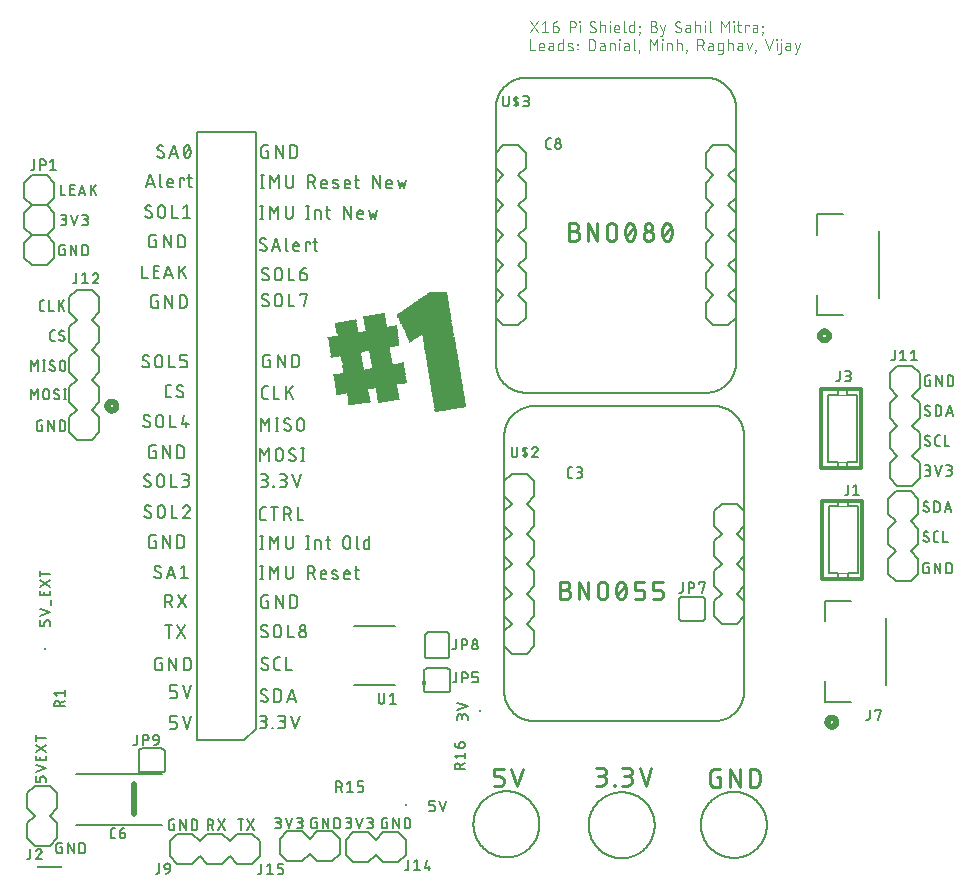
<source format=gto>
G04 EAGLE Gerber RS-274X export*
G75*
%MOMM*%
%FSLAX34Y34*%
%LPD*%
%INSilkscreen Top*%
%IPPOS*%
%AMOC8*
5,1,8,0,0,1.08239X$1,22.5*%
G01*
%ADD10C,0.203200*%
%ADD11C,0.152400*%
%ADD12C,0.279400*%
%ADD13C,0.076200*%
%ADD14R,0.152400X0.025400*%
%ADD15R,0.304800X0.025400*%
%ADD16R,0.457200X0.025400*%
%ADD17R,0.609600X0.025400*%
%ADD18R,0.787400X0.025400*%
%ADD19R,0.939800X0.025400*%
%ADD20R,1.117600X0.025400*%
%ADD21R,1.244600X0.025400*%
%ADD22R,1.371600X0.025400*%
%ADD23R,1.549400X0.025400*%
%ADD24R,1.727200X0.025400*%
%ADD25R,1.879600X0.025400*%
%ADD26R,2.032000X0.025400*%
%ADD27R,2.159000X0.025400*%
%ADD28R,2.336800X0.025400*%
%ADD29R,2.514600X0.025400*%
%ADD30R,2.692400X0.025400*%
%ADD31R,2.743200X0.025400*%
%ADD32R,2.717800X0.025400*%
%ADD33R,0.127000X0.025400*%
%ADD34R,0.279400X0.025400*%
%ADD35R,0.431800X0.025400*%
%ADD36R,0.584200X0.025400*%
%ADD37R,0.965200X0.025400*%
%ADD38R,1.295400X0.025400*%
%ADD39R,0.101600X0.025400*%
%ADD40R,0.203200X0.025400*%
%ADD41R,1.828800X0.025400*%
%ADD42R,0.381000X0.025400*%
%ADD43R,1.854200X0.025400*%
%ADD44R,0.508000X0.025400*%
%ADD45R,0.762000X0.025400*%
%ADD46R,0.914400X0.025400*%
%ADD47R,1.092200X0.025400*%
%ADD48R,1.219200X0.025400*%
%ADD49R,1.397000X0.025400*%
%ADD50R,1.574800X0.025400*%
%ADD51R,1.803400X0.025400*%
%ADD52R,0.228600X0.025400*%
%ADD53R,0.355600X0.025400*%
%ADD54R,0.482600X0.025400*%
%ADD55R,0.635000X0.025400*%
%ADD56R,2.667000X0.025400*%
%ADD57R,2.768600X0.025400*%
%ADD58R,2.921000X0.025400*%
%ADD59R,3.073400X0.025400*%
%ADD60R,3.225800X0.025400*%
%ADD61R,5.207000X0.025400*%
%ADD62R,5.232400X0.025400*%
%ADD63R,5.181600X0.025400*%
%ADD64R,5.410200X0.025400*%
%ADD65R,5.562600X0.025400*%
%ADD66R,5.740400X0.025400*%
%ADD67R,5.918200X0.025400*%
%ADD68R,6.070600X0.025400*%
%ADD69R,6.096000X0.025400*%
%ADD70R,2.641600X0.025400*%
%ADD71R,6.121400X0.025400*%
%ADD72R,5.867400X0.025400*%
%ADD73R,5.537200X0.025400*%
%ADD74R,5.156200X0.025400*%
%ADD75R,1.778000X0.025400*%
%ADD76R,3.378200X0.025400*%
%ADD77R,3.124200X0.025400*%
%ADD78R,2.946400X0.025400*%
%ADD79R,1.752600X0.025400*%
%ADD80R,2.870200X0.025400*%
%ADD81R,0.863600X0.025400*%
%ADD82R,0.533400X0.025400*%
%ADD83R,2.616200X0.025400*%
%ADD84R,0.177800X0.025400*%
%ADD85R,2.590800X0.025400*%
%ADD86R,2.819400X0.025400*%
%ADD87R,3.276600X0.025400*%
%ADD88R,5.130800X0.025400*%
%ADD89R,5.105400X0.025400*%
%ADD90R,5.359400X0.025400*%
%ADD91R,5.689600X0.025400*%
%ADD92R,5.816600X0.025400*%
%ADD93R,5.969000X0.025400*%
%ADD94R,5.994400X0.025400*%
%ADD95R,0.025400X0.025400*%
%ADD96R,0.076200X0.025400*%
%ADD97R,0.254000X0.025400*%
%ADD98R,0.406400X0.025400*%
%ADD99R,0.711200X0.025400*%
%ADD100R,0.736600X0.025400*%
%ADD101R,6.019800X0.025400*%
%ADD102R,0.812800X0.025400*%
%ADD103R,0.838200X0.025400*%
%ADD104R,5.765800X0.025400*%
%ADD105R,0.889000X0.025400*%
%ADD106R,5.638800X0.025400*%
%ADD107R,5.435600X0.025400*%
%ADD108R,0.990600X0.025400*%
%ADD109R,5.308600X0.025400*%
%ADD110R,1.041400X0.025400*%
%ADD111R,1.193800X0.025400*%
%ADD112R,1.320800X0.025400*%
%ADD113R,4.038600X0.025400*%
%ADD114R,4.064000X0.025400*%
%ADD115R,4.089400X0.025400*%
%ADD116R,3.149600X0.025400*%
%ADD117R,2.844800X0.025400*%
%ADD118R,4.114800X0.025400*%
%ADD119R,4.140200X0.025400*%
%ADD120R,4.165600X0.025400*%
%ADD121R,4.191000X0.025400*%
%ADD122R,0.685800X0.025400*%
%ADD123R,4.216400X0.025400*%
%ADD124R,4.241800X0.025400*%
%ADD125R,0.330200X0.025400*%
%ADD126R,0.050800X0.025400*%
%ADD127R,4.267200X0.025400*%
%ADD128R,4.292600X0.025400*%
%ADD129R,4.318000X0.025400*%
%ADD130R,1.524000X0.025400*%
%ADD131R,4.343400X0.025400*%
%ADD132R,4.368800X0.025400*%
%ADD133R,4.394200X0.025400*%
%ADD134R,4.419600X0.025400*%
%ADD135R,4.445000X0.025400*%
%ADD136R,4.470400X0.025400*%
%ADD137R,4.495800X0.025400*%
%ADD138R,1.422400X0.025400*%
%ADD139R,4.521200X0.025400*%
%ADD140R,4.013200X0.025400*%
%ADD141R,3.962400X0.025400*%
%ADD142R,3.937000X0.025400*%
%ADD143R,3.886200X0.025400*%
%ADD144R,3.860800X0.025400*%
%ADD145R,3.784600X0.025400*%
%ADD146R,3.759200X0.025400*%
%ADD147R,3.708400X0.025400*%
%ADD148R,3.683000X0.025400*%
%ADD149R,3.632200X0.025400*%
%ADD150R,3.606800X0.025400*%
%ADD151R,3.556000X0.025400*%
%ADD152R,3.505200X0.025400*%
%ADD153R,3.454400X0.025400*%
%ADD154R,3.429000X0.025400*%
%ADD155R,3.352800X0.025400*%
%ADD156R,3.251200X0.025400*%
%ADD157R,3.200400X0.025400*%
%ADD158R,3.175000X0.025400*%
%ADD159R,3.098800X0.025400*%
%ADD160R,3.022600X0.025400*%
%ADD161R,2.997200X0.025400*%
%ADD162R,2.895600X0.025400*%
%ADD163R,2.794000X0.025400*%
%ADD164R,2.540000X0.025400*%
%ADD165R,2.463800X0.025400*%
%ADD166R,2.413000X0.025400*%
%ADD167R,2.387600X0.025400*%
%ADD168R,2.362200X0.025400*%
%ADD169R,2.311400X0.025400*%
%ADD170R,2.260600X0.025400*%
%ADD171R,2.209800X0.025400*%
%ADD172R,2.184400X0.025400*%
%ADD173R,2.133600X0.025400*%
%ADD174R,2.108200X0.025400*%
%ADD175R,2.057400X0.025400*%
%ADD176R,1.955800X0.025400*%
%ADD177R,1.930400X0.025400*%
%ADD178R,1.905000X0.025400*%
%ADD179R,1.701800X0.025400*%
%ADD180R,1.651000X0.025400*%
%ADD181R,1.625600X0.025400*%
%ADD182R,1.473200X0.025400*%
%ADD183R,1.447800X0.025400*%
%ADD184C,0.000000*%
%ADD185R,0.200000X0.200000*%
%ADD186C,0.127000*%
%ADD187C,0.508000*%
%ADD188C,0.304800*%
%ADD189C,0.100000*%
%ADD190C,0.200000*%


D10*
X194268Y604859D02*
X196046Y604859D01*
X196046Y598932D01*
X192490Y598932D01*
X192395Y598934D01*
X192299Y598940D01*
X192204Y598949D01*
X192110Y598963D01*
X192016Y598980D01*
X191923Y599001D01*
X191830Y599026D01*
X191739Y599054D01*
X191649Y599086D01*
X191561Y599122D01*
X191474Y599161D01*
X191388Y599204D01*
X191305Y599250D01*
X191223Y599299D01*
X191143Y599352D01*
X191066Y599408D01*
X190990Y599466D01*
X190918Y599528D01*
X190848Y599593D01*
X190780Y599661D01*
X190715Y599731D01*
X190653Y599803D01*
X190595Y599879D01*
X190539Y599956D01*
X190486Y600036D01*
X190437Y600118D01*
X190391Y600201D01*
X190348Y600287D01*
X190309Y600374D01*
X190273Y600462D01*
X190241Y600552D01*
X190213Y600643D01*
X190188Y600736D01*
X190167Y600829D01*
X190150Y600923D01*
X190136Y601017D01*
X190127Y601112D01*
X190121Y601208D01*
X190119Y601303D01*
X190119Y607229D01*
X190121Y607324D01*
X190127Y607420D01*
X190136Y607515D01*
X190150Y607609D01*
X190167Y607703D01*
X190188Y607796D01*
X190213Y607889D01*
X190241Y607980D01*
X190273Y608070D01*
X190309Y608158D01*
X190348Y608245D01*
X190391Y608331D01*
X190437Y608414D01*
X190486Y608496D01*
X190539Y608576D01*
X190595Y608653D01*
X190653Y608729D01*
X190715Y608801D01*
X190780Y608871D01*
X190848Y608939D01*
X190918Y609004D01*
X190990Y609066D01*
X191066Y609124D01*
X191143Y609180D01*
X191223Y609233D01*
X191304Y609282D01*
X191388Y609328D01*
X191474Y609371D01*
X191561Y609410D01*
X191649Y609446D01*
X191739Y609478D01*
X191830Y609506D01*
X191923Y609531D01*
X192016Y609552D01*
X192110Y609569D01*
X192204Y609583D01*
X192299Y609592D01*
X192394Y609598D01*
X192490Y609600D01*
X196046Y609600D01*
X202311Y609600D02*
X202311Y598932D01*
X208238Y598932D02*
X202311Y609600D01*
X208238Y609600D02*
X208238Y598932D01*
X214503Y598932D02*
X214503Y609600D01*
X217466Y609600D01*
X217572Y609598D01*
X217677Y609592D01*
X217783Y609583D01*
X217888Y609570D01*
X217992Y609553D01*
X218096Y609532D01*
X218199Y609508D01*
X218301Y609480D01*
X218402Y609448D01*
X218501Y609413D01*
X218600Y609374D01*
X218697Y609332D01*
X218792Y609287D01*
X218886Y609238D01*
X218978Y609185D01*
X219068Y609130D01*
X219156Y609071D01*
X219242Y609009D01*
X219325Y608944D01*
X219406Y608876D01*
X219485Y608806D01*
X219561Y608732D01*
X219635Y608656D01*
X219705Y608577D01*
X219773Y608496D01*
X219838Y608413D01*
X219900Y608327D01*
X219959Y608239D01*
X220014Y608149D01*
X220067Y608057D01*
X220116Y607963D01*
X220161Y607868D01*
X220203Y607771D01*
X220242Y607672D01*
X220277Y607573D01*
X220309Y607472D01*
X220337Y607370D01*
X220361Y607267D01*
X220382Y607163D01*
X220399Y607059D01*
X220412Y606954D01*
X220421Y606848D01*
X220427Y606743D01*
X220429Y606637D01*
X220430Y606637D02*
X220430Y601895D01*
X220429Y601895D02*
X220427Y601789D01*
X220421Y601684D01*
X220412Y601578D01*
X220399Y601473D01*
X220382Y601369D01*
X220361Y601265D01*
X220337Y601162D01*
X220309Y601060D01*
X220277Y600959D01*
X220242Y600860D01*
X220203Y600761D01*
X220161Y600664D01*
X220116Y600569D01*
X220067Y600475D01*
X220014Y600383D01*
X219959Y600293D01*
X219900Y600205D01*
X219838Y600119D01*
X219773Y600036D01*
X219705Y599955D01*
X219635Y599876D01*
X219561Y599800D01*
X219485Y599726D01*
X219406Y599656D01*
X219325Y599588D01*
X219242Y599523D01*
X219156Y599461D01*
X219068Y599402D01*
X218978Y599347D01*
X218886Y599294D01*
X218792Y599245D01*
X218697Y599200D01*
X218600Y599158D01*
X218501Y599119D01*
X218402Y599084D01*
X218301Y599052D01*
X218199Y599024D01*
X218096Y599000D01*
X217992Y598979D01*
X217888Y598962D01*
X217783Y598949D01*
X217677Y598940D01*
X217572Y598934D01*
X217466Y598932D01*
X214503Y598932D01*
X190923Y583946D02*
X190923Y573278D01*
X189738Y573278D02*
X192109Y573278D01*
X192109Y583946D02*
X189738Y583946D01*
X197654Y583946D02*
X197654Y573278D01*
X201210Y578019D02*
X197654Y583946D01*
X201210Y578019D02*
X204766Y583946D01*
X204766Y573278D01*
X211201Y576241D02*
X211201Y583946D01*
X211201Y576241D02*
X211203Y576134D01*
X211209Y576027D01*
X211218Y575921D01*
X211232Y575815D01*
X211249Y575709D01*
X211270Y575604D01*
X211295Y575500D01*
X211324Y575397D01*
X211356Y575295D01*
X211392Y575194D01*
X211432Y575095D01*
X211475Y574997D01*
X211522Y574901D01*
X211572Y574806D01*
X211625Y574713D01*
X211682Y574623D01*
X211742Y574534D01*
X211805Y574448D01*
X211871Y574364D01*
X211941Y574282D01*
X212013Y574203D01*
X212088Y574127D01*
X212166Y574053D01*
X212246Y573983D01*
X212329Y573915D01*
X212414Y573850D01*
X212501Y573789D01*
X212591Y573730D01*
X212683Y573675D01*
X212776Y573623D01*
X212872Y573575D01*
X212969Y573530D01*
X213067Y573488D01*
X213167Y573451D01*
X213269Y573416D01*
X213371Y573386D01*
X213475Y573359D01*
X213579Y573336D01*
X213685Y573317D01*
X213791Y573302D01*
X213897Y573290D01*
X214004Y573282D01*
X214111Y573278D01*
X214217Y573278D01*
X214324Y573282D01*
X214431Y573290D01*
X214537Y573302D01*
X214643Y573317D01*
X214749Y573336D01*
X214853Y573359D01*
X214957Y573386D01*
X215059Y573416D01*
X215161Y573451D01*
X215261Y573488D01*
X215359Y573530D01*
X215456Y573575D01*
X215552Y573623D01*
X215645Y573675D01*
X215737Y573730D01*
X215827Y573789D01*
X215914Y573850D01*
X215999Y573915D01*
X216082Y573983D01*
X216162Y574053D01*
X216240Y574127D01*
X216315Y574203D01*
X216387Y574282D01*
X216457Y574364D01*
X216523Y574448D01*
X216586Y574534D01*
X216646Y574623D01*
X216703Y574713D01*
X216756Y574806D01*
X216806Y574901D01*
X216853Y574997D01*
X216896Y575095D01*
X216936Y575194D01*
X216972Y575295D01*
X217004Y575397D01*
X217033Y575500D01*
X217058Y575604D01*
X217079Y575709D01*
X217096Y575815D01*
X217110Y575921D01*
X217119Y576027D01*
X217125Y576134D01*
X217127Y576241D01*
X217128Y576241D02*
X217128Y583946D01*
X229599Y583946D02*
X229599Y573278D01*
X229599Y583946D02*
X232563Y583946D01*
X232670Y583944D01*
X232777Y583938D01*
X232883Y583929D01*
X232989Y583915D01*
X233095Y583898D01*
X233200Y583877D01*
X233304Y583852D01*
X233407Y583823D01*
X233509Y583791D01*
X233610Y583755D01*
X233709Y583715D01*
X233807Y583672D01*
X233903Y583625D01*
X233998Y583575D01*
X234091Y583522D01*
X234181Y583465D01*
X234270Y583405D01*
X234356Y583342D01*
X234440Y583276D01*
X234522Y583206D01*
X234601Y583134D01*
X234677Y583059D01*
X234751Y582981D01*
X234821Y582901D01*
X234889Y582818D01*
X234954Y582733D01*
X235015Y582646D01*
X235074Y582556D01*
X235129Y582465D01*
X235181Y582371D01*
X235229Y582275D01*
X235274Y582178D01*
X235316Y582080D01*
X235353Y581980D01*
X235388Y581878D01*
X235418Y581776D01*
X235445Y581672D01*
X235468Y581568D01*
X235487Y581462D01*
X235502Y581356D01*
X235514Y581250D01*
X235522Y581143D01*
X235526Y581036D01*
X235526Y580930D01*
X235522Y580823D01*
X235514Y580716D01*
X235502Y580610D01*
X235487Y580504D01*
X235468Y580398D01*
X235445Y580294D01*
X235418Y580190D01*
X235388Y580088D01*
X235353Y579986D01*
X235316Y579886D01*
X235274Y579788D01*
X235229Y579691D01*
X235181Y579595D01*
X235129Y579502D01*
X235074Y579410D01*
X235015Y579320D01*
X234954Y579233D01*
X234889Y579148D01*
X234821Y579065D01*
X234751Y578985D01*
X234677Y578907D01*
X234601Y578832D01*
X234522Y578760D01*
X234440Y578690D01*
X234356Y578624D01*
X234270Y578561D01*
X234181Y578501D01*
X234091Y578444D01*
X233998Y578391D01*
X233903Y578341D01*
X233807Y578294D01*
X233709Y578251D01*
X233610Y578211D01*
X233509Y578175D01*
X233407Y578143D01*
X233304Y578114D01*
X233200Y578089D01*
X233095Y578068D01*
X232989Y578051D01*
X232883Y578037D01*
X232777Y578028D01*
X232670Y578022D01*
X232563Y578020D01*
X232563Y578019D02*
X229599Y578019D01*
X233155Y578019D02*
X235526Y573278D01*
X242528Y573278D02*
X245491Y573278D01*
X242528Y573278D02*
X242446Y573280D01*
X242364Y573286D01*
X242282Y573295D01*
X242201Y573308D01*
X242121Y573325D01*
X242041Y573346D01*
X241963Y573370D01*
X241886Y573398D01*
X241810Y573429D01*
X241735Y573464D01*
X241663Y573503D01*
X241592Y573544D01*
X241523Y573589D01*
X241457Y573637D01*
X241392Y573688D01*
X241330Y573742D01*
X241271Y573799D01*
X241214Y573858D01*
X241160Y573920D01*
X241109Y573985D01*
X241061Y574051D01*
X241016Y574120D01*
X240975Y574191D01*
X240936Y574263D01*
X240901Y574338D01*
X240870Y574414D01*
X240842Y574491D01*
X240818Y574569D01*
X240797Y574649D01*
X240780Y574729D01*
X240767Y574810D01*
X240758Y574892D01*
X240752Y574974D01*
X240750Y575056D01*
X240750Y578019D01*
X240749Y578019D02*
X240751Y578116D01*
X240757Y578212D01*
X240767Y578308D01*
X240781Y578404D01*
X240798Y578499D01*
X240820Y578594D01*
X240845Y578687D01*
X240874Y578779D01*
X240907Y578870D01*
X240944Y578960D01*
X240984Y579048D01*
X241028Y579134D01*
X241075Y579218D01*
X241125Y579301D01*
X241179Y579381D01*
X241237Y579459D01*
X241297Y579535D01*
X241360Y579608D01*
X241426Y579678D01*
X241496Y579746D01*
X241567Y579811D01*
X241642Y579873D01*
X241719Y579931D01*
X241798Y579987D01*
X241879Y580039D01*
X241963Y580088D01*
X242048Y580134D01*
X242135Y580176D01*
X242224Y580214D01*
X242314Y580249D01*
X242406Y580280D01*
X242499Y580307D01*
X242592Y580331D01*
X242687Y580350D01*
X242783Y580366D01*
X242879Y580378D01*
X242975Y580386D01*
X243072Y580390D01*
X243168Y580390D01*
X243265Y580386D01*
X243361Y580378D01*
X243457Y580366D01*
X243553Y580350D01*
X243648Y580331D01*
X243741Y580307D01*
X243834Y580280D01*
X243926Y580249D01*
X244016Y580214D01*
X244105Y580176D01*
X244192Y580134D01*
X244277Y580088D01*
X244361Y580039D01*
X244442Y579987D01*
X244521Y579931D01*
X244598Y579873D01*
X244673Y579811D01*
X244744Y579746D01*
X244814Y579678D01*
X244880Y579608D01*
X244943Y579535D01*
X245003Y579459D01*
X245061Y579381D01*
X245115Y579301D01*
X245165Y579218D01*
X245212Y579134D01*
X245256Y579048D01*
X245296Y578960D01*
X245333Y578870D01*
X245366Y578779D01*
X245395Y578687D01*
X245420Y578594D01*
X245442Y578499D01*
X245459Y578404D01*
X245473Y578308D01*
X245483Y578212D01*
X245489Y578116D01*
X245491Y578019D01*
X245491Y576834D01*
X240750Y576834D01*
X251545Y577427D02*
X254508Y576241D01*
X251544Y577426D02*
X251473Y577457D01*
X251403Y577491D01*
X251335Y577528D01*
X251270Y577569D01*
X251206Y577614D01*
X251145Y577661D01*
X251086Y577712D01*
X251029Y577765D01*
X250976Y577821D01*
X250925Y577880D01*
X250878Y577941D01*
X250833Y578005D01*
X250792Y578070D01*
X250754Y578138D01*
X250720Y578208D01*
X250689Y578279D01*
X250662Y578351D01*
X250639Y578425D01*
X250619Y578500D01*
X250603Y578576D01*
X250591Y578653D01*
X250583Y578730D01*
X250579Y578807D01*
X250578Y578885D01*
X250582Y578962D01*
X250589Y579040D01*
X250601Y579116D01*
X250616Y579192D01*
X250635Y579268D01*
X250658Y579342D01*
X250684Y579415D01*
X250714Y579486D01*
X250748Y579556D01*
X250785Y579624D01*
X250826Y579690D01*
X250870Y579754D01*
X250917Y579816D01*
X250967Y579875D01*
X251020Y579931D01*
X251076Y579985D01*
X251134Y580036D01*
X251195Y580084D01*
X251258Y580129D01*
X251324Y580171D01*
X251391Y580209D01*
X251461Y580244D01*
X251532Y580275D01*
X251604Y580303D01*
X251678Y580326D01*
X251753Y580347D01*
X251828Y580363D01*
X251905Y580376D01*
X251982Y580384D01*
X252059Y580389D01*
X252137Y580390D01*
X252299Y580386D01*
X252461Y580378D01*
X252622Y580366D01*
X252783Y580350D01*
X252944Y580330D01*
X253104Y580307D01*
X253263Y580279D01*
X253422Y580248D01*
X253580Y580213D01*
X253737Y580174D01*
X253893Y580131D01*
X254048Y580085D01*
X254202Y580035D01*
X254355Y579981D01*
X254506Y579923D01*
X254656Y579862D01*
X254804Y579798D01*
X254508Y576242D02*
X254579Y576211D01*
X254649Y576177D01*
X254717Y576140D01*
X254782Y576099D01*
X254846Y576054D01*
X254907Y576007D01*
X254966Y575956D01*
X255023Y575903D01*
X255076Y575847D01*
X255127Y575788D01*
X255174Y575727D01*
X255219Y575663D01*
X255260Y575598D01*
X255298Y575530D01*
X255332Y575460D01*
X255363Y575389D01*
X255390Y575317D01*
X255413Y575243D01*
X255433Y575168D01*
X255449Y575092D01*
X255461Y575015D01*
X255469Y574938D01*
X255473Y574861D01*
X255474Y574783D01*
X255470Y574706D01*
X255463Y574628D01*
X255451Y574552D01*
X255436Y574476D01*
X255417Y574400D01*
X255394Y574326D01*
X255368Y574253D01*
X255338Y574182D01*
X255304Y574112D01*
X255267Y574044D01*
X255226Y573978D01*
X255182Y573914D01*
X255135Y573852D01*
X255085Y573793D01*
X255032Y573737D01*
X254976Y573683D01*
X254918Y573632D01*
X254857Y573584D01*
X254794Y573539D01*
X254728Y573497D01*
X254661Y573459D01*
X254591Y573424D01*
X254521Y573393D01*
X254448Y573365D01*
X254374Y573342D01*
X254299Y573321D01*
X254224Y573305D01*
X254147Y573292D01*
X254070Y573284D01*
X253993Y573279D01*
X253915Y573278D01*
X253678Y573284D01*
X253440Y573296D01*
X253203Y573313D01*
X252967Y573337D01*
X252731Y573365D01*
X252495Y573399D01*
X252261Y573439D01*
X252028Y573484D01*
X251795Y573535D01*
X251564Y573591D01*
X251335Y573653D01*
X251107Y573720D01*
X250880Y573793D01*
X250656Y573871D01*
X262340Y573278D02*
X265303Y573278D01*
X262340Y573278D02*
X262258Y573280D01*
X262176Y573286D01*
X262094Y573295D01*
X262013Y573308D01*
X261933Y573325D01*
X261853Y573346D01*
X261775Y573370D01*
X261698Y573398D01*
X261622Y573429D01*
X261547Y573464D01*
X261475Y573503D01*
X261404Y573544D01*
X261335Y573589D01*
X261269Y573637D01*
X261204Y573688D01*
X261142Y573742D01*
X261083Y573799D01*
X261026Y573858D01*
X260972Y573920D01*
X260921Y573985D01*
X260873Y574051D01*
X260828Y574120D01*
X260787Y574191D01*
X260748Y574263D01*
X260713Y574338D01*
X260682Y574414D01*
X260654Y574491D01*
X260630Y574569D01*
X260609Y574649D01*
X260592Y574729D01*
X260579Y574810D01*
X260570Y574892D01*
X260564Y574974D01*
X260562Y575056D01*
X260562Y578019D01*
X260561Y578019D02*
X260563Y578116D01*
X260569Y578212D01*
X260579Y578308D01*
X260593Y578404D01*
X260610Y578499D01*
X260632Y578594D01*
X260657Y578687D01*
X260686Y578779D01*
X260719Y578870D01*
X260756Y578960D01*
X260796Y579048D01*
X260840Y579134D01*
X260887Y579218D01*
X260937Y579301D01*
X260991Y579381D01*
X261049Y579459D01*
X261109Y579535D01*
X261172Y579608D01*
X261238Y579678D01*
X261308Y579746D01*
X261379Y579811D01*
X261454Y579873D01*
X261531Y579931D01*
X261610Y579987D01*
X261691Y580039D01*
X261775Y580088D01*
X261860Y580134D01*
X261947Y580176D01*
X262036Y580214D01*
X262126Y580249D01*
X262218Y580280D01*
X262311Y580307D01*
X262404Y580331D01*
X262499Y580350D01*
X262595Y580366D01*
X262691Y580378D01*
X262787Y580386D01*
X262884Y580390D01*
X262980Y580390D01*
X263077Y580386D01*
X263173Y580378D01*
X263269Y580366D01*
X263365Y580350D01*
X263460Y580331D01*
X263553Y580307D01*
X263646Y580280D01*
X263738Y580249D01*
X263828Y580214D01*
X263917Y580176D01*
X264004Y580134D01*
X264089Y580088D01*
X264173Y580039D01*
X264254Y579987D01*
X264333Y579931D01*
X264410Y579873D01*
X264485Y579811D01*
X264556Y579746D01*
X264626Y579678D01*
X264692Y579608D01*
X264755Y579535D01*
X264815Y579459D01*
X264873Y579381D01*
X264927Y579301D01*
X264977Y579218D01*
X265024Y579134D01*
X265068Y579048D01*
X265108Y578960D01*
X265145Y578870D01*
X265178Y578779D01*
X265207Y578687D01*
X265232Y578594D01*
X265254Y578499D01*
X265271Y578404D01*
X265285Y578308D01*
X265295Y578212D01*
X265301Y578116D01*
X265303Y578019D01*
X265303Y576834D01*
X260562Y576834D01*
X269398Y580390D02*
X272954Y580390D01*
X270583Y583946D02*
X270583Y575056D01*
X270585Y574974D01*
X270591Y574892D01*
X270600Y574810D01*
X270613Y574729D01*
X270630Y574649D01*
X270651Y574569D01*
X270675Y574491D01*
X270703Y574414D01*
X270734Y574338D01*
X270769Y574263D01*
X270808Y574191D01*
X270849Y574120D01*
X270894Y574051D01*
X270942Y573985D01*
X270993Y573920D01*
X271047Y573858D01*
X271104Y573799D01*
X271163Y573742D01*
X271225Y573688D01*
X271290Y573637D01*
X271356Y573589D01*
X271425Y573544D01*
X271496Y573503D01*
X271568Y573464D01*
X271643Y573429D01*
X271719Y573398D01*
X271796Y573370D01*
X271874Y573346D01*
X271954Y573325D01*
X272034Y573308D01*
X272115Y573295D01*
X272197Y573286D01*
X272279Y573280D01*
X272361Y573278D01*
X272954Y573278D01*
X284353Y573278D02*
X284353Y583946D01*
X290280Y573278D01*
X290280Y583946D01*
X297773Y573278D02*
X300736Y573278D01*
X297773Y573278D02*
X297691Y573280D01*
X297609Y573286D01*
X297527Y573295D01*
X297446Y573308D01*
X297366Y573325D01*
X297286Y573346D01*
X297208Y573370D01*
X297131Y573398D01*
X297055Y573429D01*
X296980Y573464D01*
X296908Y573503D01*
X296837Y573544D01*
X296768Y573589D01*
X296702Y573637D01*
X296637Y573688D01*
X296575Y573742D01*
X296516Y573799D01*
X296459Y573858D01*
X296405Y573920D01*
X296354Y573985D01*
X296306Y574051D01*
X296261Y574120D01*
X296220Y574191D01*
X296181Y574263D01*
X296146Y574338D01*
X296115Y574414D01*
X296087Y574491D01*
X296063Y574569D01*
X296042Y574649D01*
X296025Y574729D01*
X296012Y574810D01*
X296003Y574892D01*
X295997Y574974D01*
X295995Y575056D01*
X295995Y578019D01*
X295994Y578019D02*
X295996Y578116D01*
X296002Y578212D01*
X296012Y578308D01*
X296026Y578404D01*
X296043Y578499D01*
X296065Y578594D01*
X296090Y578687D01*
X296119Y578779D01*
X296152Y578870D01*
X296189Y578960D01*
X296229Y579048D01*
X296273Y579134D01*
X296320Y579218D01*
X296370Y579301D01*
X296424Y579381D01*
X296482Y579459D01*
X296542Y579535D01*
X296605Y579608D01*
X296671Y579678D01*
X296741Y579746D01*
X296812Y579811D01*
X296887Y579873D01*
X296964Y579931D01*
X297043Y579987D01*
X297124Y580039D01*
X297208Y580088D01*
X297293Y580134D01*
X297380Y580176D01*
X297469Y580214D01*
X297559Y580249D01*
X297651Y580280D01*
X297744Y580307D01*
X297837Y580331D01*
X297932Y580350D01*
X298028Y580366D01*
X298124Y580378D01*
X298220Y580386D01*
X298317Y580390D01*
X298413Y580390D01*
X298510Y580386D01*
X298606Y580378D01*
X298702Y580366D01*
X298798Y580350D01*
X298893Y580331D01*
X298986Y580307D01*
X299079Y580280D01*
X299171Y580249D01*
X299261Y580214D01*
X299350Y580176D01*
X299437Y580134D01*
X299522Y580088D01*
X299606Y580039D01*
X299687Y579987D01*
X299766Y579931D01*
X299843Y579873D01*
X299918Y579811D01*
X299989Y579746D01*
X300059Y579678D01*
X300125Y579608D01*
X300188Y579535D01*
X300248Y579459D01*
X300306Y579381D01*
X300360Y579301D01*
X300410Y579218D01*
X300457Y579134D01*
X300501Y579048D01*
X300541Y578960D01*
X300578Y578870D01*
X300611Y578779D01*
X300640Y578687D01*
X300665Y578594D01*
X300687Y578499D01*
X300704Y578404D01*
X300718Y578308D01*
X300728Y578212D01*
X300734Y578116D01*
X300736Y578019D01*
X300736Y576834D01*
X295995Y576834D01*
X305858Y580390D02*
X307636Y573278D01*
X309414Y578019D01*
X311192Y573278D01*
X312970Y580390D01*
X190415Y557911D02*
X190415Y547243D01*
X189230Y547243D02*
X191601Y547243D01*
X191601Y557911D02*
X189230Y557911D01*
X197146Y557911D02*
X197146Y547243D01*
X200702Y551984D02*
X197146Y557911D01*
X200702Y551984D02*
X204258Y557911D01*
X204258Y547243D01*
X210693Y550206D02*
X210693Y557911D01*
X210693Y550206D02*
X210695Y550099D01*
X210701Y549992D01*
X210710Y549886D01*
X210724Y549780D01*
X210741Y549674D01*
X210762Y549569D01*
X210787Y549465D01*
X210816Y549362D01*
X210848Y549260D01*
X210884Y549159D01*
X210924Y549060D01*
X210967Y548962D01*
X211014Y548866D01*
X211064Y548771D01*
X211117Y548678D01*
X211174Y548588D01*
X211234Y548499D01*
X211297Y548413D01*
X211363Y548329D01*
X211433Y548247D01*
X211505Y548168D01*
X211580Y548092D01*
X211658Y548018D01*
X211738Y547948D01*
X211821Y547880D01*
X211906Y547815D01*
X211993Y547754D01*
X212083Y547695D01*
X212175Y547640D01*
X212268Y547588D01*
X212364Y547540D01*
X212461Y547495D01*
X212559Y547453D01*
X212659Y547416D01*
X212761Y547381D01*
X212863Y547351D01*
X212967Y547324D01*
X213071Y547301D01*
X213177Y547282D01*
X213283Y547267D01*
X213389Y547255D01*
X213496Y547247D01*
X213603Y547243D01*
X213709Y547243D01*
X213816Y547247D01*
X213923Y547255D01*
X214029Y547267D01*
X214135Y547282D01*
X214241Y547301D01*
X214345Y547324D01*
X214449Y547351D01*
X214551Y547381D01*
X214653Y547416D01*
X214753Y547453D01*
X214851Y547495D01*
X214948Y547540D01*
X215044Y547588D01*
X215137Y547640D01*
X215229Y547695D01*
X215319Y547754D01*
X215406Y547815D01*
X215491Y547880D01*
X215574Y547948D01*
X215654Y548018D01*
X215732Y548092D01*
X215807Y548168D01*
X215879Y548247D01*
X215949Y548329D01*
X216015Y548413D01*
X216078Y548499D01*
X216138Y548588D01*
X216195Y548678D01*
X216248Y548771D01*
X216298Y548866D01*
X216345Y548962D01*
X216388Y549060D01*
X216428Y549159D01*
X216464Y549260D01*
X216496Y549362D01*
X216525Y549465D01*
X216550Y549569D01*
X216571Y549674D01*
X216588Y549780D01*
X216602Y549886D01*
X216611Y549992D01*
X216617Y550099D01*
X216619Y550206D01*
X216620Y550206D02*
X216620Y557911D01*
X229277Y557911D02*
X229277Y547243D01*
X228092Y547243D02*
X230463Y547243D01*
X230463Y557911D02*
X228092Y557911D01*
X235670Y554355D02*
X235670Y547243D01*
X235670Y554355D02*
X238633Y554355D01*
X238715Y554353D01*
X238797Y554347D01*
X238879Y554338D01*
X238960Y554325D01*
X239040Y554308D01*
X239120Y554287D01*
X239198Y554263D01*
X239275Y554235D01*
X239351Y554204D01*
X239426Y554169D01*
X239498Y554130D01*
X239569Y554089D01*
X239638Y554044D01*
X239704Y553996D01*
X239769Y553945D01*
X239831Y553891D01*
X239890Y553834D01*
X239947Y553775D01*
X240001Y553713D01*
X240052Y553648D01*
X240100Y553582D01*
X240145Y553513D01*
X240186Y553442D01*
X240225Y553370D01*
X240260Y553295D01*
X240291Y553219D01*
X240319Y553142D01*
X240343Y553064D01*
X240364Y552984D01*
X240381Y552904D01*
X240394Y552823D01*
X240403Y552741D01*
X240409Y552659D01*
X240411Y552577D01*
X240411Y547243D01*
X244887Y554355D02*
X248443Y554355D01*
X246072Y557911D02*
X246072Y549021D01*
X246074Y548939D01*
X246080Y548857D01*
X246089Y548775D01*
X246102Y548694D01*
X246119Y548614D01*
X246140Y548534D01*
X246164Y548456D01*
X246192Y548379D01*
X246223Y548303D01*
X246258Y548228D01*
X246297Y548156D01*
X246338Y548085D01*
X246383Y548016D01*
X246431Y547950D01*
X246482Y547885D01*
X246536Y547823D01*
X246593Y547764D01*
X246652Y547707D01*
X246714Y547653D01*
X246779Y547602D01*
X246845Y547554D01*
X246914Y547509D01*
X246985Y547468D01*
X247057Y547429D01*
X247132Y547394D01*
X247208Y547363D01*
X247285Y547335D01*
X247363Y547311D01*
X247443Y547290D01*
X247523Y547273D01*
X247604Y547260D01*
X247686Y547251D01*
X247768Y547245D01*
X247850Y547243D01*
X248443Y547243D01*
X259842Y547243D02*
X259842Y557911D01*
X265769Y547243D01*
X265769Y557911D01*
X273262Y547243D02*
X276225Y547243D01*
X273262Y547243D02*
X273180Y547245D01*
X273098Y547251D01*
X273016Y547260D01*
X272935Y547273D01*
X272855Y547290D01*
X272775Y547311D01*
X272697Y547335D01*
X272620Y547363D01*
X272544Y547394D01*
X272469Y547429D01*
X272397Y547468D01*
X272326Y547509D01*
X272257Y547554D01*
X272191Y547602D01*
X272126Y547653D01*
X272064Y547707D01*
X272005Y547764D01*
X271948Y547823D01*
X271894Y547885D01*
X271843Y547950D01*
X271795Y548016D01*
X271750Y548085D01*
X271709Y548156D01*
X271670Y548228D01*
X271635Y548303D01*
X271604Y548379D01*
X271576Y548456D01*
X271552Y548534D01*
X271531Y548614D01*
X271514Y548694D01*
X271501Y548775D01*
X271492Y548857D01*
X271486Y548939D01*
X271484Y549021D01*
X271484Y551984D01*
X271483Y551984D02*
X271485Y552081D01*
X271491Y552177D01*
X271501Y552273D01*
X271515Y552369D01*
X271532Y552464D01*
X271554Y552559D01*
X271579Y552652D01*
X271608Y552744D01*
X271641Y552835D01*
X271678Y552925D01*
X271718Y553013D01*
X271762Y553099D01*
X271809Y553183D01*
X271859Y553266D01*
X271913Y553346D01*
X271971Y553424D01*
X272031Y553500D01*
X272094Y553573D01*
X272160Y553643D01*
X272230Y553711D01*
X272301Y553776D01*
X272376Y553838D01*
X272453Y553896D01*
X272532Y553952D01*
X272613Y554004D01*
X272697Y554053D01*
X272782Y554099D01*
X272869Y554141D01*
X272958Y554179D01*
X273048Y554214D01*
X273140Y554245D01*
X273233Y554272D01*
X273326Y554296D01*
X273421Y554315D01*
X273517Y554331D01*
X273613Y554343D01*
X273709Y554351D01*
X273806Y554355D01*
X273902Y554355D01*
X273999Y554351D01*
X274095Y554343D01*
X274191Y554331D01*
X274287Y554315D01*
X274382Y554296D01*
X274475Y554272D01*
X274568Y554245D01*
X274660Y554214D01*
X274750Y554179D01*
X274839Y554141D01*
X274926Y554099D01*
X275011Y554053D01*
X275095Y554004D01*
X275176Y553952D01*
X275255Y553896D01*
X275332Y553838D01*
X275407Y553776D01*
X275478Y553711D01*
X275548Y553643D01*
X275614Y553573D01*
X275677Y553500D01*
X275737Y553424D01*
X275795Y553346D01*
X275849Y553266D01*
X275899Y553183D01*
X275946Y553099D01*
X275990Y553013D01*
X276030Y552925D01*
X276067Y552835D01*
X276100Y552744D01*
X276129Y552652D01*
X276154Y552559D01*
X276176Y552464D01*
X276193Y552369D01*
X276207Y552273D01*
X276217Y552177D01*
X276223Y552081D01*
X276225Y551984D01*
X276225Y550799D01*
X271484Y550799D01*
X281347Y554355D02*
X283125Y547243D01*
X284903Y551984D01*
X286681Y547243D01*
X288459Y554355D01*
X194649Y522563D02*
X194647Y522468D01*
X194641Y522372D01*
X194632Y522277D01*
X194618Y522183D01*
X194601Y522089D01*
X194580Y521996D01*
X194555Y521903D01*
X194527Y521812D01*
X194495Y521722D01*
X194459Y521634D01*
X194420Y521547D01*
X194377Y521461D01*
X194331Y521378D01*
X194282Y521296D01*
X194229Y521216D01*
X194173Y521139D01*
X194115Y521063D01*
X194053Y520991D01*
X193988Y520921D01*
X193920Y520853D01*
X193850Y520788D01*
X193778Y520726D01*
X193702Y520668D01*
X193625Y520612D01*
X193545Y520559D01*
X193464Y520510D01*
X193380Y520464D01*
X193294Y520421D01*
X193207Y520382D01*
X193119Y520346D01*
X193029Y520314D01*
X192938Y520286D01*
X192845Y520261D01*
X192752Y520240D01*
X192658Y520223D01*
X192564Y520209D01*
X192469Y520200D01*
X192374Y520194D01*
X192278Y520192D01*
X192142Y520194D01*
X192005Y520199D01*
X191869Y520209D01*
X191734Y520222D01*
X191598Y520238D01*
X191464Y520259D01*
X191329Y520283D01*
X191196Y520310D01*
X191063Y520342D01*
X190931Y520376D01*
X190800Y520415D01*
X190671Y520457D01*
X190542Y520502D01*
X190415Y520551D01*
X190289Y520604D01*
X190165Y520660D01*
X190042Y520719D01*
X189921Y520781D01*
X189801Y520847D01*
X189684Y520916D01*
X189568Y520989D01*
X189454Y521064D01*
X189343Y521142D01*
X189233Y521224D01*
X189126Y521308D01*
X189022Y521395D01*
X188919Y521485D01*
X188819Y521578D01*
X188722Y521674D01*
X189018Y528489D02*
X189020Y528584D01*
X189026Y528680D01*
X189035Y528775D01*
X189049Y528869D01*
X189066Y528963D01*
X189087Y529056D01*
X189112Y529149D01*
X189140Y529240D01*
X189172Y529330D01*
X189208Y529418D01*
X189247Y529505D01*
X189290Y529591D01*
X189336Y529675D01*
X189385Y529756D01*
X189438Y529836D01*
X189494Y529913D01*
X189552Y529989D01*
X189614Y530061D01*
X189679Y530131D01*
X189747Y530199D01*
X189817Y530264D01*
X189889Y530326D01*
X189965Y530384D01*
X190042Y530440D01*
X190122Y530493D01*
X190204Y530542D01*
X190287Y530588D01*
X190373Y530631D01*
X190460Y530670D01*
X190548Y530706D01*
X190638Y530738D01*
X190729Y530766D01*
X190822Y530791D01*
X190915Y530812D01*
X191009Y530829D01*
X191103Y530843D01*
X191198Y530852D01*
X191294Y530858D01*
X191389Y530860D01*
X191519Y530858D01*
X191649Y530852D01*
X191779Y530843D01*
X191908Y530830D01*
X192037Y530813D01*
X192165Y530792D01*
X192293Y530767D01*
X192420Y530739D01*
X192546Y530707D01*
X192671Y530671D01*
X192795Y530632D01*
X192917Y530589D01*
X193039Y530543D01*
X193159Y530492D01*
X193277Y530439D01*
X193394Y530382D01*
X193509Y530322D01*
X193623Y530258D01*
X193734Y530191D01*
X193844Y530121D01*
X193951Y530047D01*
X194056Y529971D01*
X190204Y526414D02*
X190122Y526465D01*
X190042Y526519D01*
X189964Y526575D01*
X189889Y526635D01*
X189816Y526698D01*
X189746Y526764D01*
X189679Y526832D01*
X189614Y526903D01*
X189552Y526977D01*
X189493Y527053D01*
X189437Y527131D01*
X189385Y527212D01*
X189335Y527294D01*
X189289Y527379D01*
X189247Y527465D01*
X189207Y527553D01*
X189172Y527642D01*
X189140Y527733D01*
X189111Y527825D01*
X189087Y527918D01*
X189066Y528011D01*
X189049Y528106D01*
X189035Y528201D01*
X189026Y528297D01*
X189020Y528393D01*
X189018Y528489D01*
X193464Y524638D02*
X193545Y524587D01*
X193625Y524533D01*
X193703Y524477D01*
X193778Y524417D01*
X193851Y524354D01*
X193921Y524288D01*
X193988Y524220D01*
X194053Y524149D01*
X194115Y524075D01*
X194174Y523999D01*
X194230Y523921D01*
X194282Y523840D01*
X194332Y523758D01*
X194378Y523673D01*
X194420Y523587D01*
X194460Y523499D01*
X194495Y523410D01*
X194527Y523319D01*
X194556Y523227D01*
X194580Y523134D01*
X194601Y523041D01*
X194618Y522946D01*
X194632Y522851D01*
X194641Y522755D01*
X194647Y522659D01*
X194649Y522563D01*
X193463Y524637D02*
X190204Y526415D01*
X199178Y520192D02*
X202734Y530860D01*
X206290Y520192D01*
X205401Y522859D02*
X200067Y522859D01*
X211066Y521970D02*
X211066Y530860D01*
X211066Y521970D02*
X211068Y521888D01*
X211074Y521806D01*
X211083Y521724D01*
X211096Y521643D01*
X211113Y521563D01*
X211134Y521483D01*
X211158Y521405D01*
X211186Y521328D01*
X211217Y521252D01*
X211252Y521177D01*
X211291Y521105D01*
X211332Y521034D01*
X211377Y520965D01*
X211425Y520899D01*
X211476Y520834D01*
X211530Y520772D01*
X211587Y520713D01*
X211646Y520656D01*
X211708Y520602D01*
X211773Y520551D01*
X211839Y520503D01*
X211908Y520458D01*
X211979Y520417D01*
X212051Y520378D01*
X212126Y520343D01*
X212202Y520312D01*
X212279Y520284D01*
X212357Y520260D01*
X212437Y520239D01*
X212517Y520222D01*
X212598Y520209D01*
X212680Y520200D01*
X212762Y520194D01*
X212844Y520192D01*
X218906Y520192D02*
X221869Y520192D01*
X218906Y520192D02*
X218824Y520194D01*
X218742Y520200D01*
X218660Y520209D01*
X218579Y520222D01*
X218499Y520239D01*
X218419Y520260D01*
X218341Y520284D01*
X218264Y520312D01*
X218188Y520343D01*
X218113Y520378D01*
X218041Y520417D01*
X217970Y520458D01*
X217901Y520503D01*
X217835Y520551D01*
X217770Y520602D01*
X217708Y520656D01*
X217649Y520713D01*
X217592Y520772D01*
X217538Y520834D01*
X217487Y520899D01*
X217439Y520965D01*
X217394Y521034D01*
X217353Y521105D01*
X217314Y521177D01*
X217279Y521252D01*
X217248Y521328D01*
X217220Y521405D01*
X217196Y521483D01*
X217175Y521563D01*
X217158Y521643D01*
X217145Y521724D01*
X217136Y521806D01*
X217130Y521888D01*
X217128Y521970D01*
X217128Y524933D01*
X217127Y524933D02*
X217129Y525030D01*
X217135Y525126D01*
X217145Y525222D01*
X217159Y525318D01*
X217176Y525413D01*
X217198Y525508D01*
X217223Y525601D01*
X217252Y525693D01*
X217285Y525784D01*
X217322Y525874D01*
X217362Y525962D01*
X217406Y526048D01*
X217453Y526132D01*
X217503Y526215D01*
X217557Y526295D01*
X217615Y526373D01*
X217675Y526449D01*
X217738Y526522D01*
X217804Y526592D01*
X217874Y526660D01*
X217945Y526725D01*
X218020Y526787D01*
X218097Y526845D01*
X218176Y526901D01*
X218257Y526953D01*
X218341Y527002D01*
X218426Y527048D01*
X218513Y527090D01*
X218602Y527128D01*
X218692Y527163D01*
X218784Y527194D01*
X218877Y527221D01*
X218970Y527245D01*
X219065Y527264D01*
X219161Y527280D01*
X219257Y527292D01*
X219353Y527300D01*
X219450Y527304D01*
X219546Y527304D01*
X219643Y527300D01*
X219739Y527292D01*
X219835Y527280D01*
X219931Y527264D01*
X220026Y527245D01*
X220119Y527221D01*
X220212Y527194D01*
X220304Y527163D01*
X220394Y527128D01*
X220483Y527090D01*
X220570Y527048D01*
X220655Y527002D01*
X220739Y526953D01*
X220820Y526901D01*
X220899Y526845D01*
X220976Y526787D01*
X221051Y526725D01*
X221122Y526660D01*
X221192Y526592D01*
X221258Y526522D01*
X221321Y526449D01*
X221381Y526373D01*
X221439Y526295D01*
X221493Y526215D01*
X221543Y526132D01*
X221590Y526048D01*
X221634Y525962D01*
X221674Y525874D01*
X221711Y525784D01*
X221744Y525693D01*
X221773Y525601D01*
X221798Y525508D01*
X221820Y525413D01*
X221837Y525318D01*
X221851Y525222D01*
X221861Y525126D01*
X221867Y525030D01*
X221869Y524933D01*
X221869Y523748D01*
X217128Y523748D01*
X227514Y520192D02*
X227514Y527304D01*
X231070Y527304D01*
X231070Y526119D01*
X233965Y527304D02*
X237521Y527304D01*
X235150Y530860D02*
X235150Y521970D01*
X235152Y521888D01*
X235158Y521806D01*
X235167Y521724D01*
X235180Y521643D01*
X235197Y521563D01*
X235218Y521483D01*
X235242Y521405D01*
X235270Y521328D01*
X235301Y521252D01*
X235336Y521177D01*
X235375Y521105D01*
X235416Y521034D01*
X235461Y520965D01*
X235509Y520899D01*
X235560Y520834D01*
X235614Y520772D01*
X235671Y520713D01*
X235730Y520656D01*
X235792Y520602D01*
X235857Y520551D01*
X235923Y520503D01*
X235992Y520458D01*
X236063Y520417D01*
X236135Y520378D01*
X236210Y520343D01*
X236286Y520312D01*
X236363Y520284D01*
X236441Y520260D01*
X236521Y520239D01*
X236601Y520222D01*
X236682Y520209D01*
X236764Y520200D01*
X236846Y520194D01*
X236928Y520192D01*
X237521Y520192D01*
X196427Y497417D02*
X196425Y497322D01*
X196419Y497226D01*
X196410Y497131D01*
X196396Y497037D01*
X196379Y496943D01*
X196358Y496850D01*
X196333Y496757D01*
X196305Y496666D01*
X196273Y496576D01*
X196237Y496488D01*
X196198Y496401D01*
X196155Y496315D01*
X196109Y496232D01*
X196060Y496150D01*
X196007Y496070D01*
X195951Y495993D01*
X195893Y495917D01*
X195831Y495845D01*
X195766Y495775D01*
X195698Y495707D01*
X195628Y495642D01*
X195556Y495580D01*
X195480Y495522D01*
X195403Y495466D01*
X195323Y495413D01*
X195242Y495364D01*
X195158Y495318D01*
X195072Y495275D01*
X194985Y495236D01*
X194897Y495200D01*
X194807Y495168D01*
X194716Y495140D01*
X194623Y495115D01*
X194530Y495094D01*
X194436Y495077D01*
X194342Y495063D01*
X194247Y495054D01*
X194152Y495048D01*
X194056Y495046D01*
X193920Y495048D01*
X193783Y495053D01*
X193647Y495063D01*
X193512Y495076D01*
X193376Y495092D01*
X193242Y495113D01*
X193107Y495137D01*
X192974Y495164D01*
X192841Y495196D01*
X192709Y495230D01*
X192578Y495269D01*
X192449Y495311D01*
X192320Y495356D01*
X192193Y495405D01*
X192067Y495458D01*
X191943Y495514D01*
X191820Y495573D01*
X191699Y495635D01*
X191579Y495701D01*
X191462Y495770D01*
X191346Y495843D01*
X191232Y495918D01*
X191121Y495996D01*
X191011Y496078D01*
X190904Y496162D01*
X190800Y496249D01*
X190697Y496339D01*
X190597Y496432D01*
X190500Y496528D01*
X190796Y503343D02*
X190798Y503438D01*
X190804Y503534D01*
X190813Y503629D01*
X190827Y503723D01*
X190844Y503817D01*
X190865Y503910D01*
X190890Y504003D01*
X190918Y504094D01*
X190950Y504184D01*
X190986Y504272D01*
X191025Y504359D01*
X191068Y504445D01*
X191114Y504529D01*
X191163Y504610D01*
X191216Y504690D01*
X191272Y504767D01*
X191330Y504843D01*
X191392Y504915D01*
X191457Y504985D01*
X191525Y505053D01*
X191595Y505118D01*
X191667Y505180D01*
X191743Y505238D01*
X191820Y505294D01*
X191900Y505347D01*
X191982Y505396D01*
X192065Y505442D01*
X192151Y505485D01*
X192238Y505524D01*
X192326Y505560D01*
X192416Y505592D01*
X192507Y505620D01*
X192600Y505645D01*
X192693Y505666D01*
X192787Y505683D01*
X192881Y505697D01*
X192976Y505706D01*
X193072Y505712D01*
X193167Y505714D01*
X193297Y505712D01*
X193427Y505706D01*
X193557Y505697D01*
X193686Y505684D01*
X193815Y505667D01*
X193943Y505646D01*
X194071Y505621D01*
X194198Y505593D01*
X194324Y505561D01*
X194449Y505525D01*
X194573Y505486D01*
X194695Y505443D01*
X194817Y505397D01*
X194937Y505346D01*
X195055Y505293D01*
X195172Y505236D01*
X195287Y505176D01*
X195401Y505112D01*
X195512Y505045D01*
X195622Y504975D01*
X195729Y504901D01*
X195834Y504825D01*
X191982Y501268D02*
X191900Y501319D01*
X191820Y501373D01*
X191742Y501429D01*
X191667Y501489D01*
X191594Y501552D01*
X191524Y501618D01*
X191457Y501686D01*
X191392Y501757D01*
X191330Y501831D01*
X191271Y501907D01*
X191215Y501985D01*
X191163Y502066D01*
X191113Y502148D01*
X191067Y502233D01*
X191025Y502319D01*
X190985Y502407D01*
X190950Y502496D01*
X190918Y502587D01*
X190889Y502679D01*
X190865Y502772D01*
X190844Y502865D01*
X190827Y502960D01*
X190813Y503055D01*
X190804Y503151D01*
X190798Y503247D01*
X190796Y503343D01*
X195242Y499492D02*
X195323Y499441D01*
X195403Y499387D01*
X195481Y499331D01*
X195556Y499271D01*
X195629Y499208D01*
X195699Y499142D01*
X195766Y499074D01*
X195831Y499003D01*
X195893Y498929D01*
X195952Y498853D01*
X196008Y498775D01*
X196060Y498694D01*
X196110Y498612D01*
X196156Y498527D01*
X196198Y498441D01*
X196238Y498353D01*
X196273Y498264D01*
X196305Y498173D01*
X196334Y498081D01*
X196358Y497988D01*
X196379Y497895D01*
X196396Y497800D01*
X196410Y497705D01*
X196419Y497609D01*
X196425Y497513D01*
X196427Y497417D01*
X195241Y499491D02*
X191982Y501269D01*
X201549Y502751D02*
X201549Y498009D01*
X201549Y502751D02*
X201551Y502858D01*
X201557Y502965D01*
X201566Y503071D01*
X201580Y503177D01*
X201597Y503283D01*
X201618Y503388D01*
X201643Y503492D01*
X201672Y503595D01*
X201704Y503697D01*
X201740Y503798D01*
X201780Y503897D01*
X201823Y503995D01*
X201870Y504091D01*
X201920Y504186D01*
X201973Y504279D01*
X202030Y504369D01*
X202090Y504458D01*
X202153Y504544D01*
X202219Y504628D01*
X202289Y504710D01*
X202361Y504789D01*
X202436Y504865D01*
X202514Y504939D01*
X202594Y505009D01*
X202677Y505077D01*
X202762Y505142D01*
X202849Y505203D01*
X202939Y505262D01*
X203031Y505317D01*
X203124Y505369D01*
X203220Y505417D01*
X203317Y505462D01*
X203415Y505504D01*
X203515Y505541D01*
X203617Y505576D01*
X203719Y505606D01*
X203823Y505633D01*
X203927Y505656D01*
X204033Y505675D01*
X204139Y505690D01*
X204245Y505702D01*
X204352Y505710D01*
X204459Y505714D01*
X204565Y505714D01*
X204672Y505710D01*
X204779Y505702D01*
X204885Y505690D01*
X204991Y505675D01*
X205097Y505656D01*
X205201Y505633D01*
X205305Y505606D01*
X205407Y505576D01*
X205509Y505541D01*
X205609Y505504D01*
X205707Y505462D01*
X205804Y505417D01*
X205900Y505369D01*
X205994Y505317D01*
X206085Y505262D01*
X206175Y505203D01*
X206262Y505142D01*
X206347Y505077D01*
X206430Y505009D01*
X206510Y504939D01*
X206588Y504865D01*
X206663Y504789D01*
X206735Y504710D01*
X206805Y504628D01*
X206871Y504544D01*
X206934Y504458D01*
X206994Y504369D01*
X207051Y504279D01*
X207104Y504186D01*
X207154Y504091D01*
X207201Y503995D01*
X207244Y503897D01*
X207284Y503798D01*
X207320Y503697D01*
X207352Y503595D01*
X207381Y503492D01*
X207406Y503388D01*
X207427Y503283D01*
X207444Y503177D01*
X207458Y503071D01*
X207467Y502965D01*
X207473Y502858D01*
X207475Y502751D01*
X207476Y502751D02*
X207476Y498009D01*
X207475Y498009D02*
X207473Y497902D01*
X207467Y497795D01*
X207458Y497689D01*
X207444Y497583D01*
X207427Y497477D01*
X207406Y497372D01*
X207381Y497268D01*
X207352Y497165D01*
X207320Y497063D01*
X207284Y496962D01*
X207244Y496863D01*
X207201Y496765D01*
X207154Y496669D01*
X207104Y496574D01*
X207051Y496481D01*
X206994Y496391D01*
X206934Y496302D01*
X206871Y496216D01*
X206805Y496132D01*
X206735Y496050D01*
X206663Y495971D01*
X206588Y495895D01*
X206510Y495821D01*
X206430Y495751D01*
X206347Y495683D01*
X206262Y495618D01*
X206175Y495557D01*
X206085Y495498D01*
X205993Y495443D01*
X205900Y495391D01*
X205804Y495343D01*
X205707Y495298D01*
X205609Y495256D01*
X205509Y495219D01*
X205407Y495184D01*
X205305Y495154D01*
X205201Y495127D01*
X205097Y495104D01*
X204991Y495085D01*
X204885Y495070D01*
X204779Y495058D01*
X204672Y495050D01*
X204565Y495046D01*
X204459Y495046D01*
X204352Y495050D01*
X204245Y495058D01*
X204139Y495070D01*
X204033Y495085D01*
X203927Y495104D01*
X203823Y495127D01*
X203719Y495154D01*
X203617Y495184D01*
X203515Y495219D01*
X203415Y495256D01*
X203317Y495298D01*
X203220Y495343D01*
X203124Y495391D01*
X203031Y495443D01*
X202939Y495498D01*
X202849Y495557D01*
X202762Y495618D01*
X202677Y495683D01*
X202594Y495751D01*
X202514Y495821D01*
X202436Y495895D01*
X202361Y495971D01*
X202289Y496050D01*
X202219Y496132D01*
X202153Y496216D01*
X202090Y496302D01*
X202030Y496391D01*
X201973Y496481D01*
X201920Y496574D01*
X201870Y496669D01*
X201823Y496765D01*
X201780Y496863D01*
X201740Y496962D01*
X201704Y497063D01*
X201672Y497165D01*
X201643Y497268D01*
X201618Y497372D01*
X201597Y497477D01*
X201580Y497583D01*
X201566Y497689D01*
X201557Y497795D01*
X201551Y497902D01*
X201549Y498009D01*
X213394Y495046D02*
X213394Y505714D01*
X213394Y495046D02*
X218135Y495046D01*
X222885Y500973D02*
X226441Y500973D01*
X226536Y500971D01*
X226632Y500965D01*
X226727Y500956D01*
X226821Y500942D01*
X226915Y500925D01*
X227008Y500904D01*
X227101Y500879D01*
X227192Y500851D01*
X227282Y500819D01*
X227370Y500783D01*
X227457Y500744D01*
X227543Y500701D01*
X227627Y500655D01*
X227708Y500606D01*
X227788Y500553D01*
X227865Y500497D01*
X227941Y500439D01*
X228013Y500377D01*
X228083Y500312D01*
X228151Y500244D01*
X228216Y500174D01*
X228278Y500102D01*
X228336Y500026D01*
X228392Y499949D01*
X228445Y499869D01*
X228494Y499788D01*
X228540Y499704D01*
X228583Y499618D01*
X228622Y499531D01*
X228658Y499443D01*
X228690Y499353D01*
X228718Y499262D01*
X228743Y499169D01*
X228764Y499076D01*
X228781Y498982D01*
X228795Y498888D01*
X228804Y498793D01*
X228810Y498697D01*
X228812Y498602D01*
X228812Y498009D01*
X228811Y498009D02*
X228809Y497902D01*
X228803Y497795D01*
X228794Y497689D01*
X228780Y497583D01*
X228763Y497477D01*
X228742Y497372D01*
X228717Y497268D01*
X228688Y497165D01*
X228656Y497063D01*
X228620Y496962D01*
X228580Y496863D01*
X228537Y496765D01*
X228490Y496669D01*
X228440Y496574D01*
X228387Y496481D01*
X228330Y496391D01*
X228270Y496302D01*
X228207Y496216D01*
X228141Y496132D01*
X228071Y496050D01*
X227999Y495971D01*
X227924Y495895D01*
X227846Y495821D01*
X227766Y495751D01*
X227683Y495683D01*
X227598Y495618D01*
X227511Y495557D01*
X227421Y495498D01*
X227329Y495443D01*
X227236Y495391D01*
X227140Y495343D01*
X227043Y495298D01*
X226945Y495256D01*
X226845Y495219D01*
X226743Y495184D01*
X226641Y495154D01*
X226537Y495127D01*
X226433Y495104D01*
X226327Y495085D01*
X226221Y495070D01*
X226115Y495058D01*
X226008Y495050D01*
X225901Y495046D01*
X225795Y495046D01*
X225688Y495050D01*
X225581Y495058D01*
X225475Y495070D01*
X225369Y495085D01*
X225263Y495104D01*
X225159Y495127D01*
X225055Y495154D01*
X224953Y495184D01*
X224851Y495219D01*
X224751Y495256D01*
X224653Y495298D01*
X224556Y495343D01*
X224460Y495391D01*
X224367Y495443D01*
X224275Y495498D01*
X224185Y495557D01*
X224098Y495618D01*
X224013Y495683D01*
X223930Y495751D01*
X223850Y495821D01*
X223772Y495895D01*
X223697Y495971D01*
X223625Y496050D01*
X223555Y496132D01*
X223489Y496216D01*
X223426Y496302D01*
X223366Y496391D01*
X223309Y496481D01*
X223256Y496574D01*
X223206Y496669D01*
X223159Y496765D01*
X223116Y496863D01*
X223076Y496962D01*
X223040Y497063D01*
X223008Y497165D01*
X222979Y497268D01*
X222954Y497372D01*
X222933Y497477D01*
X222916Y497583D01*
X222902Y497689D01*
X222893Y497795D01*
X222887Y497902D01*
X222885Y498009D01*
X222885Y500973D01*
X222887Y501108D01*
X222893Y501244D01*
X222902Y501379D01*
X222916Y501513D01*
X222933Y501648D01*
X222954Y501781D01*
X222979Y501915D01*
X223008Y502047D01*
X223041Y502178D01*
X223077Y502309D01*
X223117Y502438D01*
X223161Y502566D01*
X223208Y502693D01*
X223259Y502819D01*
X223313Y502942D01*
X223371Y503065D01*
X223433Y503185D01*
X223498Y503304D01*
X223566Y503421D01*
X223638Y503536D01*
X223712Y503649D01*
X223790Y503760D01*
X223872Y503868D01*
X223956Y503974D01*
X224043Y504078D01*
X224133Y504179D01*
X224226Y504277D01*
X224322Y504373D01*
X224420Y504466D01*
X224521Y504556D01*
X224625Y504643D01*
X224731Y504727D01*
X224839Y504809D01*
X224950Y504887D01*
X225063Y504961D01*
X225178Y505033D01*
X225295Y505101D01*
X225414Y505166D01*
X225534Y505228D01*
X225656Y505286D01*
X225780Y505340D01*
X225906Y505391D01*
X226033Y505438D01*
X226161Y505482D01*
X226290Y505522D01*
X226421Y505558D01*
X226552Y505591D01*
X226684Y505620D01*
X226818Y505645D01*
X226951Y505666D01*
X227086Y505683D01*
X227220Y505697D01*
X227355Y505706D01*
X227491Y505712D01*
X227626Y505714D01*
X196427Y475446D02*
X196425Y475351D01*
X196419Y475255D01*
X196410Y475160D01*
X196396Y475066D01*
X196379Y474972D01*
X196358Y474879D01*
X196333Y474786D01*
X196305Y474695D01*
X196273Y474605D01*
X196237Y474517D01*
X196198Y474430D01*
X196155Y474344D01*
X196109Y474261D01*
X196060Y474179D01*
X196007Y474099D01*
X195951Y474022D01*
X195893Y473946D01*
X195831Y473874D01*
X195766Y473804D01*
X195698Y473736D01*
X195628Y473671D01*
X195556Y473609D01*
X195480Y473551D01*
X195403Y473495D01*
X195323Y473442D01*
X195242Y473393D01*
X195158Y473347D01*
X195072Y473304D01*
X194985Y473265D01*
X194897Y473229D01*
X194807Y473197D01*
X194716Y473169D01*
X194623Y473144D01*
X194530Y473123D01*
X194436Y473106D01*
X194342Y473092D01*
X194247Y473083D01*
X194152Y473077D01*
X194056Y473075D01*
X193920Y473077D01*
X193783Y473082D01*
X193647Y473092D01*
X193512Y473105D01*
X193376Y473121D01*
X193242Y473142D01*
X193107Y473166D01*
X192974Y473193D01*
X192841Y473225D01*
X192709Y473259D01*
X192578Y473298D01*
X192449Y473340D01*
X192320Y473385D01*
X192193Y473434D01*
X192067Y473487D01*
X191943Y473543D01*
X191820Y473602D01*
X191699Y473664D01*
X191579Y473730D01*
X191462Y473799D01*
X191346Y473872D01*
X191232Y473947D01*
X191121Y474025D01*
X191011Y474107D01*
X190904Y474191D01*
X190800Y474278D01*
X190697Y474368D01*
X190597Y474461D01*
X190500Y474557D01*
X190796Y481372D02*
X190798Y481467D01*
X190804Y481563D01*
X190813Y481658D01*
X190827Y481752D01*
X190844Y481846D01*
X190865Y481939D01*
X190890Y482032D01*
X190918Y482123D01*
X190950Y482213D01*
X190986Y482301D01*
X191025Y482388D01*
X191068Y482474D01*
X191114Y482558D01*
X191163Y482639D01*
X191216Y482719D01*
X191272Y482796D01*
X191330Y482872D01*
X191392Y482944D01*
X191457Y483014D01*
X191525Y483082D01*
X191595Y483147D01*
X191667Y483209D01*
X191743Y483267D01*
X191820Y483323D01*
X191900Y483376D01*
X191982Y483425D01*
X192065Y483471D01*
X192151Y483514D01*
X192238Y483553D01*
X192326Y483589D01*
X192416Y483621D01*
X192507Y483649D01*
X192600Y483674D01*
X192693Y483695D01*
X192787Y483712D01*
X192881Y483726D01*
X192976Y483735D01*
X193072Y483741D01*
X193167Y483743D01*
X193297Y483741D01*
X193427Y483735D01*
X193557Y483726D01*
X193686Y483713D01*
X193815Y483696D01*
X193943Y483675D01*
X194071Y483650D01*
X194198Y483622D01*
X194324Y483590D01*
X194449Y483554D01*
X194573Y483515D01*
X194695Y483472D01*
X194817Y483426D01*
X194937Y483375D01*
X195055Y483322D01*
X195172Y483265D01*
X195287Y483205D01*
X195401Y483141D01*
X195512Y483074D01*
X195622Y483004D01*
X195729Y482930D01*
X195834Y482854D01*
X191982Y479297D02*
X191900Y479348D01*
X191820Y479402D01*
X191742Y479458D01*
X191667Y479518D01*
X191594Y479581D01*
X191524Y479647D01*
X191457Y479715D01*
X191392Y479786D01*
X191330Y479860D01*
X191271Y479936D01*
X191215Y480014D01*
X191163Y480095D01*
X191113Y480177D01*
X191067Y480262D01*
X191025Y480348D01*
X190985Y480436D01*
X190950Y480525D01*
X190918Y480616D01*
X190889Y480708D01*
X190865Y480801D01*
X190844Y480894D01*
X190827Y480989D01*
X190813Y481084D01*
X190804Y481180D01*
X190798Y481276D01*
X190796Y481372D01*
X195242Y477521D02*
X195323Y477470D01*
X195403Y477416D01*
X195481Y477360D01*
X195556Y477300D01*
X195629Y477237D01*
X195699Y477171D01*
X195766Y477103D01*
X195831Y477032D01*
X195893Y476958D01*
X195952Y476882D01*
X196008Y476804D01*
X196060Y476723D01*
X196110Y476641D01*
X196156Y476556D01*
X196198Y476470D01*
X196238Y476382D01*
X196273Y476293D01*
X196305Y476202D01*
X196334Y476110D01*
X196358Y476017D01*
X196379Y475924D01*
X196396Y475829D01*
X196410Y475734D01*
X196419Y475638D01*
X196425Y475542D01*
X196427Y475446D01*
X195241Y477520D02*
X191982Y479298D01*
X201549Y480780D02*
X201549Y476038D01*
X201549Y480780D02*
X201551Y480887D01*
X201557Y480994D01*
X201566Y481100D01*
X201580Y481206D01*
X201597Y481312D01*
X201618Y481417D01*
X201643Y481521D01*
X201672Y481624D01*
X201704Y481726D01*
X201740Y481827D01*
X201780Y481926D01*
X201823Y482024D01*
X201870Y482120D01*
X201920Y482215D01*
X201973Y482308D01*
X202030Y482398D01*
X202090Y482487D01*
X202153Y482573D01*
X202219Y482657D01*
X202289Y482739D01*
X202361Y482818D01*
X202436Y482894D01*
X202514Y482968D01*
X202594Y483038D01*
X202677Y483106D01*
X202762Y483171D01*
X202849Y483232D01*
X202939Y483291D01*
X203031Y483346D01*
X203124Y483398D01*
X203220Y483446D01*
X203317Y483491D01*
X203415Y483533D01*
X203515Y483570D01*
X203617Y483605D01*
X203719Y483635D01*
X203823Y483662D01*
X203927Y483685D01*
X204033Y483704D01*
X204139Y483719D01*
X204245Y483731D01*
X204352Y483739D01*
X204459Y483743D01*
X204565Y483743D01*
X204672Y483739D01*
X204779Y483731D01*
X204885Y483719D01*
X204991Y483704D01*
X205097Y483685D01*
X205201Y483662D01*
X205305Y483635D01*
X205407Y483605D01*
X205509Y483570D01*
X205609Y483533D01*
X205707Y483491D01*
X205804Y483446D01*
X205900Y483398D01*
X205994Y483346D01*
X206085Y483291D01*
X206175Y483232D01*
X206262Y483171D01*
X206347Y483106D01*
X206430Y483038D01*
X206510Y482968D01*
X206588Y482894D01*
X206663Y482818D01*
X206735Y482739D01*
X206805Y482657D01*
X206871Y482573D01*
X206934Y482487D01*
X206994Y482398D01*
X207051Y482308D01*
X207104Y482215D01*
X207154Y482120D01*
X207201Y482024D01*
X207244Y481926D01*
X207284Y481827D01*
X207320Y481726D01*
X207352Y481624D01*
X207381Y481521D01*
X207406Y481417D01*
X207427Y481312D01*
X207444Y481206D01*
X207458Y481100D01*
X207467Y480994D01*
X207473Y480887D01*
X207475Y480780D01*
X207476Y480780D02*
X207476Y476038D01*
X207475Y476038D02*
X207473Y475931D01*
X207467Y475824D01*
X207458Y475718D01*
X207444Y475612D01*
X207427Y475506D01*
X207406Y475401D01*
X207381Y475297D01*
X207352Y475194D01*
X207320Y475092D01*
X207284Y474991D01*
X207244Y474892D01*
X207201Y474794D01*
X207154Y474698D01*
X207104Y474603D01*
X207051Y474510D01*
X206994Y474420D01*
X206934Y474331D01*
X206871Y474245D01*
X206805Y474161D01*
X206735Y474079D01*
X206663Y474000D01*
X206588Y473924D01*
X206510Y473850D01*
X206430Y473780D01*
X206347Y473712D01*
X206262Y473647D01*
X206175Y473586D01*
X206085Y473527D01*
X205993Y473472D01*
X205900Y473420D01*
X205804Y473372D01*
X205707Y473327D01*
X205609Y473285D01*
X205509Y473248D01*
X205407Y473213D01*
X205305Y473183D01*
X205201Y473156D01*
X205097Y473133D01*
X204991Y473114D01*
X204885Y473099D01*
X204779Y473087D01*
X204672Y473079D01*
X204565Y473075D01*
X204459Y473075D01*
X204352Y473079D01*
X204245Y473087D01*
X204139Y473099D01*
X204033Y473114D01*
X203927Y473133D01*
X203823Y473156D01*
X203719Y473183D01*
X203617Y473213D01*
X203515Y473248D01*
X203415Y473285D01*
X203317Y473327D01*
X203220Y473372D01*
X203124Y473420D01*
X203031Y473472D01*
X202939Y473527D01*
X202849Y473586D01*
X202762Y473647D01*
X202677Y473712D01*
X202594Y473780D01*
X202514Y473850D01*
X202436Y473924D01*
X202361Y474000D01*
X202289Y474079D01*
X202219Y474161D01*
X202153Y474245D01*
X202090Y474331D01*
X202030Y474420D01*
X201973Y474510D01*
X201920Y474603D01*
X201870Y474698D01*
X201823Y474794D01*
X201780Y474892D01*
X201740Y474991D01*
X201704Y475092D01*
X201672Y475194D01*
X201643Y475297D01*
X201618Y475401D01*
X201597Y475506D01*
X201580Y475612D01*
X201566Y475718D01*
X201557Y475824D01*
X201551Y475931D01*
X201549Y476038D01*
X213394Y473075D02*
X213394Y483743D01*
X213394Y473075D02*
X218135Y473075D01*
X222885Y482558D02*
X222885Y483743D01*
X228812Y483743D01*
X225848Y473075D01*
X195665Y195157D02*
X195663Y195062D01*
X195657Y194966D01*
X195648Y194871D01*
X195634Y194777D01*
X195617Y194683D01*
X195596Y194590D01*
X195571Y194497D01*
X195543Y194406D01*
X195511Y194316D01*
X195475Y194228D01*
X195436Y194141D01*
X195393Y194055D01*
X195347Y193972D01*
X195298Y193890D01*
X195245Y193810D01*
X195189Y193733D01*
X195131Y193657D01*
X195069Y193585D01*
X195004Y193515D01*
X194936Y193447D01*
X194866Y193382D01*
X194794Y193320D01*
X194718Y193262D01*
X194641Y193206D01*
X194561Y193153D01*
X194480Y193104D01*
X194396Y193058D01*
X194310Y193015D01*
X194223Y192976D01*
X194135Y192940D01*
X194045Y192908D01*
X193954Y192880D01*
X193861Y192855D01*
X193768Y192834D01*
X193674Y192817D01*
X193580Y192803D01*
X193485Y192794D01*
X193390Y192788D01*
X193294Y192786D01*
X193158Y192788D01*
X193021Y192793D01*
X192885Y192803D01*
X192750Y192816D01*
X192614Y192832D01*
X192480Y192853D01*
X192345Y192877D01*
X192212Y192904D01*
X192079Y192936D01*
X191947Y192970D01*
X191816Y193009D01*
X191687Y193051D01*
X191558Y193096D01*
X191431Y193145D01*
X191305Y193198D01*
X191181Y193254D01*
X191058Y193313D01*
X190937Y193375D01*
X190817Y193441D01*
X190700Y193510D01*
X190584Y193583D01*
X190470Y193658D01*
X190359Y193736D01*
X190249Y193818D01*
X190142Y193902D01*
X190038Y193989D01*
X189935Y194079D01*
X189835Y194172D01*
X189738Y194268D01*
X190034Y201083D02*
X190036Y201178D01*
X190042Y201274D01*
X190051Y201369D01*
X190065Y201463D01*
X190082Y201557D01*
X190103Y201650D01*
X190128Y201743D01*
X190156Y201834D01*
X190188Y201924D01*
X190224Y202012D01*
X190263Y202099D01*
X190306Y202185D01*
X190352Y202269D01*
X190401Y202350D01*
X190454Y202430D01*
X190510Y202507D01*
X190568Y202583D01*
X190630Y202655D01*
X190695Y202725D01*
X190763Y202793D01*
X190833Y202858D01*
X190905Y202920D01*
X190981Y202978D01*
X191058Y203034D01*
X191138Y203087D01*
X191220Y203136D01*
X191303Y203182D01*
X191389Y203225D01*
X191476Y203264D01*
X191564Y203300D01*
X191654Y203332D01*
X191745Y203360D01*
X191838Y203385D01*
X191931Y203406D01*
X192025Y203423D01*
X192119Y203437D01*
X192214Y203446D01*
X192310Y203452D01*
X192405Y203454D01*
X192535Y203452D01*
X192665Y203446D01*
X192795Y203437D01*
X192924Y203424D01*
X193053Y203407D01*
X193181Y203386D01*
X193309Y203361D01*
X193436Y203333D01*
X193562Y203301D01*
X193687Y203265D01*
X193811Y203226D01*
X193933Y203183D01*
X194055Y203137D01*
X194175Y203086D01*
X194293Y203033D01*
X194410Y202976D01*
X194525Y202916D01*
X194639Y202852D01*
X194750Y202785D01*
X194860Y202715D01*
X194967Y202641D01*
X195072Y202565D01*
X191220Y199008D02*
X191138Y199059D01*
X191058Y199113D01*
X190980Y199169D01*
X190905Y199229D01*
X190832Y199292D01*
X190762Y199358D01*
X190695Y199426D01*
X190630Y199497D01*
X190568Y199571D01*
X190509Y199647D01*
X190453Y199725D01*
X190401Y199806D01*
X190351Y199888D01*
X190305Y199973D01*
X190263Y200059D01*
X190223Y200147D01*
X190188Y200236D01*
X190156Y200327D01*
X190127Y200419D01*
X190103Y200512D01*
X190082Y200605D01*
X190065Y200700D01*
X190051Y200795D01*
X190042Y200891D01*
X190036Y200987D01*
X190034Y201083D01*
X194480Y197232D02*
X194561Y197181D01*
X194641Y197127D01*
X194719Y197071D01*
X194794Y197011D01*
X194867Y196948D01*
X194937Y196882D01*
X195004Y196814D01*
X195069Y196743D01*
X195131Y196669D01*
X195190Y196593D01*
X195246Y196515D01*
X195298Y196434D01*
X195348Y196352D01*
X195394Y196267D01*
X195436Y196181D01*
X195476Y196093D01*
X195511Y196004D01*
X195543Y195913D01*
X195572Y195821D01*
X195596Y195728D01*
X195617Y195635D01*
X195634Y195540D01*
X195648Y195445D01*
X195657Y195349D01*
X195663Y195253D01*
X195665Y195157D01*
X194479Y197231D02*
X191220Y199009D01*
X200787Y200491D02*
X200787Y195749D01*
X200787Y200491D02*
X200789Y200598D01*
X200795Y200705D01*
X200804Y200811D01*
X200818Y200917D01*
X200835Y201023D01*
X200856Y201128D01*
X200881Y201232D01*
X200910Y201335D01*
X200942Y201437D01*
X200978Y201538D01*
X201018Y201637D01*
X201061Y201735D01*
X201108Y201831D01*
X201158Y201926D01*
X201211Y202019D01*
X201268Y202109D01*
X201328Y202198D01*
X201391Y202284D01*
X201457Y202368D01*
X201527Y202450D01*
X201599Y202529D01*
X201674Y202605D01*
X201752Y202679D01*
X201832Y202749D01*
X201915Y202817D01*
X202000Y202882D01*
X202087Y202943D01*
X202177Y203002D01*
X202269Y203057D01*
X202362Y203109D01*
X202458Y203157D01*
X202555Y203202D01*
X202653Y203244D01*
X202753Y203281D01*
X202855Y203316D01*
X202957Y203346D01*
X203061Y203373D01*
X203165Y203396D01*
X203271Y203415D01*
X203377Y203430D01*
X203483Y203442D01*
X203590Y203450D01*
X203697Y203454D01*
X203803Y203454D01*
X203910Y203450D01*
X204017Y203442D01*
X204123Y203430D01*
X204229Y203415D01*
X204335Y203396D01*
X204439Y203373D01*
X204543Y203346D01*
X204645Y203316D01*
X204747Y203281D01*
X204847Y203244D01*
X204945Y203202D01*
X205042Y203157D01*
X205138Y203109D01*
X205232Y203057D01*
X205323Y203002D01*
X205413Y202943D01*
X205500Y202882D01*
X205585Y202817D01*
X205668Y202749D01*
X205748Y202679D01*
X205826Y202605D01*
X205901Y202529D01*
X205973Y202450D01*
X206043Y202368D01*
X206109Y202284D01*
X206172Y202198D01*
X206232Y202109D01*
X206289Y202019D01*
X206342Y201926D01*
X206392Y201831D01*
X206439Y201735D01*
X206482Y201637D01*
X206522Y201538D01*
X206558Y201437D01*
X206590Y201335D01*
X206619Y201232D01*
X206644Y201128D01*
X206665Y201023D01*
X206682Y200917D01*
X206696Y200811D01*
X206705Y200705D01*
X206711Y200598D01*
X206713Y200491D01*
X206714Y200491D02*
X206714Y195749D01*
X206713Y195749D02*
X206711Y195642D01*
X206705Y195535D01*
X206696Y195429D01*
X206682Y195323D01*
X206665Y195217D01*
X206644Y195112D01*
X206619Y195008D01*
X206590Y194905D01*
X206558Y194803D01*
X206522Y194702D01*
X206482Y194603D01*
X206439Y194505D01*
X206392Y194409D01*
X206342Y194314D01*
X206289Y194221D01*
X206232Y194131D01*
X206172Y194042D01*
X206109Y193956D01*
X206043Y193872D01*
X205973Y193790D01*
X205901Y193711D01*
X205826Y193635D01*
X205748Y193561D01*
X205668Y193491D01*
X205585Y193423D01*
X205500Y193358D01*
X205413Y193297D01*
X205323Y193238D01*
X205231Y193183D01*
X205138Y193131D01*
X205042Y193083D01*
X204945Y193038D01*
X204847Y192996D01*
X204747Y192959D01*
X204645Y192924D01*
X204543Y192894D01*
X204439Y192867D01*
X204335Y192844D01*
X204229Y192825D01*
X204123Y192810D01*
X204017Y192798D01*
X203910Y192790D01*
X203803Y192786D01*
X203697Y192786D01*
X203590Y192790D01*
X203483Y192798D01*
X203377Y192810D01*
X203271Y192825D01*
X203165Y192844D01*
X203061Y192867D01*
X202957Y192894D01*
X202855Y192924D01*
X202753Y192959D01*
X202653Y192996D01*
X202555Y193038D01*
X202458Y193083D01*
X202362Y193131D01*
X202269Y193183D01*
X202177Y193238D01*
X202087Y193297D01*
X202000Y193358D01*
X201915Y193423D01*
X201832Y193491D01*
X201752Y193561D01*
X201674Y193635D01*
X201599Y193711D01*
X201527Y193790D01*
X201457Y193872D01*
X201391Y193956D01*
X201328Y194042D01*
X201268Y194131D01*
X201211Y194221D01*
X201158Y194314D01*
X201108Y194409D01*
X201061Y194505D01*
X201018Y194603D01*
X200978Y194702D01*
X200942Y194803D01*
X200910Y194905D01*
X200881Y195008D01*
X200856Y195112D01*
X200835Y195217D01*
X200818Y195323D01*
X200804Y195429D01*
X200795Y195535D01*
X200789Y195642D01*
X200787Y195749D01*
X212632Y192786D02*
X212632Y203454D01*
X212632Y192786D02*
X217373Y192786D01*
X222123Y195749D02*
X222125Y195856D01*
X222131Y195963D01*
X222140Y196069D01*
X222154Y196175D01*
X222171Y196281D01*
X222192Y196386D01*
X222217Y196490D01*
X222246Y196593D01*
X222278Y196695D01*
X222314Y196796D01*
X222354Y196895D01*
X222397Y196993D01*
X222444Y197089D01*
X222494Y197184D01*
X222547Y197277D01*
X222604Y197367D01*
X222664Y197456D01*
X222727Y197542D01*
X222793Y197626D01*
X222863Y197708D01*
X222935Y197787D01*
X223010Y197863D01*
X223088Y197937D01*
X223168Y198007D01*
X223251Y198075D01*
X223336Y198140D01*
X223423Y198201D01*
X223513Y198260D01*
X223605Y198315D01*
X223698Y198367D01*
X223794Y198415D01*
X223891Y198460D01*
X223989Y198502D01*
X224089Y198539D01*
X224191Y198574D01*
X224293Y198604D01*
X224397Y198631D01*
X224501Y198654D01*
X224607Y198673D01*
X224713Y198688D01*
X224819Y198700D01*
X224926Y198708D01*
X225033Y198712D01*
X225139Y198712D01*
X225246Y198708D01*
X225353Y198700D01*
X225459Y198688D01*
X225565Y198673D01*
X225671Y198654D01*
X225775Y198631D01*
X225879Y198604D01*
X225981Y198574D01*
X226083Y198539D01*
X226183Y198502D01*
X226281Y198460D01*
X226378Y198415D01*
X226474Y198367D01*
X226568Y198315D01*
X226659Y198260D01*
X226749Y198201D01*
X226836Y198140D01*
X226921Y198075D01*
X227004Y198007D01*
X227084Y197937D01*
X227162Y197863D01*
X227237Y197787D01*
X227309Y197708D01*
X227379Y197626D01*
X227445Y197542D01*
X227508Y197456D01*
X227568Y197367D01*
X227625Y197277D01*
X227678Y197184D01*
X227728Y197089D01*
X227775Y196993D01*
X227818Y196895D01*
X227858Y196796D01*
X227894Y196695D01*
X227926Y196593D01*
X227955Y196490D01*
X227980Y196386D01*
X228001Y196281D01*
X228018Y196175D01*
X228032Y196069D01*
X228041Y195963D01*
X228047Y195856D01*
X228049Y195749D01*
X228047Y195642D01*
X228041Y195535D01*
X228032Y195429D01*
X228018Y195323D01*
X228001Y195217D01*
X227980Y195112D01*
X227955Y195008D01*
X227926Y194905D01*
X227894Y194803D01*
X227858Y194702D01*
X227818Y194603D01*
X227775Y194505D01*
X227728Y194409D01*
X227678Y194314D01*
X227625Y194221D01*
X227568Y194131D01*
X227508Y194042D01*
X227445Y193956D01*
X227379Y193872D01*
X227309Y193790D01*
X227237Y193711D01*
X227162Y193635D01*
X227084Y193561D01*
X227004Y193491D01*
X226921Y193423D01*
X226836Y193358D01*
X226749Y193297D01*
X226659Y193238D01*
X226567Y193183D01*
X226474Y193131D01*
X226378Y193083D01*
X226281Y193038D01*
X226183Y192996D01*
X226083Y192959D01*
X225981Y192924D01*
X225879Y192894D01*
X225775Y192867D01*
X225671Y192844D01*
X225565Y192825D01*
X225459Y192810D01*
X225353Y192798D01*
X225246Y192790D01*
X225139Y192786D01*
X225033Y192786D01*
X224926Y192790D01*
X224819Y192798D01*
X224713Y192810D01*
X224607Y192825D01*
X224501Y192844D01*
X224397Y192867D01*
X224293Y192894D01*
X224191Y192924D01*
X224089Y192959D01*
X223989Y192996D01*
X223891Y193038D01*
X223794Y193083D01*
X223698Y193131D01*
X223605Y193183D01*
X223513Y193238D01*
X223423Y193297D01*
X223336Y193358D01*
X223251Y193423D01*
X223168Y193491D01*
X223088Y193561D01*
X223010Y193635D01*
X222935Y193711D01*
X222863Y193790D01*
X222793Y193872D01*
X222727Y193956D01*
X222664Y194042D01*
X222604Y194131D01*
X222547Y194221D01*
X222494Y194314D01*
X222444Y194409D01*
X222397Y194505D01*
X222354Y194603D01*
X222314Y194702D01*
X222278Y194803D01*
X222246Y194905D01*
X222217Y195008D01*
X222192Y195112D01*
X222171Y195217D01*
X222154Y195323D01*
X222140Y195429D01*
X222131Y195535D01*
X222125Y195642D01*
X222123Y195749D01*
X222715Y201083D02*
X222717Y201180D01*
X222723Y201276D01*
X222733Y201372D01*
X222747Y201468D01*
X222764Y201563D01*
X222786Y201658D01*
X222811Y201751D01*
X222840Y201843D01*
X222873Y201934D01*
X222910Y202024D01*
X222950Y202112D01*
X222994Y202198D01*
X223041Y202282D01*
X223091Y202365D01*
X223145Y202445D01*
X223203Y202523D01*
X223263Y202599D01*
X223326Y202672D01*
X223392Y202742D01*
X223462Y202810D01*
X223533Y202875D01*
X223608Y202937D01*
X223685Y202995D01*
X223764Y203051D01*
X223845Y203103D01*
X223929Y203152D01*
X224014Y203198D01*
X224101Y203240D01*
X224190Y203278D01*
X224280Y203313D01*
X224372Y203344D01*
X224465Y203371D01*
X224558Y203395D01*
X224653Y203414D01*
X224749Y203430D01*
X224845Y203442D01*
X224941Y203450D01*
X225038Y203454D01*
X225134Y203454D01*
X225231Y203450D01*
X225327Y203442D01*
X225423Y203430D01*
X225519Y203414D01*
X225614Y203395D01*
X225707Y203371D01*
X225800Y203344D01*
X225892Y203313D01*
X225982Y203278D01*
X226071Y203240D01*
X226158Y203198D01*
X226243Y203152D01*
X226327Y203103D01*
X226408Y203051D01*
X226487Y202995D01*
X226564Y202937D01*
X226639Y202875D01*
X226710Y202810D01*
X226780Y202742D01*
X226846Y202672D01*
X226909Y202599D01*
X226969Y202523D01*
X227027Y202445D01*
X227081Y202365D01*
X227131Y202282D01*
X227178Y202198D01*
X227222Y202112D01*
X227262Y202024D01*
X227299Y201934D01*
X227332Y201843D01*
X227361Y201751D01*
X227386Y201658D01*
X227408Y201563D01*
X227425Y201468D01*
X227439Y201372D01*
X227449Y201276D01*
X227455Y201180D01*
X227457Y201083D01*
X227455Y200986D01*
X227449Y200890D01*
X227439Y200794D01*
X227425Y200698D01*
X227408Y200603D01*
X227386Y200508D01*
X227361Y200415D01*
X227332Y200323D01*
X227299Y200232D01*
X227262Y200142D01*
X227222Y200054D01*
X227178Y199968D01*
X227131Y199884D01*
X227081Y199801D01*
X227027Y199721D01*
X226969Y199643D01*
X226909Y199567D01*
X226846Y199494D01*
X226780Y199424D01*
X226710Y199356D01*
X226639Y199291D01*
X226564Y199229D01*
X226487Y199171D01*
X226408Y199115D01*
X226327Y199063D01*
X226243Y199014D01*
X226158Y198968D01*
X226071Y198926D01*
X225982Y198888D01*
X225892Y198853D01*
X225800Y198822D01*
X225707Y198795D01*
X225614Y198771D01*
X225519Y198752D01*
X225423Y198736D01*
X225327Y198724D01*
X225231Y198716D01*
X225134Y198712D01*
X225038Y198712D01*
X224941Y198716D01*
X224845Y198724D01*
X224749Y198736D01*
X224653Y198752D01*
X224558Y198771D01*
X224465Y198795D01*
X224372Y198822D01*
X224280Y198853D01*
X224190Y198888D01*
X224101Y198926D01*
X224014Y198968D01*
X223929Y199014D01*
X223845Y199063D01*
X223764Y199115D01*
X223685Y199171D01*
X223608Y199229D01*
X223533Y199291D01*
X223462Y199356D01*
X223392Y199424D01*
X223326Y199494D01*
X223263Y199567D01*
X223203Y199643D01*
X223145Y199721D01*
X223091Y199801D01*
X223041Y199884D01*
X222994Y199968D01*
X222950Y200054D01*
X222910Y200142D01*
X222873Y200232D01*
X222840Y200323D01*
X222811Y200415D01*
X222786Y200508D01*
X222764Y200603D01*
X222747Y200698D01*
X222733Y200794D01*
X222723Y200890D01*
X222717Y200986D01*
X222715Y201083D01*
X97113Y296376D02*
X97111Y296281D01*
X97105Y296185D01*
X97096Y296090D01*
X97082Y295996D01*
X97065Y295902D01*
X97044Y295809D01*
X97019Y295716D01*
X96991Y295625D01*
X96959Y295535D01*
X96923Y295447D01*
X96884Y295360D01*
X96841Y295274D01*
X96795Y295191D01*
X96746Y295109D01*
X96693Y295029D01*
X96637Y294952D01*
X96579Y294876D01*
X96517Y294804D01*
X96452Y294734D01*
X96384Y294666D01*
X96314Y294601D01*
X96242Y294539D01*
X96166Y294481D01*
X96089Y294425D01*
X96009Y294372D01*
X95928Y294323D01*
X95844Y294277D01*
X95758Y294234D01*
X95671Y294195D01*
X95583Y294159D01*
X95493Y294127D01*
X95402Y294099D01*
X95309Y294074D01*
X95216Y294053D01*
X95122Y294036D01*
X95028Y294022D01*
X94933Y294013D01*
X94838Y294007D01*
X94742Y294005D01*
X94606Y294007D01*
X94469Y294012D01*
X94333Y294022D01*
X94198Y294035D01*
X94062Y294051D01*
X93928Y294072D01*
X93793Y294096D01*
X93660Y294123D01*
X93527Y294155D01*
X93395Y294189D01*
X93264Y294228D01*
X93135Y294270D01*
X93006Y294315D01*
X92879Y294364D01*
X92753Y294417D01*
X92629Y294473D01*
X92506Y294532D01*
X92385Y294594D01*
X92265Y294660D01*
X92148Y294729D01*
X92032Y294802D01*
X91918Y294877D01*
X91807Y294955D01*
X91697Y295037D01*
X91590Y295121D01*
X91486Y295208D01*
X91383Y295298D01*
X91283Y295391D01*
X91186Y295487D01*
X91482Y302302D02*
X91484Y302397D01*
X91490Y302493D01*
X91499Y302588D01*
X91513Y302682D01*
X91530Y302776D01*
X91551Y302869D01*
X91576Y302962D01*
X91604Y303053D01*
X91636Y303143D01*
X91672Y303231D01*
X91711Y303318D01*
X91754Y303404D01*
X91800Y303488D01*
X91849Y303569D01*
X91902Y303649D01*
X91958Y303726D01*
X92016Y303802D01*
X92078Y303874D01*
X92143Y303944D01*
X92211Y304012D01*
X92281Y304077D01*
X92353Y304139D01*
X92429Y304197D01*
X92506Y304253D01*
X92586Y304306D01*
X92668Y304355D01*
X92751Y304401D01*
X92837Y304444D01*
X92924Y304483D01*
X93012Y304519D01*
X93102Y304551D01*
X93193Y304579D01*
X93286Y304604D01*
X93379Y304625D01*
X93473Y304642D01*
X93567Y304656D01*
X93662Y304665D01*
X93758Y304671D01*
X93853Y304673D01*
X93983Y304671D01*
X94113Y304665D01*
X94243Y304656D01*
X94372Y304643D01*
X94501Y304626D01*
X94629Y304605D01*
X94757Y304580D01*
X94884Y304552D01*
X95010Y304520D01*
X95135Y304484D01*
X95259Y304445D01*
X95381Y304402D01*
X95503Y304356D01*
X95623Y304305D01*
X95741Y304252D01*
X95858Y304195D01*
X95973Y304135D01*
X96087Y304071D01*
X96198Y304004D01*
X96308Y303934D01*
X96415Y303860D01*
X96520Y303784D01*
X92668Y300227D02*
X92586Y300278D01*
X92506Y300332D01*
X92428Y300388D01*
X92353Y300448D01*
X92280Y300511D01*
X92210Y300577D01*
X92143Y300645D01*
X92078Y300716D01*
X92016Y300790D01*
X91957Y300866D01*
X91901Y300944D01*
X91849Y301025D01*
X91799Y301107D01*
X91753Y301192D01*
X91711Y301278D01*
X91671Y301366D01*
X91636Y301455D01*
X91604Y301546D01*
X91575Y301638D01*
X91551Y301731D01*
X91530Y301824D01*
X91513Y301919D01*
X91499Y302014D01*
X91490Y302110D01*
X91484Y302206D01*
X91482Y302302D01*
X95928Y298451D02*
X96009Y298400D01*
X96089Y298346D01*
X96167Y298290D01*
X96242Y298230D01*
X96315Y298167D01*
X96385Y298101D01*
X96452Y298033D01*
X96517Y297962D01*
X96579Y297888D01*
X96638Y297812D01*
X96694Y297734D01*
X96746Y297653D01*
X96796Y297571D01*
X96842Y297486D01*
X96884Y297400D01*
X96924Y297312D01*
X96959Y297223D01*
X96991Y297132D01*
X97020Y297040D01*
X97044Y296947D01*
X97065Y296854D01*
X97082Y296759D01*
X97096Y296664D01*
X97105Y296568D01*
X97111Y296472D01*
X97113Y296376D01*
X95927Y298450D02*
X92668Y300228D01*
X102235Y301710D02*
X102235Y296968D01*
X102235Y301710D02*
X102237Y301817D01*
X102243Y301924D01*
X102252Y302030D01*
X102266Y302136D01*
X102283Y302242D01*
X102304Y302347D01*
X102329Y302451D01*
X102358Y302554D01*
X102390Y302656D01*
X102426Y302757D01*
X102466Y302856D01*
X102509Y302954D01*
X102556Y303050D01*
X102606Y303145D01*
X102659Y303238D01*
X102716Y303328D01*
X102776Y303417D01*
X102839Y303503D01*
X102905Y303587D01*
X102975Y303669D01*
X103047Y303748D01*
X103122Y303824D01*
X103200Y303898D01*
X103280Y303968D01*
X103363Y304036D01*
X103448Y304101D01*
X103535Y304162D01*
X103625Y304221D01*
X103717Y304276D01*
X103810Y304328D01*
X103906Y304376D01*
X104003Y304421D01*
X104101Y304463D01*
X104201Y304500D01*
X104303Y304535D01*
X104405Y304565D01*
X104509Y304592D01*
X104613Y304615D01*
X104719Y304634D01*
X104825Y304649D01*
X104931Y304661D01*
X105038Y304669D01*
X105145Y304673D01*
X105251Y304673D01*
X105358Y304669D01*
X105465Y304661D01*
X105571Y304649D01*
X105677Y304634D01*
X105783Y304615D01*
X105887Y304592D01*
X105991Y304565D01*
X106093Y304535D01*
X106195Y304500D01*
X106295Y304463D01*
X106393Y304421D01*
X106490Y304376D01*
X106586Y304328D01*
X106680Y304276D01*
X106771Y304221D01*
X106861Y304162D01*
X106948Y304101D01*
X107033Y304036D01*
X107116Y303968D01*
X107196Y303898D01*
X107274Y303824D01*
X107349Y303748D01*
X107421Y303669D01*
X107491Y303587D01*
X107557Y303503D01*
X107620Y303417D01*
X107680Y303328D01*
X107737Y303238D01*
X107790Y303145D01*
X107840Y303050D01*
X107887Y302954D01*
X107930Y302856D01*
X107970Y302757D01*
X108006Y302656D01*
X108038Y302554D01*
X108067Y302451D01*
X108092Y302347D01*
X108113Y302242D01*
X108130Y302136D01*
X108144Y302030D01*
X108153Y301924D01*
X108159Y301817D01*
X108161Y301710D01*
X108162Y301710D02*
X108162Y296968D01*
X108161Y296968D02*
X108159Y296861D01*
X108153Y296754D01*
X108144Y296648D01*
X108130Y296542D01*
X108113Y296436D01*
X108092Y296331D01*
X108067Y296227D01*
X108038Y296124D01*
X108006Y296022D01*
X107970Y295921D01*
X107930Y295822D01*
X107887Y295724D01*
X107840Y295628D01*
X107790Y295533D01*
X107737Y295440D01*
X107680Y295350D01*
X107620Y295261D01*
X107557Y295175D01*
X107491Y295091D01*
X107421Y295009D01*
X107349Y294930D01*
X107274Y294854D01*
X107196Y294780D01*
X107116Y294710D01*
X107033Y294642D01*
X106948Y294577D01*
X106861Y294516D01*
X106771Y294457D01*
X106679Y294402D01*
X106586Y294350D01*
X106490Y294302D01*
X106393Y294257D01*
X106295Y294215D01*
X106195Y294178D01*
X106093Y294143D01*
X105991Y294113D01*
X105887Y294086D01*
X105783Y294063D01*
X105677Y294044D01*
X105571Y294029D01*
X105465Y294017D01*
X105358Y294009D01*
X105251Y294005D01*
X105145Y294005D01*
X105038Y294009D01*
X104931Y294017D01*
X104825Y294029D01*
X104719Y294044D01*
X104613Y294063D01*
X104509Y294086D01*
X104405Y294113D01*
X104303Y294143D01*
X104201Y294178D01*
X104101Y294215D01*
X104003Y294257D01*
X103906Y294302D01*
X103810Y294350D01*
X103716Y294402D01*
X103625Y294457D01*
X103535Y294516D01*
X103448Y294577D01*
X103363Y294642D01*
X103280Y294710D01*
X103200Y294780D01*
X103122Y294854D01*
X103047Y294930D01*
X102975Y295009D01*
X102905Y295091D01*
X102839Y295175D01*
X102776Y295261D01*
X102716Y295350D01*
X102659Y295440D01*
X102606Y295533D01*
X102556Y295628D01*
X102509Y295724D01*
X102466Y295822D01*
X102426Y295921D01*
X102390Y296022D01*
X102358Y296124D01*
X102329Y296227D01*
X102304Y296331D01*
X102283Y296436D01*
X102266Y296542D01*
X102252Y296648D01*
X102243Y296754D01*
X102237Y296861D01*
X102235Y296968D01*
X114080Y294005D02*
X114080Y304673D01*
X114080Y294005D02*
X118821Y294005D01*
X126831Y304673D02*
X126933Y304671D01*
X127035Y304665D01*
X127137Y304655D01*
X127238Y304642D01*
X127339Y304624D01*
X127439Y304603D01*
X127538Y304578D01*
X127636Y304549D01*
X127732Y304516D01*
X127828Y304480D01*
X127922Y304440D01*
X128014Y304396D01*
X128105Y304349D01*
X128194Y304298D01*
X128281Y304245D01*
X128365Y304187D01*
X128448Y304127D01*
X128528Y304064D01*
X128605Y303997D01*
X128680Y303928D01*
X128753Y303855D01*
X128822Y303780D01*
X128889Y303703D01*
X128952Y303623D01*
X129012Y303540D01*
X129070Y303456D01*
X129123Y303369D01*
X129174Y303280D01*
X129221Y303189D01*
X129265Y303097D01*
X129305Y303003D01*
X129341Y302907D01*
X129374Y302811D01*
X129403Y302713D01*
X129428Y302614D01*
X129449Y302514D01*
X129467Y302413D01*
X129480Y302312D01*
X129490Y302210D01*
X129496Y302108D01*
X129498Y302006D01*
X126831Y304673D02*
X126715Y304671D01*
X126598Y304665D01*
X126482Y304655D01*
X126367Y304641D01*
X126252Y304624D01*
X126137Y304602D01*
X126024Y304576D01*
X125911Y304547D01*
X125799Y304514D01*
X125689Y304477D01*
X125580Y304436D01*
X125472Y304392D01*
X125366Y304344D01*
X125262Y304292D01*
X125159Y304237D01*
X125058Y304179D01*
X124960Y304117D01*
X124863Y304052D01*
X124769Y303983D01*
X124677Y303911D01*
X124588Y303837D01*
X124501Y303759D01*
X124417Y303678D01*
X124336Y303595D01*
X124258Y303509D01*
X124182Y303420D01*
X124110Y303329D01*
X124041Y303235D01*
X123975Y303139D01*
X123912Y303041D01*
X123853Y302941D01*
X123797Y302839D01*
X123745Y302735D01*
X123696Y302629D01*
X123651Y302522D01*
X123609Y302413D01*
X123572Y302303D01*
X128609Y299931D02*
X128684Y300005D01*
X128756Y300082D01*
X128825Y300162D01*
X128892Y300244D01*
X128955Y300328D01*
X129015Y300415D01*
X129072Y300503D01*
X129126Y300594D01*
X129176Y300687D01*
X129223Y300781D01*
X129266Y300877D01*
X129306Y300975D01*
X129342Y301074D01*
X129375Y301174D01*
X129403Y301276D01*
X129428Y301378D01*
X129450Y301482D01*
X129467Y301586D01*
X129481Y301690D01*
X129490Y301795D01*
X129496Y301901D01*
X129498Y302006D01*
X128609Y299932D02*
X123571Y294005D01*
X129498Y294005D01*
X96605Y322538D02*
X96603Y322443D01*
X96597Y322347D01*
X96588Y322252D01*
X96574Y322158D01*
X96557Y322064D01*
X96536Y321971D01*
X96511Y321878D01*
X96483Y321787D01*
X96451Y321697D01*
X96415Y321609D01*
X96376Y321522D01*
X96333Y321436D01*
X96287Y321353D01*
X96238Y321271D01*
X96185Y321191D01*
X96129Y321114D01*
X96071Y321038D01*
X96009Y320966D01*
X95944Y320896D01*
X95876Y320828D01*
X95806Y320763D01*
X95734Y320701D01*
X95658Y320643D01*
X95581Y320587D01*
X95501Y320534D01*
X95420Y320485D01*
X95336Y320439D01*
X95250Y320396D01*
X95163Y320357D01*
X95075Y320321D01*
X94985Y320289D01*
X94894Y320261D01*
X94801Y320236D01*
X94708Y320215D01*
X94614Y320198D01*
X94520Y320184D01*
X94425Y320175D01*
X94330Y320169D01*
X94234Y320167D01*
X94098Y320169D01*
X93961Y320174D01*
X93825Y320184D01*
X93690Y320197D01*
X93554Y320213D01*
X93420Y320234D01*
X93285Y320258D01*
X93152Y320285D01*
X93019Y320317D01*
X92887Y320351D01*
X92756Y320390D01*
X92627Y320432D01*
X92498Y320477D01*
X92371Y320526D01*
X92245Y320579D01*
X92121Y320635D01*
X91998Y320694D01*
X91877Y320756D01*
X91757Y320822D01*
X91640Y320891D01*
X91524Y320964D01*
X91410Y321039D01*
X91299Y321117D01*
X91189Y321199D01*
X91082Y321283D01*
X90978Y321370D01*
X90875Y321460D01*
X90775Y321553D01*
X90678Y321649D01*
X90974Y328464D02*
X90976Y328559D01*
X90982Y328655D01*
X90991Y328750D01*
X91005Y328844D01*
X91022Y328938D01*
X91043Y329031D01*
X91068Y329124D01*
X91096Y329215D01*
X91128Y329305D01*
X91164Y329393D01*
X91203Y329480D01*
X91246Y329566D01*
X91292Y329650D01*
X91341Y329731D01*
X91394Y329811D01*
X91450Y329888D01*
X91508Y329964D01*
X91570Y330036D01*
X91635Y330106D01*
X91703Y330174D01*
X91773Y330239D01*
X91845Y330301D01*
X91921Y330359D01*
X91998Y330415D01*
X92078Y330468D01*
X92160Y330517D01*
X92243Y330563D01*
X92329Y330606D01*
X92416Y330645D01*
X92504Y330681D01*
X92594Y330713D01*
X92685Y330741D01*
X92778Y330766D01*
X92871Y330787D01*
X92965Y330804D01*
X93059Y330818D01*
X93154Y330827D01*
X93250Y330833D01*
X93345Y330835D01*
X93475Y330833D01*
X93605Y330827D01*
X93735Y330818D01*
X93864Y330805D01*
X93993Y330788D01*
X94121Y330767D01*
X94249Y330742D01*
X94376Y330714D01*
X94502Y330682D01*
X94627Y330646D01*
X94751Y330607D01*
X94873Y330564D01*
X94995Y330518D01*
X95115Y330467D01*
X95233Y330414D01*
X95350Y330357D01*
X95465Y330297D01*
X95579Y330233D01*
X95690Y330166D01*
X95800Y330096D01*
X95907Y330022D01*
X96012Y329946D01*
X92160Y326389D02*
X92078Y326440D01*
X91998Y326494D01*
X91920Y326550D01*
X91845Y326610D01*
X91772Y326673D01*
X91702Y326739D01*
X91635Y326807D01*
X91570Y326878D01*
X91508Y326952D01*
X91449Y327028D01*
X91393Y327106D01*
X91341Y327187D01*
X91291Y327269D01*
X91245Y327354D01*
X91203Y327440D01*
X91163Y327528D01*
X91128Y327617D01*
X91096Y327708D01*
X91067Y327800D01*
X91043Y327893D01*
X91022Y327986D01*
X91005Y328081D01*
X90991Y328176D01*
X90982Y328272D01*
X90976Y328368D01*
X90974Y328464D01*
X95420Y324613D02*
X95501Y324562D01*
X95581Y324508D01*
X95659Y324452D01*
X95734Y324392D01*
X95807Y324329D01*
X95877Y324263D01*
X95944Y324195D01*
X96009Y324124D01*
X96071Y324050D01*
X96130Y323974D01*
X96186Y323896D01*
X96238Y323815D01*
X96288Y323733D01*
X96334Y323648D01*
X96376Y323562D01*
X96416Y323474D01*
X96451Y323385D01*
X96483Y323294D01*
X96512Y323202D01*
X96536Y323109D01*
X96557Y323016D01*
X96574Y322921D01*
X96588Y322826D01*
X96597Y322730D01*
X96603Y322634D01*
X96605Y322538D01*
X95419Y324612D02*
X92160Y326390D01*
X101727Y327872D02*
X101727Y323130D01*
X101727Y327872D02*
X101729Y327979D01*
X101735Y328086D01*
X101744Y328192D01*
X101758Y328298D01*
X101775Y328404D01*
X101796Y328509D01*
X101821Y328613D01*
X101850Y328716D01*
X101882Y328818D01*
X101918Y328919D01*
X101958Y329018D01*
X102001Y329116D01*
X102048Y329212D01*
X102098Y329307D01*
X102151Y329400D01*
X102208Y329490D01*
X102268Y329579D01*
X102331Y329665D01*
X102397Y329749D01*
X102467Y329831D01*
X102539Y329910D01*
X102614Y329986D01*
X102692Y330060D01*
X102772Y330130D01*
X102855Y330198D01*
X102940Y330263D01*
X103027Y330324D01*
X103117Y330383D01*
X103209Y330438D01*
X103302Y330490D01*
X103398Y330538D01*
X103495Y330583D01*
X103593Y330625D01*
X103693Y330662D01*
X103795Y330697D01*
X103897Y330727D01*
X104001Y330754D01*
X104105Y330777D01*
X104211Y330796D01*
X104317Y330811D01*
X104423Y330823D01*
X104530Y330831D01*
X104637Y330835D01*
X104743Y330835D01*
X104850Y330831D01*
X104957Y330823D01*
X105063Y330811D01*
X105169Y330796D01*
X105275Y330777D01*
X105379Y330754D01*
X105483Y330727D01*
X105585Y330697D01*
X105687Y330662D01*
X105787Y330625D01*
X105885Y330583D01*
X105982Y330538D01*
X106078Y330490D01*
X106172Y330438D01*
X106263Y330383D01*
X106353Y330324D01*
X106440Y330263D01*
X106525Y330198D01*
X106608Y330130D01*
X106688Y330060D01*
X106766Y329986D01*
X106841Y329910D01*
X106913Y329831D01*
X106983Y329749D01*
X107049Y329665D01*
X107112Y329579D01*
X107172Y329490D01*
X107229Y329400D01*
X107282Y329307D01*
X107332Y329212D01*
X107379Y329116D01*
X107422Y329018D01*
X107462Y328919D01*
X107498Y328818D01*
X107530Y328716D01*
X107559Y328613D01*
X107584Y328509D01*
X107605Y328404D01*
X107622Y328298D01*
X107636Y328192D01*
X107645Y328086D01*
X107651Y327979D01*
X107653Y327872D01*
X107654Y327872D02*
X107654Y323130D01*
X107653Y323130D02*
X107651Y323023D01*
X107645Y322916D01*
X107636Y322810D01*
X107622Y322704D01*
X107605Y322598D01*
X107584Y322493D01*
X107559Y322389D01*
X107530Y322286D01*
X107498Y322184D01*
X107462Y322083D01*
X107422Y321984D01*
X107379Y321886D01*
X107332Y321790D01*
X107282Y321695D01*
X107229Y321602D01*
X107172Y321512D01*
X107112Y321423D01*
X107049Y321337D01*
X106983Y321253D01*
X106913Y321171D01*
X106841Y321092D01*
X106766Y321016D01*
X106688Y320942D01*
X106608Y320872D01*
X106525Y320804D01*
X106440Y320739D01*
X106353Y320678D01*
X106263Y320619D01*
X106171Y320564D01*
X106078Y320512D01*
X105982Y320464D01*
X105885Y320419D01*
X105787Y320377D01*
X105687Y320340D01*
X105585Y320305D01*
X105483Y320275D01*
X105379Y320248D01*
X105275Y320225D01*
X105169Y320206D01*
X105063Y320191D01*
X104957Y320179D01*
X104850Y320171D01*
X104743Y320167D01*
X104637Y320167D01*
X104530Y320171D01*
X104423Y320179D01*
X104317Y320191D01*
X104211Y320206D01*
X104105Y320225D01*
X104001Y320248D01*
X103897Y320275D01*
X103795Y320305D01*
X103693Y320340D01*
X103593Y320377D01*
X103495Y320419D01*
X103398Y320464D01*
X103302Y320512D01*
X103208Y320564D01*
X103117Y320619D01*
X103027Y320678D01*
X102940Y320739D01*
X102855Y320804D01*
X102772Y320872D01*
X102692Y320942D01*
X102614Y321016D01*
X102539Y321092D01*
X102467Y321171D01*
X102397Y321253D01*
X102331Y321337D01*
X102268Y321423D01*
X102208Y321512D01*
X102151Y321602D01*
X102098Y321695D01*
X102048Y321790D01*
X102001Y321886D01*
X101958Y321984D01*
X101918Y322083D01*
X101882Y322184D01*
X101850Y322286D01*
X101821Y322389D01*
X101796Y322493D01*
X101775Y322598D01*
X101758Y322704D01*
X101744Y322810D01*
X101735Y322916D01*
X101729Y323023D01*
X101727Y323130D01*
X113572Y320167D02*
X113572Y330835D01*
X113572Y320167D02*
X118313Y320167D01*
X123063Y320167D02*
X126026Y320167D01*
X126133Y320169D01*
X126240Y320175D01*
X126346Y320184D01*
X126452Y320198D01*
X126558Y320215D01*
X126663Y320236D01*
X126767Y320261D01*
X126870Y320290D01*
X126972Y320322D01*
X127073Y320358D01*
X127172Y320398D01*
X127270Y320441D01*
X127366Y320488D01*
X127461Y320538D01*
X127554Y320591D01*
X127644Y320648D01*
X127733Y320708D01*
X127819Y320771D01*
X127903Y320837D01*
X127985Y320907D01*
X128064Y320979D01*
X128140Y321054D01*
X128214Y321132D01*
X128284Y321212D01*
X128352Y321295D01*
X128417Y321380D01*
X128478Y321467D01*
X128537Y321557D01*
X128592Y321649D01*
X128644Y321742D01*
X128692Y321838D01*
X128737Y321935D01*
X128779Y322033D01*
X128816Y322133D01*
X128851Y322235D01*
X128881Y322337D01*
X128908Y322441D01*
X128931Y322545D01*
X128950Y322651D01*
X128965Y322757D01*
X128977Y322863D01*
X128985Y322970D01*
X128989Y323077D01*
X128989Y323183D01*
X128985Y323290D01*
X128977Y323397D01*
X128965Y323503D01*
X128950Y323609D01*
X128931Y323715D01*
X128908Y323819D01*
X128881Y323923D01*
X128851Y324025D01*
X128816Y324127D01*
X128779Y324227D01*
X128737Y324325D01*
X128692Y324422D01*
X128644Y324518D01*
X128592Y324612D01*
X128537Y324703D01*
X128478Y324793D01*
X128417Y324880D01*
X128352Y324965D01*
X128284Y325048D01*
X128214Y325128D01*
X128140Y325206D01*
X128064Y325281D01*
X127985Y325353D01*
X127903Y325423D01*
X127819Y325489D01*
X127733Y325552D01*
X127644Y325612D01*
X127554Y325669D01*
X127461Y325722D01*
X127366Y325772D01*
X127270Y325819D01*
X127172Y325862D01*
X127073Y325902D01*
X126972Y325938D01*
X126870Y325970D01*
X126767Y325999D01*
X126663Y326024D01*
X126558Y326045D01*
X126452Y326062D01*
X126346Y326076D01*
X126240Y326085D01*
X126133Y326091D01*
X126026Y326093D01*
X126619Y330835D02*
X123063Y330835D01*
X126619Y330835D02*
X126716Y330833D01*
X126812Y330827D01*
X126908Y330817D01*
X127004Y330803D01*
X127099Y330786D01*
X127194Y330764D01*
X127287Y330739D01*
X127379Y330710D01*
X127470Y330677D01*
X127560Y330640D01*
X127648Y330600D01*
X127734Y330556D01*
X127818Y330509D01*
X127901Y330459D01*
X127981Y330405D01*
X128059Y330347D01*
X128135Y330287D01*
X128208Y330224D01*
X128278Y330158D01*
X128346Y330088D01*
X128411Y330017D01*
X128473Y329942D01*
X128531Y329865D01*
X128587Y329786D01*
X128639Y329705D01*
X128688Y329621D01*
X128734Y329536D01*
X128776Y329449D01*
X128814Y329360D01*
X128849Y329270D01*
X128880Y329178D01*
X128907Y329085D01*
X128931Y328992D01*
X128950Y328897D01*
X128966Y328801D01*
X128978Y328705D01*
X128986Y328609D01*
X128990Y328512D01*
X128990Y328416D01*
X128986Y328319D01*
X128978Y328223D01*
X128966Y328127D01*
X128950Y328031D01*
X128931Y327936D01*
X128907Y327843D01*
X128880Y327750D01*
X128849Y327658D01*
X128814Y327568D01*
X128776Y327479D01*
X128734Y327392D01*
X128688Y327307D01*
X128639Y327223D01*
X128587Y327142D01*
X128531Y327063D01*
X128473Y326986D01*
X128411Y326911D01*
X128346Y326840D01*
X128278Y326770D01*
X128208Y326704D01*
X128135Y326641D01*
X128059Y326581D01*
X127981Y326523D01*
X127901Y326469D01*
X127818Y326419D01*
X127734Y326372D01*
X127648Y326328D01*
X127560Y326288D01*
X127470Y326251D01*
X127379Y326218D01*
X127287Y326189D01*
X127194Y326164D01*
X127099Y326142D01*
X127004Y326125D01*
X126908Y326111D01*
X126812Y326101D01*
X126716Y326095D01*
X126619Y326093D01*
X126619Y326094D02*
X124248Y326094D01*
X93726Y370713D02*
X93822Y370715D01*
X93917Y370721D01*
X94012Y370730D01*
X94106Y370744D01*
X94200Y370761D01*
X94293Y370782D01*
X94386Y370807D01*
X94477Y370835D01*
X94567Y370867D01*
X94655Y370903D01*
X94742Y370942D01*
X94828Y370985D01*
X94912Y371031D01*
X94993Y371080D01*
X95073Y371133D01*
X95150Y371189D01*
X95226Y371247D01*
X95298Y371309D01*
X95368Y371374D01*
X95436Y371442D01*
X95501Y371512D01*
X95563Y371584D01*
X95621Y371660D01*
X95677Y371737D01*
X95730Y371817D01*
X95779Y371899D01*
X95825Y371982D01*
X95868Y372068D01*
X95907Y372155D01*
X95943Y372243D01*
X95975Y372333D01*
X96003Y372424D01*
X96028Y372517D01*
X96049Y372610D01*
X96066Y372704D01*
X96080Y372798D01*
X96089Y372893D01*
X96095Y372989D01*
X96097Y373084D01*
X93726Y370713D02*
X93590Y370715D01*
X93453Y370720D01*
X93317Y370730D01*
X93182Y370743D01*
X93046Y370759D01*
X92912Y370780D01*
X92777Y370804D01*
X92644Y370831D01*
X92511Y370863D01*
X92379Y370897D01*
X92248Y370936D01*
X92119Y370978D01*
X91990Y371023D01*
X91863Y371072D01*
X91737Y371125D01*
X91613Y371181D01*
X91490Y371240D01*
X91369Y371302D01*
X91249Y371368D01*
X91132Y371437D01*
X91016Y371510D01*
X90902Y371585D01*
X90791Y371663D01*
X90681Y371745D01*
X90574Y371829D01*
X90470Y371916D01*
X90367Y372006D01*
X90267Y372099D01*
X90170Y372195D01*
X90466Y379010D02*
X90468Y379105D01*
X90474Y379201D01*
X90483Y379296D01*
X90497Y379390D01*
X90514Y379484D01*
X90535Y379577D01*
X90560Y379670D01*
X90588Y379761D01*
X90620Y379851D01*
X90656Y379939D01*
X90695Y380026D01*
X90738Y380112D01*
X90784Y380196D01*
X90833Y380277D01*
X90886Y380357D01*
X90942Y380434D01*
X91000Y380510D01*
X91062Y380582D01*
X91127Y380652D01*
X91195Y380720D01*
X91265Y380785D01*
X91337Y380847D01*
X91413Y380905D01*
X91490Y380961D01*
X91570Y381014D01*
X91652Y381063D01*
X91735Y381109D01*
X91821Y381152D01*
X91908Y381191D01*
X91996Y381227D01*
X92086Y381259D01*
X92177Y381287D01*
X92270Y381312D01*
X92363Y381333D01*
X92457Y381350D01*
X92551Y381364D01*
X92646Y381373D01*
X92742Y381379D01*
X92837Y381381D01*
X92967Y381379D01*
X93097Y381373D01*
X93227Y381364D01*
X93356Y381351D01*
X93485Y381334D01*
X93613Y381313D01*
X93741Y381288D01*
X93868Y381260D01*
X93994Y381228D01*
X94119Y381192D01*
X94243Y381153D01*
X94365Y381110D01*
X94487Y381064D01*
X94607Y381013D01*
X94725Y380960D01*
X94842Y380903D01*
X94957Y380843D01*
X95071Y380779D01*
X95182Y380712D01*
X95292Y380642D01*
X95399Y380568D01*
X95504Y380492D01*
X91652Y376935D02*
X91570Y376986D01*
X91490Y377040D01*
X91412Y377096D01*
X91337Y377156D01*
X91264Y377219D01*
X91194Y377285D01*
X91127Y377353D01*
X91062Y377424D01*
X91000Y377498D01*
X90941Y377574D01*
X90885Y377652D01*
X90833Y377733D01*
X90783Y377815D01*
X90737Y377900D01*
X90695Y377986D01*
X90655Y378074D01*
X90620Y378163D01*
X90588Y378254D01*
X90559Y378346D01*
X90535Y378439D01*
X90514Y378532D01*
X90497Y378627D01*
X90483Y378722D01*
X90474Y378818D01*
X90468Y378914D01*
X90466Y379010D01*
X94912Y375159D02*
X94993Y375108D01*
X95073Y375054D01*
X95151Y374998D01*
X95226Y374938D01*
X95299Y374875D01*
X95369Y374809D01*
X95436Y374741D01*
X95501Y374670D01*
X95563Y374596D01*
X95622Y374520D01*
X95678Y374442D01*
X95730Y374361D01*
X95780Y374279D01*
X95826Y374194D01*
X95868Y374108D01*
X95908Y374020D01*
X95943Y373931D01*
X95975Y373840D01*
X96004Y373748D01*
X96028Y373655D01*
X96049Y373562D01*
X96066Y373467D01*
X96080Y373372D01*
X96089Y373276D01*
X96095Y373180D01*
X96097Y373084D01*
X94911Y375158D02*
X91652Y376936D01*
X101219Y378418D02*
X101219Y373676D01*
X101219Y378418D02*
X101221Y378525D01*
X101227Y378632D01*
X101236Y378738D01*
X101250Y378844D01*
X101267Y378950D01*
X101288Y379055D01*
X101313Y379159D01*
X101342Y379262D01*
X101374Y379364D01*
X101410Y379465D01*
X101450Y379564D01*
X101493Y379662D01*
X101540Y379758D01*
X101590Y379853D01*
X101643Y379946D01*
X101700Y380036D01*
X101760Y380125D01*
X101823Y380211D01*
X101889Y380295D01*
X101959Y380377D01*
X102031Y380456D01*
X102106Y380532D01*
X102184Y380606D01*
X102264Y380676D01*
X102347Y380744D01*
X102432Y380809D01*
X102519Y380870D01*
X102609Y380929D01*
X102701Y380984D01*
X102794Y381036D01*
X102890Y381084D01*
X102987Y381129D01*
X103085Y381171D01*
X103185Y381208D01*
X103287Y381243D01*
X103389Y381273D01*
X103493Y381300D01*
X103597Y381323D01*
X103703Y381342D01*
X103809Y381357D01*
X103915Y381369D01*
X104022Y381377D01*
X104129Y381381D01*
X104235Y381381D01*
X104342Y381377D01*
X104449Y381369D01*
X104555Y381357D01*
X104661Y381342D01*
X104767Y381323D01*
X104871Y381300D01*
X104975Y381273D01*
X105077Y381243D01*
X105179Y381208D01*
X105279Y381171D01*
X105377Y381129D01*
X105474Y381084D01*
X105570Y381036D01*
X105664Y380984D01*
X105755Y380929D01*
X105845Y380870D01*
X105932Y380809D01*
X106017Y380744D01*
X106100Y380676D01*
X106180Y380606D01*
X106258Y380532D01*
X106333Y380456D01*
X106405Y380377D01*
X106475Y380295D01*
X106541Y380211D01*
X106604Y380125D01*
X106664Y380036D01*
X106721Y379946D01*
X106774Y379853D01*
X106824Y379758D01*
X106871Y379662D01*
X106914Y379564D01*
X106954Y379465D01*
X106990Y379364D01*
X107022Y379262D01*
X107051Y379159D01*
X107076Y379055D01*
X107097Y378950D01*
X107114Y378844D01*
X107128Y378738D01*
X107137Y378632D01*
X107143Y378525D01*
X107145Y378418D01*
X107146Y378418D02*
X107146Y373676D01*
X107145Y373676D02*
X107143Y373569D01*
X107137Y373462D01*
X107128Y373356D01*
X107114Y373250D01*
X107097Y373144D01*
X107076Y373039D01*
X107051Y372935D01*
X107022Y372832D01*
X106990Y372730D01*
X106954Y372629D01*
X106914Y372530D01*
X106871Y372432D01*
X106824Y372336D01*
X106774Y372241D01*
X106721Y372148D01*
X106664Y372058D01*
X106604Y371969D01*
X106541Y371883D01*
X106475Y371799D01*
X106405Y371717D01*
X106333Y371638D01*
X106258Y371562D01*
X106180Y371488D01*
X106100Y371418D01*
X106017Y371350D01*
X105932Y371285D01*
X105845Y371224D01*
X105755Y371165D01*
X105663Y371110D01*
X105570Y371058D01*
X105474Y371010D01*
X105377Y370965D01*
X105279Y370923D01*
X105179Y370886D01*
X105077Y370851D01*
X104975Y370821D01*
X104871Y370794D01*
X104767Y370771D01*
X104661Y370752D01*
X104555Y370737D01*
X104449Y370725D01*
X104342Y370717D01*
X104235Y370713D01*
X104129Y370713D01*
X104022Y370717D01*
X103915Y370725D01*
X103809Y370737D01*
X103703Y370752D01*
X103597Y370771D01*
X103493Y370794D01*
X103389Y370821D01*
X103287Y370851D01*
X103185Y370886D01*
X103085Y370923D01*
X102987Y370965D01*
X102890Y371010D01*
X102794Y371058D01*
X102700Y371110D01*
X102609Y371165D01*
X102519Y371224D01*
X102432Y371285D01*
X102347Y371350D01*
X102264Y371418D01*
X102184Y371488D01*
X102106Y371562D01*
X102031Y371638D01*
X101959Y371717D01*
X101889Y371799D01*
X101823Y371883D01*
X101760Y371969D01*
X101700Y372058D01*
X101643Y372148D01*
X101590Y372241D01*
X101540Y372336D01*
X101493Y372432D01*
X101450Y372530D01*
X101410Y372629D01*
X101374Y372730D01*
X101342Y372832D01*
X101313Y372935D01*
X101288Y373039D01*
X101267Y373144D01*
X101250Y373250D01*
X101236Y373356D01*
X101227Y373462D01*
X101221Y373569D01*
X101219Y373676D01*
X113064Y370713D02*
X113064Y381381D01*
X113064Y370713D02*
X117805Y370713D01*
X122555Y373084D02*
X124926Y381381D01*
X122555Y373084D02*
X128482Y373084D01*
X126704Y375454D02*
X126704Y370713D01*
X92837Y421259D02*
X92933Y421261D01*
X93028Y421267D01*
X93123Y421276D01*
X93217Y421290D01*
X93311Y421307D01*
X93404Y421328D01*
X93497Y421353D01*
X93588Y421381D01*
X93678Y421413D01*
X93766Y421449D01*
X93853Y421488D01*
X93939Y421531D01*
X94023Y421577D01*
X94104Y421626D01*
X94184Y421679D01*
X94261Y421735D01*
X94337Y421793D01*
X94409Y421855D01*
X94479Y421920D01*
X94547Y421988D01*
X94612Y422058D01*
X94674Y422130D01*
X94732Y422206D01*
X94788Y422283D01*
X94841Y422363D01*
X94890Y422445D01*
X94936Y422528D01*
X94979Y422614D01*
X95018Y422701D01*
X95054Y422789D01*
X95086Y422879D01*
X95114Y422970D01*
X95139Y423063D01*
X95160Y423156D01*
X95177Y423250D01*
X95191Y423344D01*
X95200Y423439D01*
X95206Y423535D01*
X95208Y423630D01*
X92837Y421259D02*
X92701Y421261D01*
X92564Y421266D01*
X92428Y421276D01*
X92293Y421289D01*
X92157Y421305D01*
X92023Y421326D01*
X91888Y421350D01*
X91755Y421377D01*
X91622Y421409D01*
X91490Y421443D01*
X91359Y421482D01*
X91230Y421524D01*
X91101Y421569D01*
X90974Y421618D01*
X90848Y421671D01*
X90724Y421727D01*
X90601Y421786D01*
X90480Y421848D01*
X90360Y421914D01*
X90243Y421983D01*
X90127Y422056D01*
X90013Y422131D01*
X89902Y422209D01*
X89792Y422291D01*
X89685Y422375D01*
X89581Y422462D01*
X89478Y422552D01*
X89378Y422645D01*
X89281Y422741D01*
X89577Y429556D02*
X89579Y429651D01*
X89585Y429747D01*
X89594Y429842D01*
X89608Y429936D01*
X89625Y430030D01*
X89646Y430123D01*
X89671Y430216D01*
X89699Y430307D01*
X89731Y430397D01*
X89767Y430485D01*
X89806Y430572D01*
X89849Y430658D01*
X89895Y430742D01*
X89944Y430823D01*
X89997Y430903D01*
X90053Y430980D01*
X90111Y431056D01*
X90173Y431128D01*
X90238Y431198D01*
X90306Y431266D01*
X90376Y431331D01*
X90448Y431393D01*
X90524Y431451D01*
X90601Y431507D01*
X90681Y431560D01*
X90763Y431609D01*
X90846Y431655D01*
X90932Y431698D01*
X91019Y431737D01*
X91107Y431773D01*
X91197Y431805D01*
X91288Y431833D01*
X91381Y431858D01*
X91474Y431879D01*
X91568Y431896D01*
X91662Y431910D01*
X91757Y431919D01*
X91853Y431925D01*
X91948Y431927D01*
X92078Y431925D01*
X92208Y431919D01*
X92338Y431910D01*
X92467Y431897D01*
X92596Y431880D01*
X92724Y431859D01*
X92852Y431834D01*
X92979Y431806D01*
X93105Y431774D01*
X93230Y431738D01*
X93354Y431699D01*
X93476Y431656D01*
X93598Y431610D01*
X93718Y431559D01*
X93836Y431506D01*
X93953Y431449D01*
X94068Y431389D01*
X94182Y431325D01*
X94293Y431258D01*
X94403Y431188D01*
X94510Y431114D01*
X94615Y431038D01*
X90763Y427481D02*
X90681Y427532D01*
X90601Y427586D01*
X90523Y427642D01*
X90448Y427702D01*
X90375Y427765D01*
X90305Y427831D01*
X90238Y427899D01*
X90173Y427970D01*
X90111Y428044D01*
X90052Y428120D01*
X89996Y428198D01*
X89944Y428279D01*
X89894Y428361D01*
X89848Y428446D01*
X89806Y428532D01*
X89766Y428620D01*
X89731Y428709D01*
X89699Y428800D01*
X89670Y428892D01*
X89646Y428985D01*
X89625Y429078D01*
X89608Y429173D01*
X89594Y429268D01*
X89585Y429364D01*
X89579Y429460D01*
X89577Y429556D01*
X94023Y425705D02*
X94104Y425654D01*
X94184Y425600D01*
X94262Y425544D01*
X94337Y425484D01*
X94410Y425421D01*
X94480Y425355D01*
X94547Y425287D01*
X94612Y425216D01*
X94674Y425142D01*
X94733Y425066D01*
X94789Y424988D01*
X94841Y424907D01*
X94891Y424825D01*
X94937Y424740D01*
X94979Y424654D01*
X95019Y424566D01*
X95054Y424477D01*
X95086Y424386D01*
X95115Y424294D01*
X95139Y424201D01*
X95160Y424108D01*
X95177Y424013D01*
X95191Y423918D01*
X95200Y423822D01*
X95206Y423726D01*
X95208Y423630D01*
X94022Y425704D02*
X90763Y427482D01*
X100330Y428964D02*
X100330Y424222D01*
X100330Y428964D02*
X100332Y429071D01*
X100338Y429178D01*
X100347Y429284D01*
X100361Y429390D01*
X100378Y429496D01*
X100399Y429601D01*
X100424Y429705D01*
X100453Y429808D01*
X100485Y429910D01*
X100521Y430011D01*
X100561Y430110D01*
X100604Y430208D01*
X100651Y430304D01*
X100701Y430399D01*
X100754Y430492D01*
X100811Y430582D01*
X100871Y430671D01*
X100934Y430757D01*
X101000Y430841D01*
X101070Y430923D01*
X101142Y431002D01*
X101217Y431078D01*
X101295Y431152D01*
X101375Y431222D01*
X101458Y431290D01*
X101543Y431355D01*
X101630Y431416D01*
X101720Y431475D01*
X101812Y431530D01*
X101905Y431582D01*
X102001Y431630D01*
X102098Y431675D01*
X102196Y431717D01*
X102296Y431754D01*
X102398Y431789D01*
X102500Y431819D01*
X102604Y431846D01*
X102708Y431869D01*
X102814Y431888D01*
X102920Y431903D01*
X103026Y431915D01*
X103133Y431923D01*
X103240Y431927D01*
X103346Y431927D01*
X103453Y431923D01*
X103560Y431915D01*
X103666Y431903D01*
X103772Y431888D01*
X103878Y431869D01*
X103982Y431846D01*
X104086Y431819D01*
X104188Y431789D01*
X104290Y431754D01*
X104390Y431717D01*
X104488Y431675D01*
X104585Y431630D01*
X104681Y431582D01*
X104775Y431530D01*
X104866Y431475D01*
X104956Y431416D01*
X105043Y431355D01*
X105128Y431290D01*
X105211Y431222D01*
X105291Y431152D01*
X105369Y431078D01*
X105444Y431002D01*
X105516Y430923D01*
X105586Y430841D01*
X105652Y430757D01*
X105715Y430671D01*
X105775Y430582D01*
X105832Y430492D01*
X105885Y430399D01*
X105935Y430304D01*
X105982Y430208D01*
X106025Y430110D01*
X106065Y430011D01*
X106101Y429910D01*
X106133Y429808D01*
X106162Y429705D01*
X106187Y429601D01*
X106208Y429496D01*
X106225Y429390D01*
X106239Y429284D01*
X106248Y429178D01*
X106254Y429071D01*
X106256Y428964D01*
X106257Y428964D02*
X106257Y424222D01*
X106256Y424222D02*
X106254Y424115D01*
X106248Y424008D01*
X106239Y423902D01*
X106225Y423796D01*
X106208Y423690D01*
X106187Y423585D01*
X106162Y423481D01*
X106133Y423378D01*
X106101Y423276D01*
X106065Y423175D01*
X106025Y423076D01*
X105982Y422978D01*
X105935Y422882D01*
X105885Y422787D01*
X105832Y422694D01*
X105775Y422604D01*
X105715Y422515D01*
X105652Y422429D01*
X105586Y422345D01*
X105516Y422263D01*
X105444Y422184D01*
X105369Y422108D01*
X105291Y422034D01*
X105211Y421964D01*
X105128Y421896D01*
X105043Y421831D01*
X104956Y421770D01*
X104866Y421711D01*
X104774Y421656D01*
X104681Y421604D01*
X104585Y421556D01*
X104488Y421511D01*
X104390Y421469D01*
X104290Y421432D01*
X104188Y421397D01*
X104086Y421367D01*
X103982Y421340D01*
X103878Y421317D01*
X103772Y421298D01*
X103666Y421283D01*
X103560Y421271D01*
X103453Y421263D01*
X103346Y421259D01*
X103240Y421259D01*
X103133Y421263D01*
X103026Y421271D01*
X102920Y421283D01*
X102814Y421298D01*
X102708Y421317D01*
X102604Y421340D01*
X102500Y421367D01*
X102398Y421397D01*
X102296Y421432D01*
X102196Y421469D01*
X102098Y421511D01*
X102001Y421556D01*
X101905Y421604D01*
X101811Y421656D01*
X101720Y421711D01*
X101630Y421770D01*
X101543Y421831D01*
X101458Y421896D01*
X101375Y421964D01*
X101295Y422034D01*
X101217Y422108D01*
X101142Y422184D01*
X101070Y422263D01*
X101000Y422345D01*
X100934Y422429D01*
X100871Y422515D01*
X100811Y422604D01*
X100754Y422694D01*
X100701Y422787D01*
X100651Y422882D01*
X100604Y422978D01*
X100561Y423076D01*
X100521Y423175D01*
X100485Y423276D01*
X100453Y423378D01*
X100424Y423481D01*
X100399Y423585D01*
X100378Y423690D01*
X100361Y423796D01*
X100347Y423902D01*
X100338Y424008D01*
X100332Y424115D01*
X100330Y424222D01*
X112175Y421259D02*
X112175Y431927D01*
X112175Y421259D02*
X116916Y421259D01*
X121666Y421259D02*
X125222Y421259D01*
X125317Y421261D01*
X125413Y421267D01*
X125508Y421276D01*
X125602Y421290D01*
X125696Y421307D01*
X125789Y421328D01*
X125882Y421353D01*
X125973Y421381D01*
X126063Y421413D01*
X126151Y421449D01*
X126238Y421488D01*
X126324Y421531D01*
X126408Y421577D01*
X126489Y421626D01*
X126569Y421679D01*
X126646Y421735D01*
X126722Y421793D01*
X126794Y421855D01*
X126864Y421920D01*
X126932Y421988D01*
X126997Y422058D01*
X127059Y422130D01*
X127117Y422206D01*
X127173Y422283D01*
X127226Y422363D01*
X127275Y422445D01*
X127321Y422528D01*
X127364Y422614D01*
X127403Y422701D01*
X127439Y422789D01*
X127471Y422879D01*
X127499Y422970D01*
X127524Y423063D01*
X127545Y423156D01*
X127562Y423250D01*
X127576Y423344D01*
X127585Y423439D01*
X127591Y423535D01*
X127593Y423630D01*
X127593Y424815D01*
X127591Y424910D01*
X127585Y425006D01*
X127576Y425101D01*
X127562Y425195D01*
X127545Y425289D01*
X127524Y425382D01*
X127499Y425475D01*
X127471Y425566D01*
X127439Y425656D01*
X127403Y425744D01*
X127364Y425831D01*
X127321Y425917D01*
X127275Y426001D01*
X127226Y426082D01*
X127173Y426162D01*
X127117Y426239D01*
X127059Y426315D01*
X126997Y426387D01*
X126932Y426457D01*
X126864Y426525D01*
X126794Y426590D01*
X126722Y426652D01*
X126646Y426710D01*
X126569Y426766D01*
X126489Y426819D01*
X126408Y426868D01*
X126324Y426914D01*
X126238Y426957D01*
X126151Y426996D01*
X126063Y427032D01*
X125973Y427064D01*
X125882Y427092D01*
X125789Y427117D01*
X125696Y427138D01*
X125602Y427155D01*
X125508Y427169D01*
X125413Y427178D01*
X125317Y427184D01*
X125222Y427186D01*
X121666Y427186D01*
X121666Y431927D01*
X127593Y431927D01*
X95250Y548132D02*
X95346Y548134D01*
X95441Y548140D01*
X95536Y548149D01*
X95630Y548163D01*
X95724Y548180D01*
X95817Y548201D01*
X95910Y548226D01*
X96001Y548254D01*
X96091Y548286D01*
X96179Y548322D01*
X96266Y548361D01*
X96352Y548404D01*
X96436Y548450D01*
X96517Y548499D01*
X96597Y548552D01*
X96674Y548608D01*
X96750Y548666D01*
X96822Y548728D01*
X96892Y548793D01*
X96960Y548861D01*
X97025Y548931D01*
X97087Y549003D01*
X97145Y549079D01*
X97201Y549156D01*
X97254Y549236D01*
X97303Y549318D01*
X97349Y549401D01*
X97392Y549487D01*
X97431Y549574D01*
X97467Y549662D01*
X97499Y549752D01*
X97527Y549843D01*
X97552Y549936D01*
X97573Y550029D01*
X97590Y550123D01*
X97604Y550217D01*
X97613Y550312D01*
X97619Y550408D01*
X97621Y550503D01*
X95250Y548132D02*
X95114Y548134D01*
X94977Y548139D01*
X94841Y548149D01*
X94706Y548162D01*
X94570Y548178D01*
X94436Y548199D01*
X94301Y548223D01*
X94168Y548250D01*
X94035Y548282D01*
X93903Y548316D01*
X93772Y548355D01*
X93643Y548397D01*
X93514Y548442D01*
X93387Y548491D01*
X93261Y548544D01*
X93137Y548600D01*
X93014Y548659D01*
X92893Y548721D01*
X92773Y548787D01*
X92656Y548856D01*
X92540Y548929D01*
X92426Y549004D01*
X92315Y549082D01*
X92205Y549164D01*
X92098Y549248D01*
X91994Y549335D01*
X91891Y549425D01*
X91791Y549518D01*
X91694Y549614D01*
X91990Y556429D02*
X91992Y556524D01*
X91998Y556620D01*
X92007Y556715D01*
X92021Y556809D01*
X92038Y556903D01*
X92059Y556996D01*
X92084Y557089D01*
X92112Y557180D01*
X92144Y557270D01*
X92180Y557358D01*
X92219Y557445D01*
X92262Y557531D01*
X92308Y557615D01*
X92357Y557696D01*
X92410Y557776D01*
X92466Y557853D01*
X92524Y557929D01*
X92586Y558001D01*
X92651Y558071D01*
X92719Y558139D01*
X92789Y558204D01*
X92861Y558266D01*
X92937Y558324D01*
X93014Y558380D01*
X93094Y558433D01*
X93176Y558482D01*
X93259Y558528D01*
X93345Y558571D01*
X93432Y558610D01*
X93520Y558646D01*
X93610Y558678D01*
X93701Y558706D01*
X93794Y558731D01*
X93887Y558752D01*
X93981Y558769D01*
X94075Y558783D01*
X94170Y558792D01*
X94266Y558798D01*
X94361Y558800D01*
X94491Y558798D01*
X94621Y558792D01*
X94751Y558783D01*
X94880Y558770D01*
X95009Y558753D01*
X95137Y558732D01*
X95265Y558707D01*
X95392Y558679D01*
X95518Y558647D01*
X95643Y558611D01*
X95767Y558572D01*
X95889Y558529D01*
X96011Y558483D01*
X96131Y558432D01*
X96249Y558379D01*
X96366Y558322D01*
X96481Y558262D01*
X96595Y558198D01*
X96706Y558131D01*
X96816Y558061D01*
X96923Y557987D01*
X97028Y557911D01*
X93176Y554354D02*
X93094Y554405D01*
X93014Y554459D01*
X92936Y554515D01*
X92861Y554575D01*
X92788Y554638D01*
X92718Y554704D01*
X92651Y554772D01*
X92586Y554843D01*
X92524Y554917D01*
X92465Y554993D01*
X92409Y555071D01*
X92357Y555152D01*
X92307Y555234D01*
X92261Y555319D01*
X92219Y555405D01*
X92179Y555493D01*
X92144Y555582D01*
X92112Y555673D01*
X92083Y555765D01*
X92059Y555858D01*
X92038Y555951D01*
X92021Y556046D01*
X92007Y556141D01*
X91998Y556237D01*
X91992Y556333D01*
X91990Y556429D01*
X96436Y552578D02*
X96517Y552527D01*
X96597Y552473D01*
X96675Y552417D01*
X96750Y552357D01*
X96823Y552294D01*
X96893Y552228D01*
X96960Y552160D01*
X97025Y552089D01*
X97087Y552015D01*
X97146Y551939D01*
X97202Y551861D01*
X97254Y551780D01*
X97304Y551698D01*
X97350Y551613D01*
X97392Y551527D01*
X97432Y551439D01*
X97467Y551350D01*
X97499Y551259D01*
X97528Y551167D01*
X97552Y551074D01*
X97573Y550981D01*
X97590Y550886D01*
X97604Y550791D01*
X97613Y550695D01*
X97619Y550599D01*
X97621Y550503D01*
X96435Y552577D02*
X93176Y554355D01*
X102743Y555837D02*
X102743Y551095D01*
X102743Y555837D02*
X102745Y555944D01*
X102751Y556051D01*
X102760Y556157D01*
X102774Y556263D01*
X102791Y556369D01*
X102812Y556474D01*
X102837Y556578D01*
X102866Y556681D01*
X102898Y556783D01*
X102934Y556884D01*
X102974Y556983D01*
X103017Y557081D01*
X103064Y557177D01*
X103114Y557272D01*
X103167Y557365D01*
X103224Y557455D01*
X103284Y557544D01*
X103347Y557630D01*
X103413Y557714D01*
X103483Y557796D01*
X103555Y557875D01*
X103630Y557951D01*
X103708Y558025D01*
X103788Y558095D01*
X103871Y558163D01*
X103956Y558228D01*
X104043Y558289D01*
X104133Y558348D01*
X104225Y558403D01*
X104318Y558455D01*
X104414Y558503D01*
X104511Y558548D01*
X104609Y558590D01*
X104709Y558627D01*
X104811Y558662D01*
X104913Y558692D01*
X105017Y558719D01*
X105121Y558742D01*
X105227Y558761D01*
X105333Y558776D01*
X105439Y558788D01*
X105546Y558796D01*
X105653Y558800D01*
X105759Y558800D01*
X105866Y558796D01*
X105973Y558788D01*
X106079Y558776D01*
X106185Y558761D01*
X106291Y558742D01*
X106395Y558719D01*
X106499Y558692D01*
X106601Y558662D01*
X106703Y558627D01*
X106803Y558590D01*
X106901Y558548D01*
X106998Y558503D01*
X107094Y558455D01*
X107188Y558403D01*
X107279Y558348D01*
X107369Y558289D01*
X107456Y558228D01*
X107541Y558163D01*
X107624Y558095D01*
X107704Y558025D01*
X107782Y557951D01*
X107857Y557875D01*
X107929Y557796D01*
X107999Y557714D01*
X108065Y557630D01*
X108128Y557544D01*
X108188Y557455D01*
X108245Y557365D01*
X108298Y557272D01*
X108348Y557177D01*
X108395Y557081D01*
X108438Y556983D01*
X108478Y556884D01*
X108514Y556783D01*
X108546Y556681D01*
X108575Y556578D01*
X108600Y556474D01*
X108621Y556369D01*
X108638Y556263D01*
X108652Y556157D01*
X108661Y556051D01*
X108667Y555944D01*
X108669Y555837D01*
X108670Y555837D02*
X108670Y551095D01*
X108669Y551095D02*
X108667Y550988D01*
X108661Y550881D01*
X108652Y550775D01*
X108638Y550669D01*
X108621Y550563D01*
X108600Y550458D01*
X108575Y550354D01*
X108546Y550251D01*
X108514Y550149D01*
X108478Y550048D01*
X108438Y549949D01*
X108395Y549851D01*
X108348Y549755D01*
X108298Y549660D01*
X108245Y549567D01*
X108188Y549477D01*
X108128Y549388D01*
X108065Y549302D01*
X107999Y549218D01*
X107929Y549136D01*
X107857Y549057D01*
X107782Y548981D01*
X107704Y548907D01*
X107624Y548837D01*
X107541Y548769D01*
X107456Y548704D01*
X107369Y548643D01*
X107279Y548584D01*
X107187Y548529D01*
X107094Y548477D01*
X106998Y548429D01*
X106901Y548384D01*
X106803Y548342D01*
X106703Y548305D01*
X106601Y548270D01*
X106499Y548240D01*
X106395Y548213D01*
X106291Y548190D01*
X106185Y548171D01*
X106079Y548156D01*
X105973Y548144D01*
X105866Y548136D01*
X105759Y548132D01*
X105653Y548132D01*
X105546Y548136D01*
X105439Y548144D01*
X105333Y548156D01*
X105227Y548171D01*
X105121Y548190D01*
X105017Y548213D01*
X104913Y548240D01*
X104811Y548270D01*
X104709Y548305D01*
X104609Y548342D01*
X104511Y548384D01*
X104414Y548429D01*
X104318Y548477D01*
X104224Y548529D01*
X104133Y548584D01*
X104043Y548643D01*
X103956Y548704D01*
X103871Y548769D01*
X103788Y548837D01*
X103708Y548907D01*
X103630Y548981D01*
X103555Y549057D01*
X103483Y549136D01*
X103413Y549218D01*
X103347Y549302D01*
X103284Y549388D01*
X103224Y549477D01*
X103167Y549567D01*
X103114Y549660D01*
X103064Y549755D01*
X103017Y549851D01*
X102974Y549949D01*
X102934Y550048D01*
X102898Y550149D01*
X102866Y550251D01*
X102837Y550354D01*
X102812Y550458D01*
X102791Y550563D01*
X102774Y550669D01*
X102760Y550775D01*
X102751Y550881D01*
X102745Y550988D01*
X102743Y551095D01*
X114588Y548132D02*
X114588Y558800D01*
X114588Y548132D02*
X119329Y548132D01*
X124079Y556429D02*
X127042Y558800D01*
X127042Y548132D01*
X124079Y548132D02*
X130006Y548132D01*
X195792Y427440D02*
X197570Y427440D01*
X197570Y421513D01*
X194014Y421513D01*
X193919Y421515D01*
X193823Y421521D01*
X193728Y421530D01*
X193634Y421544D01*
X193540Y421561D01*
X193447Y421582D01*
X193354Y421607D01*
X193263Y421635D01*
X193173Y421667D01*
X193085Y421703D01*
X192998Y421742D01*
X192912Y421785D01*
X192829Y421831D01*
X192747Y421880D01*
X192667Y421933D01*
X192590Y421989D01*
X192514Y422047D01*
X192442Y422109D01*
X192372Y422174D01*
X192304Y422242D01*
X192239Y422312D01*
X192177Y422384D01*
X192119Y422460D01*
X192063Y422537D01*
X192010Y422617D01*
X191961Y422699D01*
X191915Y422782D01*
X191872Y422868D01*
X191833Y422955D01*
X191797Y423043D01*
X191765Y423133D01*
X191737Y423224D01*
X191712Y423317D01*
X191691Y423410D01*
X191674Y423504D01*
X191660Y423598D01*
X191651Y423693D01*
X191645Y423789D01*
X191643Y423884D01*
X191643Y429810D01*
X191645Y429905D01*
X191651Y430001D01*
X191660Y430096D01*
X191674Y430190D01*
X191691Y430284D01*
X191712Y430377D01*
X191737Y430470D01*
X191765Y430561D01*
X191797Y430651D01*
X191833Y430739D01*
X191872Y430826D01*
X191915Y430912D01*
X191961Y430995D01*
X192010Y431077D01*
X192063Y431157D01*
X192119Y431234D01*
X192177Y431310D01*
X192239Y431382D01*
X192304Y431452D01*
X192372Y431520D01*
X192442Y431585D01*
X192514Y431647D01*
X192590Y431705D01*
X192667Y431761D01*
X192747Y431814D01*
X192828Y431863D01*
X192912Y431909D01*
X192998Y431952D01*
X193085Y431991D01*
X193173Y432027D01*
X193263Y432059D01*
X193354Y432087D01*
X193447Y432112D01*
X193540Y432133D01*
X193634Y432150D01*
X193728Y432164D01*
X193823Y432173D01*
X193918Y432179D01*
X194014Y432181D01*
X197570Y432181D01*
X203835Y432181D02*
X203835Y421513D01*
X209762Y421513D02*
X203835Y432181D01*
X209762Y432181D02*
X209762Y421513D01*
X216027Y421513D02*
X216027Y432181D01*
X218990Y432181D01*
X219096Y432179D01*
X219201Y432173D01*
X219307Y432164D01*
X219412Y432151D01*
X219516Y432134D01*
X219620Y432113D01*
X219723Y432089D01*
X219825Y432061D01*
X219926Y432029D01*
X220025Y431994D01*
X220124Y431955D01*
X220221Y431913D01*
X220316Y431868D01*
X220410Y431819D01*
X220502Y431766D01*
X220592Y431711D01*
X220680Y431652D01*
X220766Y431590D01*
X220849Y431525D01*
X220930Y431457D01*
X221009Y431387D01*
X221085Y431313D01*
X221159Y431237D01*
X221229Y431158D01*
X221297Y431077D01*
X221362Y430994D01*
X221424Y430908D01*
X221483Y430820D01*
X221538Y430730D01*
X221591Y430638D01*
X221640Y430544D01*
X221685Y430449D01*
X221727Y430352D01*
X221766Y430253D01*
X221801Y430154D01*
X221833Y430053D01*
X221861Y429951D01*
X221885Y429848D01*
X221906Y429744D01*
X221923Y429640D01*
X221936Y429535D01*
X221945Y429429D01*
X221951Y429324D01*
X221953Y429218D01*
X221954Y429218D02*
X221954Y424476D01*
X221953Y424476D02*
X221951Y424370D01*
X221945Y424265D01*
X221936Y424159D01*
X221923Y424054D01*
X221906Y423950D01*
X221885Y423846D01*
X221861Y423743D01*
X221833Y423641D01*
X221801Y423540D01*
X221766Y423441D01*
X221727Y423342D01*
X221685Y423245D01*
X221640Y423150D01*
X221591Y423056D01*
X221538Y422964D01*
X221483Y422874D01*
X221424Y422786D01*
X221362Y422700D01*
X221297Y422617D01*
X221229Y422536D01*
X221159Y422457D01*
X221085Y422381D01*
X221009Y422307D01*
X220930Y422237D01*
X220849Y422169D01*
X220766Y422104D01*
X220680Y422042D01*
X220592Y421983D01*
X220502Y421928D01*
X220410Y421875D01*
X220316Y421826D01*
X220221Y421781D01*
X220124Y421739D01*
X220025Y421700D01*
X219926Y421665D01*
X219825Y421633D01*
X219723Y421605D01*
X219620Y421581D01*
X219516Y421560D01*
X219412Y421543D01*
X219307Y421530D01*
X219201Y421521D01*
X219096Y421515D01*
X218990Y421513D01*
X216027Y421513D01*
X196046Y223859D02*
X194268Y223859D01*
X196046Y223859D02*
X196046Y217932D01*
X192490Y217932D01*
X192395Y217934D01*
X192299Y217940D01*
X192204Y217949D01*
X192110Y217963D01*
X192016Y217980D01*
X191923Y218001D01*
X191830Y218026D01*
X191739Y218054D01*
X191649Y218086D01*
X191561Y218122D01*
X191474Y218161D01*
X191388Y218204D01*
X191305Y218250D01*
X191223Y218299D01*
X191143Y218352D01*
X191066Y218408D01*
X190990Y218466D01*
X190918Y218528D01*
X190848Y218593D01*
X190780Y218661D01*
X190715Y218731D01*
X190653Y218803D01*
X190595Y218879D01*
X190539Y218956D01*
X190486Y219036D01*
X190437Y219118D01*
X190391Y219201D01*
X190348Y219287D01*
X190309Y219374D01*
X190273Y219462D01*
X190241Y219552D01*
X190213Y219643D01*
X190188Y219736D01*
X190167Y219829D01*
X190150Y219923D01*
X190136Y220017D01*
X190127Y220112D01*
X190121Y220208D01*
X190119Y220303D01*
X190119Y226229D01*
X190121Y226324D01*
X190127Y226420D01*
X190136Y226515D01*
X190150Y226609D01*
X190167Y226703D01*
X190188Y226796D01*
X190213Y226889D01*
X190241Y226980D01*
X190273Y227070D01*
X190309Y227158D01*
X190348Y227245D01*
X190391Y227331D01*
X190437Y227414D01*
X190486Y227496D01*
X190539Y227576D01*
X190595Y227653D01*
X190653Y227729D01*
X190715Y227801D01*
X190780Y227871D01*
X190848Y227939D01*
X190918Y228004D01*
X190990Y228066D01*
X191066Y228124D01*
X191143Y228180D01*
X191223Y228233D01*
X191304Y228282D01*
X191388Y228328D01*
X191474Y228371D01*
X191561Y228410D01*
X191649Y228446D01*
X191739Y228478D01*
X191830Y228506D01*
X191923Y228531D01*
X192016Y228552D01*
X192110Y228569D01*
X192204Y228583D01*
X192299Y228592D01*
X192394Y228598D01*
X192490Y228600D01*
X196046Y228600D01*
X202311Y228600D02*
X202311Y217932D01*
X208238Y217932D02*
X202311Y228600D01*
X208238Y228600D02*
X208238Y217932D01*
X214503Y217932D02*
X214503Y228600D01*
X217466Y228600D01*
X217572Y228598D01*
X217677Y228592D01*
X217783Y228583D01*
X217888Y228570D01*
X217992Y228553D01*
X218096Y228532D01*
X218199Y228508D01*
X218301Y228480D01*
X218402Y228448D01*
X218501Y228413D01*
X218600Y228374D01*
X218697Y228332D01*
X218792Y228287D01*
X218886Y228238D01*
X218978Y228185D01*
X219068Y228130D01*
X219156Y228071D01*
X219242Y228009D01*
X219325Y227944D01*
X219406Y227876D01*
X219485Y227806D01*
X219561Y227732D01*
X219635Y227656D01*
X219705Y227577D01*
X219773Y227496D01*
X219838Y227413D01*
X219900Y227327D01*
X219959Y227239D01*
X220014Y227149D01*
X220067Y227057D01*
X220116Y226963D01*
X220161Y226868D01*
X220203Y226771D01*
X220242Y226672D01*
X220277Y226573D01*
X220309Y226472D01*
X220337Y226370D01*
X220361Y226267D01*
X220382Y226163D01*
X220399Y226059D01*
X220412Y225954D01*
X220421Y225848D01*
X220427Y225743D01*
X220429Y225637D01*
X220430Y225637D02*
X220430Y220895D01*
X220429Y220895D02*
X220427Y220789D01*
X220421Y220684D01*
X220412Y220578D01*
X220399Y220473D01*
X220382Y220369D01*
X220361Y220265D01*
X220337Y220162D01*
X220309Y220060D01*
X220277Y219959D01*
X220242Y219860D01*
X220203Y219761D01*
X220161Y219664D01*
X220116Y219569D01*
X220067Y219475D01*
X220014Y219383D01*
X219959Y219293D01*
X219900Y219205D01*
X219838Y219119D01*
X219773Y219036D01*
X219705Y218955D01*
X219635Y218876D01*
X219561Y218800D01*
X219485Y218726D01*
X219406Y218656D01*
X219325Y218588D01*
X219242Y218523D01*
X219156Y218461D01*
X219068Y218402D01*
X218978Y218347D01*
X218886Y218294D01*
X218792Y218245D01*
X218697Y218200D01*
X218600Y218158D01*
X218501Y218119D01*
X218402Y218084D01*
X218301Y218052D01*
X218199Y218024D01*
X218096Y218000D01*
X217992Y217979D01*
X217888Y217962D01*
X217783Y217949D01*
X217677Y217940D01*
X217572Y217934D01*
X217466Y217932D01*
X214503Y217932D01*
X106045Y170900D02*
X104267Y170900D01*
X106045Y170900D02*
X106045Y164973D01*
X102489Y164973D01*
X102394Y164975D01*
X102298Y164981D01*
X102203Y164990D01*
X102109Y165004D01*
X102015Y165021D01*
X101922Y165042D01*
X101829Y165067D01*
X101738Y165095D01*
X101648Y165127D01*
X101560Y165163D01*
X101473Y165202D01*
X101387Y165245D01*
X101303Y165291D01*
X101222Y165340D01*
X101142Y165393D01*
X101065Y165449D01*
X100989Y165507D01*
X100917Y165569D01*
X100847Y165634D01*
X100779Y165702D01*
X100714Y165772D01*
X100652Y165844D01*
X100594Y165920D01*
X100538Y165997D01*
X100485Y166077D01*
X100436Y166159D01*
X100390Y166242D01*
X100347Y166328D01*
X100308Y166415D01*
X100272Y166503D01*
X100240Y166593D01*
X100212Y166684D01*
X100187Y166777D01*
X100166Y166870D01*
X100149Y166964D01*
X100135Y167058D01*
X100126Y167153D01*
X100120Y167249D01*
X100118Y167344D01*
X100118Y173270D01*
X100120Y173365D01*
X100126Y173461D01*
X100135Y173556D01*
X100149Y173650D01*
X100166Y173744D01*
X100187Y173837D01*
X100212Y173930D01*
X100240Y174021D01*
X100272Y174111D01*
X100308Y174199D01*
X100347Y174286D01*
X100390Y174372D01*
X100436Y174455D01*
X100485Y174537D01*
X100538Y174617D01*
X100594Y174694D01*
X100652Y174770D01*
X100714Y174842D01*
X100779Y174912D01*
X100847Y174980D01*
X100917Y175045D01*
X100989Y175107D01*
X101065Y175165D01*
X101142Y175221D01*
X101222Y175274D01*
X101303Y175323D01*
X101387Y175369D01*
X101473Y175412D01*
X101560Y175451D01*
X101648Y175487D01*
X101738Y175519D01*
X101829Y175547D01*
X101922Y175572D01*
X102015Y175593D01*
X102109Y175610D01*
X102203Y175624D01*
X102298Y175633D01*
X102393Y175639D01*
X102489Y175641D01*
X106045Y175641D01*
X112310Y175641D02*
X112310Y164973D01*
X118237Y164973D02*
X112310Y175641D01*
X118237Y175641D02*
X118237Y164973D01*
X124502Y164973D02*
X124502Y175641D01*
X127466Y175641D01*
X127572Y175639D01*
X127677Y175633D01*
X127783Y175624D01*
X127888Y175611D01*
X127992Y175594D01*
X128096Y175573D01*
X128199Y175549D01*
X128301Y175521D01*
X128402Y175489D01*
X128501Y175454D01*
X128600Y175415D01*
X128697Y175373D01*
X128792Y175328D01*
X128886Y175279D01*
X128978Y175226D01*
X129068Y175171D01*
X129156Y175112D01*
X129242Y175050D01*
X129325Y174985D01*
X129406Y174917D01*
X129485Y174847D01*
X129561Y174773D01*
X129635Y174697D01*
X129705Y174618D01*
X129773Y174537D01*
X129838Y174454D01*
X129900Y174368D01*
X129959Y174280D01*
X130014Y174190D01*
X130067Y174098D01*
X130116Y174004D01*
X130161Y173909D01*
X130203Y173812D01*
X130242Y173713D01*
X130277Y173614D01*
X130309Y173513D01*
X130337Y173411D01*
X130361Y173308D01*
X130382Y173204D01*
X130399Y173100D01*
X130412Y172995D01*
X130421Y172889D01*
X130427Y172784D01*
X130429Y172678D01*
X130429Y167936D01*
X130427Y167830D01*
X130421Y167725D01*
X130412Y167619D01*
X130399Y167514D01*
X130382Y167410D01*
X130361Y167306D01*
X130337Y167203D01*
X130309Y167101D01*
X130277Y167000D01*
X130242Y166901D01*
X130203Y166802D01*
X130161Y166705D01*
X130116Y166610D01*
X130067Y166516D01*
X130014Y166424D01*
X129959Y166334D01*
X129900Y166246D01*
X129838Y166160D01*
X129773Y166077D01*
X129705Y165996D01*
X129635Y165917D01*
X129561Y165841D01*
X129485Y165767D01*
X129406Y165697D01*
X129325Y165629D01*
X129242Y165564D01*
X129156Y165502D01*
X129068Y165443D01*
X128978Y165388D01*
X128886Y165335D01*
X128792Y165286D01*
X128697Y165241D01*
X128600Y165199D01*
X128501Y165160D01*
X128402Y165125D01*
X128301Y165093D01*
X128199Y165065D01*
X128096Y165041D01*
X127992Y165020D01*
X127888Y165003D01*
X127783Y164990D01*
X127677Y164981D01*
X127572Y164975D01*
X127466Y164973D01*
X124502Y164973D01*
X100669Y274532D02*
X98891Y274532D01*
X100669Y274532D02*
X100669Y268605D01*
X97113Y268605D01*
X97018Y268607D01*
X96922Y268613D01*
X96827Y268622D01*
X96733Y268636D01*
X96639Y268653D01*
X96546Y268674D01*
X96453Y268699D01*
X96362Y268727D01*
X96272Y268759D01*
X96184Y268795D01*
X96097Y268834D01*
X96011Y268877D01*
X95927Y268923D01*
X95846Y268972D01*
X95766Y269025D01*
X95689Y269081D01*
X95613Y269139D01*
X95541Y269201D01*
X95471Y269266D01*
X95403Y269334D01*
X95338Y269404D01*
X95276Y269476D01*
X95218Y269552D01*
X95162Y269629D01*
X95109Y269709D01*
X95060Y269791D01*
X95014Y269874D01*
X94971Y269960D01*
X94932Y270047D01*
X94896Y270135D01*
X94864Y270225D01*
X94836Y270316D01*
X94811Y270409D01*
X94790Y270502D01*
X94773Y270596D01*
X94759Y270690D01*
X94750Y270785D01*
X94744Y270881D01*
X94742Y270976D01*
X94742Y276902D01*
X94744Y276997D01*
X94750Y277093D01*
X94759Y277188D01*
X94773Y277282D01*
X94790Y277376D01*
X94811Y277469D01*
X94836Y277562D01*
X94864Y277653D01*
X94896Y277743D01*
X94932Y277831D01*
X94971Y277918D01*
X95014Y278004D01*
X95060Y278087D01*
X95109Y278169D01*
X95162Y278249D01*
X95218Y278326D01*
X95276Y278402D01*
X95338Y278474D01*
X95403Y278544D01*
X95471Y278612D01*
X95541Y278677D01*
X95613Y278739D01*
X95689Y278797D01*
X95766Y278853D01*
X95846Y278906D01*
X95927Y278955D01*
X96011Y279001D01*
X96097Y279044D01*
X96184Y279083D01*
X96272Y279119D01*
X96362Y279151D01*
X96453Y279179D01*
X96546Y279204D01*
X96639Y279225D01*
X96733Y279242D01*
X96827Y279256D01*
X96922Y279265D01*
X97017Y279271D01*
X97113Y279273D01*
X100669Y279273D01*
X106934Y279273D02*
X106934Y268605D01*
X112861Y268605D02*
X106934Y279273D01*
X112861Y279273D02*
X112861Y268605D01*
X119126Y268605D02*
X119126Y279273D01*
X122089Y279273D01*
X122195Y279271D01*
X122300Y279265D01*
X122406Y279256D01*
X122511Y279243D01*
X122615Y279226D01*
X122719Y279205D01*
X122822Y279181D01*
X122924Y279153D01*
X123025Y279121D01*
X123124Y279086D01*
X123223Y279047D01*
X123320Y279005D01*
X123415Y278960D01*
X123509Y278911D01*
X123601Y278858D01*
X123691Y278803D01*
X123779Y278744D01*
X123865Y278682D01*
X123948Y278617D01*
X124029Y278549D01*
X124108Y278479D01*
X124184Y278405D01*
X124258Y278329D01*
X124328Y278250D01*
X124396Y278169D01*
X124461Y278086D01*
X124523Y278000D01*
X124582Y277912D01*
X124637Y277822D01*
X124690Y277730D01*
X124739Y277636D01*
X124784Y277541D01*
X124826Y277444D01*
X124865Y277345D01*
X124900Y277246D01*
X124932Y277145D01*
X124960Y277043D01*
X124984Y276940D01*
X125005Y276836D01*
X125022Y276732D01*
X125035Y276627D01*
X125044Y276521D01*
X125050Y276416D01*
X125052Y276310D01*
X125053Y276310D02*
X125053Y271568D01*
X125052Y271568D02*
X125050Y271462D01*
X125044Y271357D01*
X125035Y271251D01*
X125022Y271146D01*
X125005Y271042D01*
X124984Y270938D01*
X124960Y270835D01*
X124932Y270733D01*
X124900Y270632D01*
X124865Y270533D01*
X124826Y270434D01*
X124784Y270337D01*
X124739Y270242D01*
X124690Y270148D01*
X124637Y270056D01*
X124582Y269966D01*
X124523Y269878D01*
X124461Y269792D01*
X124396Y269709D01*
X124328Y269628D01*
X124258Y269549D01*
X124184Y269473D01*
X124108Y269399D01*
X124029Y269329D01*
X123948Y269261D01*
X123865Y269196D01*
X123779Y269134D01*
X123691Y269075D01*
X123601Y269020D01*
X123509Y268967D01*
X123415Y268918D01*
X123320Y268873D01*
X123223Y268831D01*
X123124Y268792D01*
X123025Y268757D01*
X122924Y268725D01*
X122822Y268697D01*
X122719Y268673D01*
X122615Y268652D01*
X122511Y268635D01*
X122406Y268622D01*
X122300Y268613D01*
X122195Y268607D01*
X122089Y268605D01*
X119126Y268605D01*
X100542Y350478D02*
X98764Y350478D01*
X100542Y350478D02*
X100542Y344551D01*
X96986Y344551D01*
X96891Y344553D01*
X96795Y344559D01*
X96700Y344568D01*
X96606Y344582D01*
X96512Y344599D01*
X96419Y344620D01*
X96326Y344645D01*
X96235Y344673D01*
X96145Y344705D01*
X96057Y344741D01*
X95970Y344780D01*
X95884Y344823D01*
X95800Y344869D01*
X95719Y344918D01*
X95639Y344971D01*
X95562Y345027D01*
X95486Y345085D01*
X95414Y345147D01*
X95344Y345212D01*
X95276Y345280D01*
X95211Y345350D01*
X95149Y345422D01*
X95091Y345498D01*
X95035Y345575D01*
X94982Y345655D01*
X94933Y345737D01*
X94887Y345820D01*
X94844Y345906D01*
X94805Y345993D01*
X94769Y346081D01*
X94737Y346171D01*
X94709Y346262D01*
X94684Y346355D01*
X94663Y346448D01*
X94646Y346542D01*
X94632Y346636D01*
X94623Y346731D01*
X94617Y346827D01*
X94615Y346922D01*
X94615Y352848D01*
X94617Y352943D01*
X94623Y353039D01*
X94632Y353134D01*
X94646Y353228D01*
X94663Y353322D01*
X94684Y353415D01*
X94709Y353508D01*
X94737Y353599D01*
X94769Y353689D01*
X94805Y353777D01*
X94844Y353864D01*
X94887Y353950D01*
X94933Y354033D01*
X94982Y354115D01*
X95035Y354195D01*
X95091Y354272D01*
X95149Y354348D01*
X95211Y354420D01*
X95276Y354490D01*
X95344Y354558D01*
X95414Y354623D01*
X95486Y354685D01*
X95562Y354743D01*
X95639Y354799D01*
X95719Y354852D01*
X95800Y354901D01*
X95884Y354947D01*
X95970Y354990D01*
X96057Y355029D01*
X96145Y355065D01*
X96235Y355097D01*
X96326Y355125D01*
X96419Y355150D01*
X96512Y355171D01*
X96606Y355188D01*
X96700Y355202D01*
X96795Y355211D01*
X96890Y355217D01*
X96986Y355219D01*
X100542Y355219D01*
X106807Y355219D02*
X106807Y344551D01*
X112734Y344551D02*
X106807Y355219D01*
X112734Y355219D02*
X112734Y344551D01*
X118999Y344551D02*
X118999Y355219D01*
X121962Y355219D01*
X122068Y355217D01*
X122173Y355211D01*
X122279Y355202D01*
X122384Y355189D01*
X122488Y355172D01*
X122592Y355151D01*
X122695Y355127D01*
X122797Y355099D01*
X122898Y355067D01*
X122997Y355032D01*
X123096Y354993D01*
X123193Y354951D01*
X123288Y354906D01*
X123382Y354857D01*
X123474Y354804D01*
X123564Y354749D01*
X123652Y354690D01*
X123738Y354628D01*
X123821Y354563D01*
X123902Y354495D01*
X123981Y354425D01*
X124057Y354351D01*
X124131Y354275D01*
X124201Y354196D01*
X124269Y354115D01*
X124334Y354032D01*
X124396Y353946D01*
X124455Y353858D01*
X124510Y353768D01*
X124563Y353676D01*
X124612Y353582D01*
X124657Y353487D01*
X124699Y353390D01*
X124738Y353291D01*
X124773Y353192D01*
X124805Y353091D01*
X124833Y352989D01*
X124857Y352886D01*
X124878Y352782D01*
X124895Y352678D01*
X124908Y352573D01*
X124917Y352467D01*
X124923Y352362D01*
X124925Y352256D01*
X124926Y352256D02*
X124926Y347514D01*
X124925Y347514D02*
X124923Y347408D01*
X124917Y347303D01*
X124908Y347197D01*
X124895Y347092D01*
X124878Y346988D01*
X124857Y346884D01*
X124833Y346781D01*
X124805Y346679D01*
X124773Y346578D01*
X124738Y346479D01*
X124699Y346380D01*
X124657Y346283D01*
X124612Y346188D01*
X124563Y346094D01*
X124510Y346002D01*
X124455Y345912D01*
X124396Y345824D01*
X124334Y345738D01*
X124269Y345655D01*
X124201Y345574D01*
X124131Y345495D01*
X124057Y345419D01*
X123981Y345345D01*
X123902Y345275D01*
X123821Y345207D01*
X123738Y345142D01*
X123652Y345080D01*
X123564Y345021D01*
X123474Y344966D01*
X123382Y344913D01*
X123288Y344864D01*
X123193Y344819D01*
X123096Y344777D01*
X122997Y344738D01*
X122898Y344703D01*
X122797Y344671D01*
X122695Y344643D01*
X122592Y344619D01*
X122488Y344598D01*
X122384Y344581D01*
X122279Y344568D01*
X122173Y344559D01*
X122068Y344553D01*
X121962Y344551D01*
X118999Y344551D01*
X101050Y528786D02*
X99272Y528786D01*
X101050Y528786D02*
X101050Y522859D01*
X97494Y522859D01*
X97399Y522861D01*
X97303Y522867D01*
X97208Y522876D01*
X97114Y522890D01*
X97020Y522907D01*
X96927Y522928D01*
X96834Y522953D01*
X96743Y522981D01*
X96653Y523013D01*
X96565Y523049D01*
X96478Y523088D01*
X96392Y523131D01*
X96308Y523177D01*
X96227Y523226D01*
X96147Y523279D01*
X96070Y523335D01*
X95994Y523393D01*
X95922Y523455D01*
X95852Y523520D01*
X95784Y523588D01*
X95719Y523658D01*
X95657Y523730D01*
X95599Y523806D01*
X95543Y523883D01*
X95490Y523963D01*
X95441Y524045D01*
X95395Y524128D01*
X95352Y524214D01*
X95313Y524301D01*
X95277Y524389D01*
X95245Y524479D01*
X95217Y524570D01*
X95192Y524663D01*
X95171Y524756D01*
X95154Y524850D01*
X95140Y524944D01*
X95131Y525039D01*
X95125Y525135D01*
X95123Y525230D01*
X95123Y531156D01*
X95125Y531251D01*
X95131Y531347D01*
X95140Y531442D01*
X95154Y531536D01*
X95171Y531630D01*
X95192Y531723D01*
X95217Y531816D01*
X95245Y531907D01*
X95277Y531997D01*
X95313Y532085D01*
X95352Y532172D01*
X95395Y532258D01*
X95441Y532341D01*
X95490Y532423D01*
X95543Y532503D01*
X95599Y532580D01*
X95657Y532656D01*
X95719Y532728D01*
X95784Y532798D01*
X95852Y532866D01*
X95922Y532931D01*
X95994Y532993D01*
X96070Y533051D01*
X96147Y533107D01*
X96227Y533160D01*
X96308Y533209D01*
X96392Y533255D01*
X96478Y533298D01*
X96565Y533337D01*
X96653Y533373D01*
X96743Y533405D01*
X96834Y533433D01*
X96927Y533458D01*
X97020Y533479D01*
X97114Y533496D01*
X97208Y533510D01*
X97303Y533519D01*
X97398Y533525D01*
X97494Y533527D01*
X101050Y533527D01*
X107315Y533527D02*
X107315Y522859D01*
X113242Y522859D02*
X107315Y533527D01*
X113242Y533527D02*
X113242Y522859D01*
X119507Y522859D02*
X119507Y533527D01*
X122470Y533527D01*
X122576Y533525D01*
X122681Y533519D01*
X122787Y533510D01*
X122892Y533497D01*
X122996Y533480D01*
X123100Y533459D01*
X123203Y533435D01*
X123305Y533407D01*
X123406Y533375D01*
X123505Y533340D01*
X123604Y533301D01*
X123701Y533259D01*
X123796Y533214D01*
X123890Y533165D01*
X123982Y533112D01*
X124072Y533057D01*
X124160Y532998D01*
X124246Y532936D01*
X124329Y532871D01*
X124410Y532803D01*
X124489Y532733D01*
X124565Y532659D01*
X124639Y532583D01*
X124709Y532504D01*
X124777Y532423D01*
X124842Y532340D01*
X124904Y532254D01*
X124963Y532166D01*
X125018Y532076D01*
X125071Y531984D01*
X125120Y531890D01*
X125165Y531795D01*
X125207Y531698D01*
X125246Y531599D01*
X125281Y531500D01*
X125313Y531399D01*
X125341Y531297D01*
X125365Y531194D01*
X125386Y531090D01*
X125403Y530986D01*
X125416Y530881D01*
X125425Y530775D01*
X125431Y530670D01*
X125433Y530564D01*
X125434Y530564D02*
X125434Y525822D01*
X125433Y525822D02*
X125431Y525716D01*
X125425Y525611D01*
X125416Y525505D01*
X125403Y525400D01*
X125386Y525296D01*
X125365Y525192D01*
X125341Y525089D01*
X125313Y524987D01*
X125281Y524886D01*
X125246Y524787D01*
X125207Y524688D01*
X125165Y524591D01*
X125120Y524496D01*
X125071Y524402D01*
X125018Y524310D01*
X124963Y524220D01*
X124904Y524132D01*
X124842Y524046D01*
X124777Y523963D01*
X124709Y523882D01*
X124639Y523803D01*
X124565Y523727D01*
X124489Y523653D01*
X124410Y523583D01*
X124329Y523515D01*
X124246Y523450D01*
X124160Y523388D01*
X124072Y523329D01*
X123982Y523274D01*
X123890Y523221D01*
X123796Y523172D01*
X123701Y523127D01*
X123604Y523085D01*
X123505Y523046D01*
X123406Y523011D01*
X123305Y522979D01*
X123203Y522951D01*
X123100Y522927D01*
X122996Y522906D01*
X122892Y522889D01*
X122787Y522876D01*
X122681Y522867D01*
X122576Y522861D01*
X122470Y522859D01*
X119507Y522859D01*
X102447Y477859D02*
X100669Y477859D01*
X102447Y477859D02*
X102447Y471932D01*
X98891Y471932D01*
X98796Y471934D01*
X98700Y471940D01*
X98605Y471949D01*
X98511Y471963D01*
X98417Y471980D01*
X98324Y472001D01*
X98231Y472026D01*
X98140Y472054D01*
X98050Y472086D01*
X97962Y472122D01*
X97875Y472161D01*
X97789Y472204D01*
X97705Y472250D01*
X97624Y472299D01*
X97544Y472352D01*
X97467Y472408D01*
X97391Y472466D01*
X97319Y472528D01*
X97249Y472593D01*
X97181Y472661D01*
X97116Y472731D01*
X97054Y472803D01*
X96996Y472879D01*
X96940Y472956D01*
X96887Y473036D01*
X96838Y473118D01*
X96792Y473201D01*
X96749Y473287D01*
X96710Y473374D01*
X96674Y473462D01*
X96642Y473552D01*
X96614Y473643D01*
X96589Y473736D01*
X96568Y473829D01*
X96551Y473923D01*
X96537Y474017D01*
X96528Y474112D01*
X96522Y474208D01*
X96520Y474303D01*
X96520Y480229D01*
X96522Y480324D01*
X96528Y480420D01*
X96537Y480515D01*
X96551Y480609D01*
X96568Y480703D01*
X96589Y480796D01*
X96614Y480889D01*
X96642Y480980D01*
X96674Y481070D01*
X96710Y481158D01*
X96749Y481245D01*
X96792Y481331D01*
X96838Y481414D01*
X96887Y481496D01*
X96940Y481576D01*
X96996Y481653D01*
X97054Y481729D01*
X97116Y481801D01*
X97181Y481871D01*
X97249Y481939D01*
X97319Y482004D01*
X97391Y482066D01*
X97467Y482124D01*
X97544Y482180D01*
X97624Y482233D01*
X97705Y482282D01*
X97789Y482328D01*
X97875Y482371D01*
X97962Y482410D01*
X98050Y482446D01*
X98140Y482478D01*
X98231Y482506D01*
X98324Y482531D01*
X98417Y482552D01*
X98511Y482569D01*
X98605Y482583D01*
X98700Y482592D01*
X98795Y482598D01*
X98891Y482600D01*
X102447Y482600D01*
X108712Y482600D02*
X108712Y471932D01*
X114639Y471932D02*
X108712Y482600D01*
X114639Y482600D02*
X114639Y471932D01*
X120904Y471932D02*
X120904Y482600D01*
X123867Y482600D01*
X123973Y482598D01*
X124078Y482592D01*
X124184Y482583D01*
X124289Y482570D01*
X124393Y482553D01*
X124497Y482532D01*
X124600Y482508D01*
X124702Y482480D01*
X124803Y482448D01*
X124902Y482413D01*
X125001Y482374D01*
X125098Y482332D01*
X125193Y482287D01*
X125287Y482238D01*
X125379Y482185D01*
X125469Y482130D01*
X125557Y482071D01*
X125643Y482009D01*
X125726Y481944D01*
X125807Y481876D01*
X125886Y481806D01*
X125962Y481732D01*
X126036Y481656D01*
X126106Y481577D01*
X126174Y481496D01*
X126239Y481413D01*
X126301Y481327D01*
X126360Y481239D01*
X126415Y481149D01*
X126468Y481057D01*
X126517Y480963D01*
X126562Y480868D01*
X126604Y480771D01*
X126643Y480672D01*
X126678Y480573D01*
X126710Y480472D01*
X126738Y480370D01*
X126762Y480267D01*
X126783Y480163D01*
X126800Y480059D01*
X126813Y479954D01*
X126822Y479848D01*
X126828Y479743D01*
X126830Y479637D01*
X126831Y479637D02*
X126831Y474895D01*
X126830Y474895D02*
X126828Y474789D01*
X126822Y474684D01*
X126813Y474578D01*
X126800Y474473D01*
X126783Y474369D01*
X126762Y474265D01*
X126738Y474162D01*
X126710Y474060D01*
X126678Y473959D01*
X126643Y473860D01*
X126604Y473761D01*
X126562Y473664D01*
X126517Y473569D01*
X126468Y473475D01*
X126415Y473383D01*
X126360Y473293D01*
X126301Y473205D01*
X126239Y473119D01*
X126174Y473036D01*
X126106Y472955D01*
X126036Y472876D01*
X125962Y472800D01*
X125886Y472726D01*
X125807Y472656D01*
X125726Y472588D01*
X125643Y472523D01*
X125557Y472461D01*
X125469Y472402D01*
X125379Y472347D01*
X125287Y472294D01*
X125193Y472245D01*
X125098Y472200D01*
X125001Y472158D01*
X124902Y472119D01*
X124803Y472084D01*
X124702Y472052D01*
X124600Y472024D01*
X124497Y472000D01*
X124393Y471979D01*
X124289Y471962D01*
X124184Y471949D01*
X124078Y471940D01*
X123973Y471934D01*
X123867Y471932D01*
X120904Y471932D01*
X193125Y394716D02*
X195495Y394716D01*
X193125Y394716D02*
X193030Y394718D01*
X192934Y394724D01*
X192839Y394733D01*
X192745Y394747D01*
X192651Y394764D01*
X192558Y394785D01*
X192465Y394810D01*
X192374Y394838D01*
X192284Y394870D01*
X192196Y394906D01*
X192109Y394945D01*
X192023Y394988D01*
X191940Y395034D01*
X191858Y395083D01*
X191778Y395136D01*
X191701Y395192D01*
X191625Y395250D01*
X191553Y395312D01*
X191483Y395377D01*
X191415Y395445D01*
X191350Y395515D01*
X191288Y395587D01*
X191230Y395663D01*
X191174Y395740D01*
X191121Y395820D01*
X191072Y395902D01*
X191026Y395985D01*
X190983Y396071D01*
X190944Y396158D01*
X190908Y396246D01*
X190876Y396336D01*
X190848Y396427D01*
X190823Y396520D01*
X190802Y396613D01*
X190785Y396707D01*
X190771Y396801D01*
X190762Y396896D01*
X190756Y396992D01*
X190754Y397087D01*
X190754Y403013D01*
X190756Y403108D01*
X190762Y403204D01*
X190771Y403299D01*
X190785Y403393D01*
X190802Y403487D01*
X190823Y403580D01*
X190848Y403673D01*
X190876Y403764D01*
X190908Y403854D01*
X190944Y403942D01*
X190983Y404029D01*
X191026Y404115D01*
X191072Y404198D01*
X191121Y404280D01*
X191174Y404360D01*
X191230Y404437D01*
X191288Y404513D01*
X191350Y404585D01*
X191415Y404655D01*
X191483Y404723D01*
X191553Y404788D01*
X191625Y404850D01*
X191701Y404908D01*
X191778Y404964D01*
X191858Y405017D01*
X191939Y405066D01*
X192023Y405112D01*
X192109Y405155D01*
X192196Y405194D01*
X192284Y405230D01*
X192374Y405262D01*
X192465Y405290D01*
X192558Y405315D01*
X192651Y405336D01*
X192745Y405353D01*
X192839Y405367D01*
X192934Y405376D01*
X193029Y405382D01*
X193125Y405384D01*
X195495Y405384D01*
X200744Y405384D02*
X200744Y394716D01*
X205485Y394716D01*
X210870Y394716D02*
X210870Y405384D01*
X216796Y405384D02*
X210870Y398865D01*
X213240Y401235D02*
X216796Y394716D01*
X189611Y378460D02*
X189611Y367792D01*
X193167Y372533D02*
X189611Y378460D01*
X193167Y372533D02*
X196723Y378460D01*
X196723Y367792D01*
X203454Y367792D02*
X203454Y378460D01*
X202269Y367792D02*
X204639Y367792D01*
X204639Y378460D02*
X202269Y378460D01*
X212810Y367792D02*
X212906Y367794D01*
X213001Y367800D01*
X213096Y367809D01*
X213190Y367823D01*
X213284Y367840D01*
X213377Y367861D01*
X213470Y367886D01*
X213561Y367914D01*
X213651Y367946D01*
X213739Y367982D01*
X213826Y368021D01*
X213912Y368064D01*
X213996Y368110D01*
X214077Y368159D01*
X214157Y368212D01*
X214234Y368268D01*
X214310Y368326D01*
X214382Y368388D01*
X214452Y368453D01*
X214520Y368521D01*
X214585Y368591D01*
X214647Y368663D01*
X214705Y368739D01*
X214761Y368816D01*
X214814Y368896D01*
X214863Y368978D01*
X214909Y369061D01*
X214952Y369147D01*
X214991Y369234D01*
X215027Y369322D01*
X215059Y369412D01*
X215087Y369503D01*
X215112Y369596D01*
X215133Y369689D01*
X215150Y369783D01*
X215164Y369877D01*
X215173Y369972D01*
X215179Y370068D01*
X215181Y370163D01*
X212810Y367792D02*
X212674Y367794D01*
X212537Y367799D01*
X212401Y367809D01*
X212266Y367822D01*
X212130Y367838D01*
X211996Y367859D01*
X211861Y367883D01*
X211728Y367910D01*
X211595Y367942D01*
X211463Y367976D01*
X211332Y368015D01*
X211203Y368057D01*
X211074Y368102D01*
X210947Y368151D01*
X210821Y368204D01*
X210697Y368260D01*
X210574Y368319D01*
X210453Y368381D01*
X210333Y368447D01*
X210216Y368516D01*
X210100Y368589D01*
X209986Y368664D01*
X209875Y368742D01*
X209765Y368824D01*
X209658Y368908D01*
X209554Y368995D01*
X209451Y369085D01*
X209351Y369178D01*
X209254Y369274D01*
X209550Y376089D02*
X209552Y376184D01*
X209558Y376280D01*
X209567Y376375D01*
X209581Y376469D01*
X209598Y376563D01*
X209619Y376656D01*
X209644Y376749D01*
X209672Y376840D01*
X209704Y376930D01*
X209740Y377018D01*
X209779Y377105D01*
X209822Y377191D01*
X209868Y377275D01*
X209917Y377356D01*
X209970Y377436D01*
X210026Y377513D01*
X210084Y377589D01*
X210146Y377661D01*
X210211Y377731D01*
X210279Y377799D01*
X210349Y377864D01*
X210421Y377926D01*
X210497Y377984D01*
X210574Y378040D01*
X210654Y378093D01*
X210736Y378142D01*
X210819Y378188D01*
X210905Y378231D01*
X210992Y378270D01*
X211080Y378306D01*
X211170Y378338D01*
X211261Y378366D01*
X211354Y378391D01*
X211447Y378412D01*
X211541Y378429D01*
X211635Y378443D01*
X211730Y378452D01*
X211826Y378458D01*
X211921Y378460D01*
X212051Y378458D01*
X212181Y378452D01*
X212311Y378443D01*
X212440Y378430D01*
X212569Y378413D01*
X212697Y378392D01*
X212825Y378367D01*
X212952Y378339D01*
X213078Y378307D01*
X213203Y378271D01*
X213327Y378232D01*
X213449Y378189D01*
X213571Y378143D01*
X213691Y378092D01*
X213809Y378039D01*
X213926Y377982D01*
X214041Y377922D01*
X214155Y377858D01*
X214266Y377791D01*
X214376Y377721D01*
X214483Y377647D01*
X214588Y377571D01*
X210736Y374014D02*
X210654Y374065D01*
X210574Y374119D01*
X210496Y374175D01*
X210421Y374235D01*
X210348Y374298D01*
X210278Y374364D01*
X210211Y374432D01*
X210146Y374503D01*
X210084Y374577D01*
X210025Y374653D01*
X209969Y374731D01*
X209917Y374812D01*
X209867Y374894D01*
X209821Y374979D01*
X209779Y375065D01*
X209739Y375153D01*
X209704Y375242D01*
X209672Y375333D01*
X209643Y375425D01*
X209619Y375518D01*
X209598Y375611D01*
X209581Y375706D01*
X209567Y375801D01*
X209558Y375897D01*
X209552Y375993D01*
X209550Y376089D01*
X213996Y372238D02*
X214077Y372187D01*
X214157Y372133D01*
X214235Y372077D01*
X214310Y372017D01*
X214383Y371954D01*
X214453Y371888D01*
X214520Y371820D01*
X214585Y371749D01*
X214647Y371675D01*
X214706Y371599D01*
X214762Y371521D01*
X214814Y371440D01*
X214864Y371358D01*
X214910Y371273D01*
X214952Y371187D01*
X214992Y371099D01*
X215027Y371010D01*
X215059Y370919D01*
X215088Y370827D01*
X215112Y370734D01*
X215133Y370641D01*
X215150Y370546D01*
X215164Y370451D01*
X215173Y370355D01*
X215179Y370259D01*
X215181Y370163D01*
X213995Y372237D02*
X210735Y374015D01*
X220303Y375497D02*
X220303Y370755D01*
X220303Y375497D02*
X220305Y375604D01*
X220311Y375711D01*
X220320Y375817D01*
X220334Y375923D01*
X220351Y376029D01*
X220372Y376134D01*
X220397Y376238D01*
X220426Y376341D01*
X220458Y376443D01*
X220494Y376544D01*
X220534Y376643D01*
X220577Y376741D01*
X220624Y376837D01*
X220674Y376932D01*
X220727Y377025D01*
X220784Y377115D01*
X220844Y377204D01*
X220907Y377290D01*
X220973Y377374D01*
X221043Y377456D01*
X221115Y377535D01*
X221190Y377611D01*
X221268Y377685D01*
X221348Y377755D01*
X221431Y377823D01*
X221516Y377888D01*
X221603Y377949D01*
X221693Y378008D01*
X221785Y378063D01*
X221878Y378115D01*
X221974Y378163D01*
X222071Y378208D01*
X222169Y378250D01*
X222269Y378287D01*
X222371Y378322D01*
X222473Y378352D01*
X222577Y378379D01*
X222681Y378402D01*
X222787Y378421D01*
X222893Y378436D01*
X222999Y378448D01*
X223106Y378456D01*
X223213Y378460D01*
X223319Y378460D01*
X223426Y378456D01*
X223533Y378448D01*
X223639Y378436D01*
X223745Y378421D01*
X223851Y378402D01*
X223955Y378379D01*
X224059Y378352D01*
X224161Y378322D01*
X224263Y378287D01*
X224363Y378250D01*
X224461Y378208D01*
X224558Y378163D01*
X224654Y378115D01*
X224748Y378063D01*
X224839Y378008D01*
X224929Y377949D01*
X225016Y377888D01*
X225101Y377823D01*
X225184Y377755D01*
X225264Y377685D01*
X225342Y377611D01*
X225417Y377535D01*
X225489Y377456D01*
X225559Y377374D01*
X225625Y377290D01*
X225688Y377204D01*
X225748Y377115D01*
X225805Y377025D01*
X225858Y376932D01*
X225908Y376837D01*
X225955Y376741D01*
X225998Y376643D01*
X226038Y376544D01*
X226074Y376443D01*
X226106Y376341D01*
X226135Y376238D01*
X226160Y376134D01*
X226181Y376029D01*
X226198Y375923D01*
X226212Y375817D01*
X226221Y375711D01*
X226227Y375604D01*
X226229Y375497D01*
X226229Y370755D01*
X226227Y370648D01*
X226221Y370541D01*
X226212Y370435D01*
X226198Y370329D01*
X226181Y370223D01*
X226160Y370118D01*
X226135Y370014D01*
X226106Y369911D01*
X226074Y369809D01*
X226038Y369708D01*
X225998Y369609D01*
X225955Y369511D01*
X225908Y369415D01*
X225858Y369320D01*
X225805Y369227D01*
X225748Y369137D01*
X225688Y369048D01*
X225625Y368962D01*
X225559Y368878D01*
X225489Y368796D01*
X225417Y368717D01*
X225342Y368641D01*
X225264Y368567D01*
X225184Y368497D01*
X225101Y368429D01*
X225016Y368364D01*
X224929Y368303D01*
X224839Y368244D01*
X224747Y368189D01*
X224654Y368137D01*
X224558Y368089D01*
X224461Y368044D01*
X224363Y368002D01*
X224263Y367965D01*
X224161Y367930D01*
X224059Y367900D01*
X223955Y367873D01*
X223851Y367850D01*
X223745Y367831D01*
X223639Y367816D01*
X223533Y367804D01*
X223426Y367796D01*
X223319Y367792D01*
X223213Y367792D01*
X223106Y367796D01*
X222999Y367804D01*
X222893Y367816D01*
X222787Y367831D01*
X222681Y367850D01*
X222577Y367873D01*
X222473Y367900D01*
X222371Y367930D01*
X222269Y367965D01*
X222169Y368002D01*
X222071Y368044D01*
X221974Y368089D01*
X221878Y368137D01*
X221785Y368189D01*
X221693Y368244D01*
X221603Y368303D01*
X221516Y368364D01*
X221431Y368429D01*
X221348Y368497D01*
X221268Y368567D01*
X221190Y368641D01*
X221115Y368717D01*
X221043Y368796D01*
X220973Y368878D01*
X220907Y368962D01*
X220844Y369048D01*
X220784Y369137D01*
X220727Y369227D01*
X220674Y369320D01*
X220624Y369415D01*
X220577Y369511D01*
X220534Y369609D01*
X220494Y369708D01*
X220458Y369809D01*
X220426Y369911D01*
X220397Y370014D01*
X220372Y370118D01*
X220351Y370223D01*
X220334Y370329D01*
X220320Y370435D01*
X220311Y370541D01*
X220305Y370648D01*
X220303Y370755D01*
X189103Y352933D02*
X189103Y342265D01*
X192659Y347006D02*
X189103Y352933D01*
X192659Y347006D02*
X196215Y352933D01*
X196215Y342265D01*
X202269Y345228D02*
X202269Y349970D01*
X202271Y350077D01*
X202277Y350184D01*
X202286Y350290D01*
X202300Y350396D01*
X202317Y350502D01*
X202338Y350607D01*
X202363Y350711D01*
X202392Y350814D01*
X202424Y350916D01*
X202460Y351017D01*
X202500Y351116D01*
X202543Y351214D01*
X202590Y351310D01*
X202640Y351405D01*
X202693Y351498D01*
X202750Y351588D01*
X202810Y351677D01*
X202873Y351763D01*
X202939Y351847D01*
X203009Y351929D01*
X203081Y352008D01*
X203156Y352084D01*
X203234Y352158D01*
X203314Y352228D01*
X203397Y352296D01*
X203482Y352361D01*
X203569Y352422D01*
X203659Y352481D01*
X203751Y352536D01*
X203844Y352588D01*
X203940Y352636D01*
X204037Y352681D01*
X204135Y352723D01*
X204235Y352760D01*
X204337Y352795D01*
X204439Y352825D01*
X204543Y352852D01*
X204647Y352875D01*
X204753Y352894D01*
X204859Y352909D01*
X204965Y352921D01*
X205072Y352929D01*
X205179Y352933D01*
X205285Y352933D01*
X205392Y352929D01*
X205499Y352921D01*
X205605Y352909D01*
X205711Y352894D01*
X205817Y352875D01*
X205921Y352852D01*
X206025Y352825D01*
X206127Y352795D01*
X206229Y352760D01*
X206329Y352723D01*
X206427Y352681D01*
X206524Y352636D01*
X206620Y352588D01*
X206714Y352536D01*
X206805Y352481D01*
X206895Y352422D01*
X206982Y352361D01*
X207067Y352296D01*
X207150Y352228D01*
X207230Y352158D01*
X207308Y352084D01*
X207383Y352008D01*
X207455Y351929D01*
X207525Y351847D01*
X207591Y351763D01*
X207654Y351677D01*
X207714Y351588D01*
X207771Y351498D01*
X207824Y351405D01*
X207874Y351310D01*
X207921Y351214D01*
X207964Y351116D01*
X208004Y351017D01*
X208040Y350916D01*
X208072Y350814D01*
X208101Y350711D01*
X208126Y350607D01*
X208147Y350502D01*
X208164Y350396D01*
X208178Y350290D01*
X208187Y350184D01*
X208193Y350077D01*
X208195Y349970D01*
X208195Y345228D01*
X208193Y345121D01*
X208187Y345014D01*
X208178Y344908D01*
X208164Y344802D01*
X208147Y344696D01*
X208126Y344591D01*
X208101Y344487D01*
X208072Y344384D01*
X208040Y344282D01*
X208004Y344181D01*
X207964Y344082D01*
X207921Y343984D01*
X207874Y343888D01*
X207824Y343793D01*
X207771Y343700D01*
X207714Y343610D01*
X207654Y343521D01*
X207591Y343435D01*
X207525Y343351D01*
X207455Y343269D01*
X207383Y343190D01*
X207308Y343114D01*
X207230Y343040D01*
X207150Y342970D01*
X207067Y342902D01*
X206982Y342837D01*
X206895Y342776D01*
X206805Y342717D01*
X206713Y342662D01*
X206620Y342610D01*
X206524Y342562D01*
X206427Y342517D01*
X206329Y342475D01*
X206229Y342438D01*
X206127Y342403D01*
X206025Y342373D01*
X205921Y342346D01*
X205817Y342323D01*
X205711Y342304D01*
X205605Y342289D01*
X205499Y342277D01*
X205392Y342269D01*
X205285Y342265D01*
X205179Y342265D01*
X205072Y342269D01*
X204965Y342277D01*
X204859Y342289D01*
X204753Y342304D01*
X204647Y342323D01*
X204543Y342346D01*
X204439Y342373D01*
X204337Y342403D01*
X204235Y342438D01*
X204135Y342475D01*
X204037Y342517D01*
X203940Y342562D01*
X203844Y342610D01*
X203751Y342662D01*
X203659Y342717D01*
X203569Y342776D01*
X203482Y342837D01*
X203397Y342902D01*
X203314Y342970D01*
X203234Y343040D01*
X203156Y343114D01*
X203081Y343190D01*
X203009Y343269D01*
X202939Y343351D01*
X202873Y343435D01*
X202810Y343521D01*
X202750Y343610D01*
X202693Y343700D01*
X202640Y343793D01*
X202590Y343888D01*
X202543Y343984D01*
X202500Y344082D01*
X202460Y344181D01*
X202424Y344282D01*
X202392Y344384D01*
X202363Y344487D01*
X202338Y344591D01*
X202317Y344696D01*
X202300Y344802D01*
X202286Y344908D01*
X202277Y345014D01*
X202271Y345121D01*
X202269Y345228D01*
X216874Y342265D02*
X216970Y342267D01*
X217065Y342273D01*
X217160Y342282D01*
X217254Y342296D01*
X217348Y342313D01*
X217441Y342334D01*
X217534Y342359D01*
X217625Y342387D01*
X217715Y342419D01*
X217803Y342455D01*
X217890Y342494D01*
X217976Y342537D01*
X218060Y342583D01*
X218141Y342632D01*
X218221Y342685D01*
X218298Y342741D01*
X218374Y342799D01*
X218446Y342861D01*
X218516Y342926D01*
X218584Y342994D01*
X218649Y343064D01*
X218711Y343136D01*
X218769Y343212D01*
X218825Y343289D01*
X218878Y343369D01*
X218927Y343451D01*
X218973Y343534D01*
X219016Y343620D01*
X219055Y343707D01*
X219091Y343795D01*
X219123Y343885D01*
X219151Y343976D01*
X219176Y344069D01*
X219197Y344162D01*
X219214Y344256D01*
X219228Y344350D01*
X219237Y344445D01*
X219243Y344541D01*
X219245Y344636D01*
X216874Y342265D02*
X216738Y342267D01*
X216601Y342272D01*
X216465Y342282D01*
X216330Y342295D01*
X216194Y342311D01*
X216060Y342332D01*
X215925Y342356D01*
X215792Y342383D01*
X215659Y342415D01*
X215527Y342449D01*
X215396Y342488D01*
X215267Y342530D01*
X215138Y342575D01*
X215011Y342624D01*
X214885Y342677D01*
X214761Y342733D01*
X214638Y342792D01*
X214517Y342854D01*
X214397Y342920D01*
X214280Y342989D01*
X214164Y343062D01*
X214050Y343137D01*
X213939Y343215D01*
X213829Y343297D01*
X213722Y343381D01*
X213618Y343468D01*
X213515Y343558D01*
X213415Y343651D01*
X213318Y343747D01*
X213614Y350562D02*
X213616Y350657D01*
X213622Y350753D01*
X213631Y350848D01*
X213645Y350942D01*
X213662Y351036D01*
X213683Y351129D01*
X213708Y351222D01*
X213736Y351313D01*
X213768Y351403D01*
X213804Y351491D01*
X213843Y351578D01*
X213886Y351664D01*
X213932Y351748D01*
X213981Y351829D01*
X214034Y351909D01*
X214090Y351986D01*
X214148Y352062D01*
X214210Y352134D01*
X214275Y352204D01*
X214343Y352272D01*
X214413Y352337D01*
X214485Y352399D01*
X214561Y352457D01*
X214638Y352513D01*
X214718Y352566D01*
X214800Y352615D01*
X214883Y352661D01*
X214969Y352704D01*
X215056Y352743D01*
X215144Y352779D01*
X215234Y352811D01*
X215325Y352839D01*
X215418Y352864D01*
X215511Y352885D01*
X215605Y352902D01*
X215699Y352916D01*
X215794Y352925D01*
X215890Y352931D01*
X215985Y352933D01*
X216115Y352931D01*
X216245Y352925D01*
X216375Y352916D01*
X216504Y352903D01*
X216633Y352886D01*
X216761Y352865D01*
X216889Y352840D01*
X217016Y352812D01*
X217142Y352780D01*
X217267Y352744D01*
X217391Y352705D01*
X217513Y352662D01*
X217635Y352616D01*
X217755Y352565D01*
X217873Y352512D01*
X217990Y352455D01*
X218105Y352395D01*
X218219Y352331D01*
X218330Y352264D01*
X218440Y352194D01*
X218547Y352120D01*
X218652Y352044D01*
X214800Y348487D02*
X214718Y348538D01*
X214638Y348592D01*
X214560Y348648D01*
X214485Y348708D01*
X214412Y348771D01*
X214342Y348837D01*
X214275Y348905D01*
X214210Y348976D01*
X214148Y349050D01*
X214089Y349126D01*
X214033Y349204D01*
X213981Y349285D01*
X213931Y349367D01*
X213885Y349452D01*
X213843Y349538D01*
X213803Y349626D01*
X213768Y349715D01*
X213736Y349806D01*
X213707Y349898D01*
X213683Y349991D01*
X213662Y350084D01*
X213645Y350179D01*
X213631Y350274D01*
X213622Y350370D01*
X213616Y350466D01*
X213614Y350562D01*
X218060Y346711D02*
X218141Y346660D01*
X218221Y346606D01*
X218299Y346550D01*
X218374Y346490D01*
X218447Y346427D01*
X218517Y346361D01*
X218584Y346293D01*
X218649Y346222D01*
X218711Y346148D01*
X218770Y346072D01*
X218826Y345994D01*
X218878Y345913D01*
X218928Y345831D01*
X218974Y345746D01*
X219016Y345660D01*
X219056Y345572D01*
X219091Y345483D01*
X219123Y345392D01*
X219152Y345300D01*
X219176Y345207D01*
X219197Y345114D01*
X219214Y345019D01*
X219228Y344924D01*
X219237Y344828D01*
X219243Y344732D01*
X219245Y344636D01*
X218059Y346710D02*
X214799Y348488D01*
X225044Y352933D02*
X225044Y342265D01*
X223859Y342265D02*
X226229Y342265D01*
X226229Y352933D02*
X223859Y352933D01*
X192574Y320167D02*
X189611Y320167D01*
X192574Y320167D02*
X192681Y320169D01*
X192788Y320175D01*
X192894Y320184D01*
X193000Y320198D01*
X193106Y320215D01*
X193211Y320236D01*
X193315Y320261D01*
X193418Y320290D01*
X193520Y320322D01*
X193621Y320358D01*
X193720Y320398D01*
X193818Y320441D01*
X193914Y320488D01*
X194009Y320538D01*
X194102Y320591D01*
X194192Y320648D01*
X194281Y320708D01*
X194367Y320771D01*
X194451Y320837D01*
X194533Y320907D01*
X194612Y320979D01*
X194688Y321054D01*
X194762Y321132D01*
X194832Y321212D01*
X194900Y321295D01*
X194965Y321380D01*
X195026Y321467D01*
X195085Y321557D01*
X195140Y321649D01*
X195192Y321742D01*
X195240Y321838D01*
X195285Y321935D01*
X195327Y322033D01*
X195364Y322133D01*
X195399Y322235D01*
X195429Y322337D01*
X195456Y322441D01*
X195479Y322545D01*
X195498Y322651D01*
X195513Y322757D01*
X195525Y322863D01*
X195533Y322970D01*
X195537Y323077D01*
X195537Y323183D01*
X195533Y323290D01*
X195525Y323397D01*
X195513Y323503D01*
X195498Y323609D01*
X195479Y323715D01*
X195456Y323819D01*
X195429Y323923D01*
X195399Y324025D01*
X195364Y324127D01*
X195327Y324227D01*
X195285Y324325D01*
X195240Y324422D01*
X195192Y324518D01*
X195140Y324612D01*
X195085Y324703D01*
X195026Y324793D01*
X194965Y324880D01*
X194900Y324965D01*
X194832Y325048D01*
X194762Y325128D01*
X194688Y325206D01*
X194612Y325281D01*
X194533Y325353D01*
X194451Y325423D01*
X194367Y325489D01*
X194281Y325552D01*
X194192Y325612D01*
X194102Y325669D01*
X194009Y325722D01*
X193914Y325772D01*
X193818Y325819D01*
X193720Y325862D01*
X193621Y325902D01*
X193520Y325938D01*
X193418Y325970D01*
X193315Y325999D01*
X193211Y326024D01*
X193106Y326045D01*
X193000Y326062D01*
X192894Y326076D01*
X192788Y326085D01*
X192681Y326091D01*
X192574Y326093D01*
X193167Y330835D02*
X189611Y330835D01*
X193167Y330835D02*
X193264Y330833D01*
X193360Y330827D01*
X193456Y330817D01*
X193552Y330803D01*
X193647Y330786D01*
X193742Y330764D01*
X193835Y330739D01*
X193927Y330710D01*
X194018Y330677D01*
X194108Y330640D01*
X194196Y330600D01*
X194282Y330556D01*
X194366Y330509D01*
X194449Y330459D01*
X194529Y330405D01*
X194607Y330347D01*
X194683Y330287D01*
X194756Y330224D01*
X194826Y330158D01*
X194894Y330088D01*
X194959Y330017D01*
X195021Y329942D01*
X195079Y329865D01*
X195135Y329786D01*
X195187Y329705D01*
X195236Y329621D01*
X195282Y329536D01*
X195324Y329449D01*
X195362Y329360D01*
X195397Y329270D01*
X195428Y329178D01*
X195455Y329085D01*
X195479Y328992D01*
X195498Y328897D01*
X195514Y328801D01*
X195526Y328705D01*
X195534Y328609D01*
X195538Y328512D01*
X195538Y328416D01*
X195534Y328319D01*
X195526Y328223D01*
X195514Y328127D01*
X195498Y328031D01*
X195479Y327936D01*
X195455Y327843D01*
X195428Y327750D01*
X195397Y327658D01*
X195362Y327568D01*
X195324Y327479D01*
X195282Y327392D01*
X195236Y327307D01*
X195187Y327223D01*
X195135Y327142D01*
X195079Y327063D01*
X195021Y326986D01*
X194959Y326911D01*
X194894Y326840D01*
X194826Y326770D01*
X194756Y326704D01*
X194683Y326641D01*
X194607Y326581D01*
X194529Y326523D01*
X194449Y326469D01*
X194366Y326419D01*
X194282Y326372D01*
X194196Y326328D01*
X194108Y326288D01*
X194018Y326251D01*
X193927Y326218D01*
X193835Y326189D01*
X193742Y326164D01*
X193647Y326142D01*
X193552Y326125D01*
X193456Y326111D01*
X193360Y326101D01*
X193264Y326095D01*
X193167Y326093D01*
X193167Y326094D02*
X190796Y326094D01*
X200279Y320760D02*
X200279Y320167D01*
X200279Y320760D02*
X200872Y320760D01*
X200872Y320167D01*
X200279Y320167D01*
X205613Y320167D02*
X208576Y320167D01*
X208683Y320169D01*
X208790Y320175D01*
X208896Y320184D01*
X209002Y320198D01*
X209108Y320215D01*
X209213Y320236D01*
X209317Y320261D01*
X209420Y320290D01*
X209522Y320322D01*
X209623Y320358D01*
X209722Y320398D01*
X209820Y320441D01*
X209916Y320488D01*
X210011Y320538D01*
X210104Y320591D01*
X210194Y320648D01*
X210283Y320708D01*
X210369Y320771D01*
X210453Y320837D01*
X210535Y320907D01*
X210614Y320979D01*
X210690Y321054D01*
X210764Y321132D01*
X210834Y321212D01*
X210902Y321295D01*
X210967Y321380D01*
X211028Y321467D01*
X211087Y321557D01*
X211142Y321649D01*
X211194Y321742D01*
X211242Y321838D01*
X211287Y321935D01*
X211329Y322033D01*
X211366Y322133D01*
X211401Y322235D01*
X211431Y322337D01*
X211458Y322441D01*
X211481Y322545D01*
X211500Y322651D01*
X211515Y322757D01*
X211527Y322863D01*
X211535Y322970D01*
X211539Y323077D01*
X211539Y323183D01*
X211535Y323290D01*
X211527Y323397D01*
X211515Y323503D01*
X211500Y323609D01*
X211481Y323715D01*
X211458Y323819D01*
X211431Y323923D01*
X211401Y324025D01*
X211366Y324127D01*
X211329Y324227D01*
X211287Y324325D01*
X211242Y324422D01*
X211194Y324518D01*
X211142Y324612D01*
X211087Y324703D01*
X211028Y324793D01*
X210967Y324880D01*
X210902Y324965D01*
X210834Y325048D01*
X210764Y325128D01*
X210690Y325206D01*
X210614Y325281D01*
X210535Y325353D01*
X210453Y325423D01*
X210369Y325489D01*
X210283Y325552D01*
X210194Y325612D01*
X210104Y325669D01*
X210011Y325722D01*
X209916Y325772D01*
X209820Y325819D01*
X209722Y325862D01*
X209623Y325902D01*
X209522Y325938D01*
X209420Y325970D01*
X209317Y325999D01*
X209213Y326024D01*
X209108Y326045D01*
X209002Y326062D01*
X208896Y326076D01*
X208790Y326085D01*
X208683Y326091D01*
X208576Y326093D01*
X209169Y330835D02*
X205613Y330835D01*
X209169Y330835D02*
X209266Y330833D01*
X209362Y330827D01*
X209458Y330817D01*
X209554Y330803D01*
X209649Y330786D01*
X209744Y330764D01*
X209837Y330739D01*
X209929Y330710D01*
X210020Y330677D01*
X210110Y330640D01*
X210198Y330600D01*
X210284Y330556D01*
X210368Y330509D01*
X210451Y330459D01*
X210531Y330405D01*
X210609Y330347D01*
X210685Y330287D01*
X210758Y330224D01*
X210828Y330158D01*
X210896Y330088D01*
X210961Y330017D01*
X211023Y329942D01*
X211081Y329865D01*
X211137Y329786D01*
X211189Y329705D01*
X211238Y329621D01*
X211284Y329536D01*
X211326Y329449D01*
X211364Y329360D01*
X211399Y329270D01*
X211430Y329178D01*
X211457Y329085D01*
X211481Y328992D01*
X211500Y328897D01*
X211516Y328801D01*
X211528Y328705D01*
X211536Y328609D01*
X211540Y328512D01*
X211540Y328416D01*
X211536Y328319D01*
X211528Y328223D01*
X211516Y328127D01*
X211500Y328031D01*
X211481Y327936D01*
X211457Y327843D01*
X211430Y327750D01*
X211399Y327658D01*
X211364Y327568D01*
X211326Y327479D01*
X211284Y327392D01*
X211238Y327307D01*
X211189Y327223D01*
X211137Y327142D01*
X211081Y327063D01*
X211023Y326986D01*
X210961Y326911D01*
X210896Y326840D01*
X210828Y326770D01*
X210758Y326704D01*
X210685Y326641D01*
X210609Y326581D01*
X210531Y326523D01*
X210451Y326469D01*
X210368Y326419D01*
X210284Y326372D01*
X210198Y326328D01*
X210110Y326288D01*
X210020Y326251D01*
X209929Y326218D01*
X209837Y326189D01*
X209744Y326164D01*
X209649Y326142D01*
X209554Y326125D01*
X209458Y326111D01*
X209362Y326101D01*
X209266Y326095D01*
X209169Y326093D01*
X209169Y326094D02*
X206798Y326094D01*
X216450Y330835D02*
X220006Y320167D01*
X223562Y330835D01*
X193844Y292100D02*
X191474Y292100D01*
X191379Y292102D01*
X191283Y292108D01*
X191188Y292117D01*
X191094Y292131D01*
X191000Y292148D01*
X190907Y292169D01*
X190814Y292194D01*
X190723Y292222D01*
X190633Y292254D01*
X190545Y292290D01*
X190458Y292329D01*
X190372Y292372D01*
X190289Y292418D01*
X190207Y292467D01*
X190127Y292520D01*
X190050Y292576D01*
X189974Y292634D01*
X189902Y292696D01*
X189832Y292761D01*
X189764Y292829D01*
X189699Y292899D01*
X189637Y292971D01*
X189579Y293047D01*
X189523Y293124D01*
X189470Y293204D01*
X189421Y293286D01*
X189375Y293369D01*
X189332Y293455D01*
X189293Y293542D01*
X189257Y293630D01*
X189225Y293720D01*
X189197Y293811D01*
X189172Y293904D01*
X189151Y293997D01*
X189134Y294091D01*
X189120Y294185D01*
X189111Y294280D01*
X189105Y294376D01*
X189103Y294471D01*
X189103Y300397D01*
X189105Y300492D01*
X189111Y300588D01*
X189120Y300683D01*
X189134Y300777D01*
X189151Y300871D01*
X189172Y300964D01*
X189197Y301057D01*
X189225Y301148D01*
X189257Y301238D01*
X189293Y301326D01*
X189332Y301413D01*
X189375Y301499D01*
X189421Y301582D01*
X189470Y301664D01*
X189523Y301744D01*
X189579Y301821D01*
X189637Y301897D01*
X189699Y301969D01*
X189764Y302039D01*
X189832Y302107D01*
X189902Y302172D01*
X189974Y302234D01*
X190050Y302292D01*
X190127Y302348D01*
X190207Y302401D01*
X190288Y302450D01*
X190372Y302496D01*
X190458Y302539D01*
X190545Y302578D01*
X190633Y302614D01*
X190723Y302646D01*
X190814Y302674D01*
X190907Y302699D01*
X191000Y302720D01*
X191094Y302737D01*
X191188Y302751D01*
X191283Y302760D01*
X191378Y302766D01*
X191474Y302768D01*
X193844Y302768D01*
X200879Y302768D02*
X200879Y292100D01*
X197916Y302768D02*
X203842Y302768D01*
X209075Y302768D02*
X209075Y292100D01*
X209075Y302768D02*
X212039Y302768D01*
X212146Y302766D01*
X212253Y302760D01*
X212359Y302751D01*
X212465Y302737D01*
X212571Y302720D01*
X212676Y302699D01*
X212780Y302674D01*
X212883Y302645D01*
X212985Y302613D01*
X213086Y302577D01*
X213185Y302537D01*
X213283Y302494D01*
X213379Y302447D01*
X213474Y302397D01*
X213567Y302344D01*
X213657Y302287D01*
X213746Y302227D01*
X213832Y302164D01*
X213916Y302098D01*
X213998Y302028D01*
X214077Y301956D01*
X214153Y301881D01*
X214227Y301803D01*
X214297Y301723D01*
X214365Y301640D01*
X214430Y301555D01*
X214491Y301468D01*
X214550Y301378D01*
X214605Y301287D01*
X214657Y301193D01*
X214705Y301097D01*
X214750Y301000D01*
X214792Y300902D01*
X214829Y300802D01*
X214864Y300700D01*
X214894Y300598D01*
X214921Y300494D01*
X214944Y300390D01*
X214963Y300284D01*
X214978Y300178D01*
X214990Y300072D01*
X214998Y299965D01*
X215002Y299858D01*
X215002Y299752D01*
X214998Y299645D01*
X214990Y299538D01*
X214978Y299432D01*
X214963Y299326D01*
X214944Y299220D01*
X214921Y299116D01*
X214894Y299012D01*
X214864Y298910D01*
X214829Y298808D01*
X214792Y298708D01*
X214750Y298610D01*
X214705Y298513D01*
X214657Y298417D01*
X214605Y298324D01*
X214550Y298232D01*
X214491Y298142D01*
X214430Y298055D01*
X214365Y297970D01*
X214297Y297887D01*
X214227Y297807D01*
X214153Y297729D01*
X214077Y297654D01*
X213998Y297582D01*
X213916Y297512D01*
X213832Y297446D01*
X213746Y297383D01*
X213657Y297323D01*
X213567Y297266D01*
X213474Y297213D01*
X213379Y297163D01*
X213283Y297116D01*
X213185Y297073D01*
X213086Y297033D01*
X212985Y296997D01*
X212883Y296965D01*
X212780Y296936D01*
X212676Y296911D01*
X212571Y296890D01*
X212465Y296873D01*
X212359Y296859D01*
X212253Y296850D01*
X212146Y296844D01*
X212039Y296842D01*
X212039Y296841D02*
X209075Y296841D01*
X212631Y296841D02*
X215002Y292100D01*
X220810Y292100D02*
X220810Y302768D01*
X220810Y292100D02*
X225551Y292100D01*
X190542Y278511D02*
X190542Y267843D01*
X189357Y267843D02*
X191728Y267843D01*
X191728Y278511D02*
X189357Y278511D01*
X197273Y278511D02*
X197273Y267843D01*
X200829Y272584D02*
X197273Y278511D01*
X200829Y272584D02*
X204385Y278511D01*
X204385Y267843D01*
X210820Y270806D02*
X210820Y278511D01*
X210820Y270806D02*
X210822Y270699D01*
X210828Y270592D01*
X210837Y270486D01*
X210851Y270380D01*
X210868Y270274D01*
X210889Y270169D01*
X210914Y270065D01*
X210943Y269962D01*
X210975Y269860D01*
X211011Y269759D01*
X211051Y269660D01*
X211094Y269562D01*
X211141Y269466D01*
X211191Y269371D01*
X211244Y269278D01*
X211301Y269188D01*
X211361Y269099D01*
X211424Y269013D01*
X211490Y268929D01*
X211560Y268847D01*
X211632Y268768D01*
X211707Y268692D01*
X211785Y268618D01*
X211865Y268548D01*
X211948Y268480D01*
X212033Y268415D01*
X212120Y268354D01*
X212210Y268295D01*
X212302Y268240D01*
X212395Y268188D01*
X212491Y268140D01*
X212588Y268095D01*
X212686Y268053D01*
X212786Y268016D01*
X212888Y267981D01*
X212990Y267951D01*
X213094Y267924D01*
X213198Y267901D01*
X213304Y267882D01*
X213410Y267867D01*
X213516Y267855D01*
X213623Y267847D01*
X213730Y267843D01*
X213836Y267843D01*
X213943Y267847D01*
X214050Y267855D01*
X214156Y267867D01*
X214262Y267882D01*
X214368Y267901D01*
X214472Y267924D01*
X214576Y267951D01*
X214678Y267981D01*
X214780Y268016D01*
X214880Y268053D01*
X214978Y268095D01*
X215075Y268140D01*
X215171Y268188D01*
X215264Y268240D01*
X215356Y268295D01*
X215446Y268354D01*
X215533Y268415D01*
X215618Y268480D01*
X215701Y268548D01*
X215781Y268618D01*
X215859Y268692D01*
X215934Y268768D01*
X216006Y268847D01*
X216076Y268929D01*
X216142Y269013D01*
X216205Y269099D01*
X216265Y269188D01*
X216322Y269278D01*
X216375Y269371D01*
X216425Y269466D01*
X216472Y269562D01*
X216515Y269660D01*
X216555Y269759D01*
X216591Y269860D01*
X216623Y269962D01*
X216652Y270065D01*
X216677Y270169D01*
X216698Y270274D01*
X216715Y270380D01*
X216729Y270486D01*
X216738Y270592D01*
X216744Y270699D01*
X216746Y270806D01*
X216747Y270806D02*
X216747Y278511D01*
X229404Y278511D02*
X229404Y267843D01*
X228219Y267843D02*
X230590Y267843D01*
X230590Y278511D02*
X228219Y278511D01*
X235797Y274955D02*
X235797Y267843D01*
X235797Y274955D02*
X238760Y274955D01*
X238842Y274953D01*
X238924Y274947D01*
X239006Y274938D01*
X239087Y274925D01*
X239167Y274908D01*
X239247Y274887D01*
X239325Y274863D01*
X239402Y274835D01*
X239478Y274804D01*
X239553Y274769D01*
X239625Y274730D01*
X239696Y274689D01*
X239765Y274644D01*
X239831Y274596D01*
X239896Y274545D01*
X239958Y274491D01*
X240017Y274434D01*
X240074Y274375D01*
X240128Y274313D01*
X240179Y274248D01*
X240227Y274182D01*
X240272Y274113D01*
X240313Y274042D01*
X240352Y273970D01*
X240387Y273895D01*
X240418Y273819D01*
X240446Y273742D01*
X240470Y273664D01*
X240491Y273584D01*
X240508Y273504D01*
X240521Y273423D01*
X240530Y273341D01*
X240536Y273259D01*
X240538Y273177D01*
X240538Y267843D01*
X245014Y274955D02*
X248570Y274955D01*
X246199Y278511D02*
X246199Y269621D01*
X246201Y269539D01*
X246207Y269457D01*
X246216Y269375D01*
X246229Y269294D01*
X246246Y269214D01*
X246267Y269134D01*
X246291Y269056D01*
X246319Y268979D01*
X246350Y268903D01*
X246385Y268828D01*
X246424Y268756D01*
X246465Y268685D01*
X246510Y268616D01*
X246558Y268550D01*
X246609Y268485D01*
X246663Y268423D01*
X246720Y268364D01*
X246779Y268307D01*
X246841Y268253D01*
X246906Y268202D01*
X246972Y268154D01*
X247041Y268109D01*
X247112Y268068D01*
X247184Y268029D01*
X247259Y267994D01*
X247335Y267963D01*
X247412Y267935D01*
X247490Y267911D01*
X247570Y267890D01*
X247650Y267873D01*
X247731Y267860D01*
X247813Y267851D01*
X247895Y267845D01*
X247977Y267843D01*
X248570Y267843D01*
X259588Y270806D02*
X259588Y275548D01*
X259590Y275655D01*
X259596Y275762D01*
X259605Y275868D01*
X259619Y275974D01*
X259636Y276080D01*
X259657Y276185D01*
X259682Y276289D01*
X259711Y276392D01*
X259743Y276494D01*
X259779Y276595D01*
X259819Y276694D01*
X259862Y276792D01*
X259909Y276888D01*
X259959Y276983D01*
X260012Y277076D01*
X260069Y277166D01*
X260129Y277255D01*
X260192Y277341D01*
X260258Y277425D01*
X260328Y277507D01*
X260400Y277586D01*
X260475Y277662D01*
X260553Y277736D01*
X260633Y277806D01*
X260716Y277874D01*
X260801Y277939D01*
X260888Y278000D01*
X260978Y278059D01*
X261070Y278114D01*
X261163Y278166D01*
X261259Y278214D01*
X261356Y278259D01*
X261454Y278301D01*
X261554Y278338D01*
X261656Y278373D01*
X261758Y278403D01*
X261862Y278430D01*
X261966Y278453D01*
X262072Y278472D01*
X262178Y278487D01*
X262284Y278499D01*
X262391Y278507D01*
X262498Y278511D01*
X262604Y278511D01*
X262711Y278507D01*
X262818Y278499D01*
X262924Y278487D01*
X263030Y278472D01*
X263136Y278453D01*
X263240Y278430D01*
X263344Y278403D01*
X263446Y278373D01*
X263548Y278338D01*
X263648Y278301D01*
X263746Y278259D01*
X263843Y278214D01*
X263939Y278166D01*
X264033Y278114D01*
X264124Y278059D01*
X264214Y278000D01*
X264301Y277939D01*
X264386Y277874D01*
X264469Y277806D01*
X264549Y277736D01*
X264627Y277662D01*
X264702Y277586D01*
X264774Y277507D01*
X264844Y277425D01*
X264910Y277341D01*
X264973Y277255D01*
X265033Y277166D01*
X265090Y277076D01*
X265143Y276983D01*
X265193Y276888D01*
X265240Y276792D01*
X265283Y276694D01*
X265323Y276595D01*
X265359Y276494D01*
X265391Y276392D01*
X265420Y276289D01*
X265445Y276185D01*
X265466Y276080D01*
X265483Y275974D01*
X265497Y275868D01*
X265506Y275762D01*
X265512Y275655D01*
X265514Y275548D01*
X265515Y275548D02*
X265515Y270806D01*
X265514Y270806D02*
X265512Y270699D01*
X265506Y270592D01*
X265497Y270486D01*
X265483Y270380D01*
X265466Y270274D01*
X265445Y270169D01*
X265420Y270065D01*
X265391Y269962D01*
X265359Y269860D01*
X265323Y269759D01*
X265283Y269660D01*
X265240Y269562D01*
X265193Y269466D01*
X265143Y269371D01*
X265090Y269278D01*
X265033Y269188D01*
X264973Y269099D01*
X264910Y269013D01*
X264844Y268929D01*
X264774Y268847D01*
X264702Y268768D01*
X264627Y268692D01*
X264549Y268618D01*
X264469Y268548D01*
X264386Y268480D01*
X264301Y268415D01*
X264214Y268354D01*
X264124Y268295D01*
X264033Y268240D01*
X263939Y268188D01*
X263843Y268140D01*
X263746Y268095D01*
X263648Y268053D01*
X263548Y268016D01*
X263446Y267981D01*
X263344Y267951D01*
X263240Y267924D01*
X263136Y267901D01*
X263030Y267882D01*
X262924Y267867D01*
X262818Y267855D01*
X262711Y267847D01*
X262604Y267843D01*
X262498Y267843D01*
X262391Y267847D01*
X262284Y267855D01*
X262178Y267867D01*
X262072Y267882D01*
X261966Y267901D01*
X261862Y267924D01*
X261758Y267951D01*
X261656Y267981D01*
X261554Y268016D01*
X261454Y268053D01*
X261356Y268095D01*
X261259Y268140D01*
X261163Y268188D01*
X261070Y268240D01*
X260978Y268295D01*
X260888Y268354D01*
X260801Y268415D01*
X260716Y268480D01*
X260633Y268548D01*
X260553Y268618D01*
X260475Y268692D01*
X260400Y268768D01*
X260328Y268847D01*
X260258Y268929D01*
X260192Y269013D01*
X260129Y269099D01*
X260069Y269188D01*
X260012Y269278D01*
X259959Y269371D01*
X259909Y269466D01*
X259862Y269562D01*
X259819Y269660D01*
X259779Y269759D01*
X259743Y269860D01*
X259711Y269962D01*
X259682Y270065D01*
X259657Y270169D01*
X259636Y270274D01*
X259619Y270380D01*
X259605Y270486D01*
X259596Y270592D01*
X259590Y270699D01*
X259588Y270806D01*
X270882Y269621D02*
X270882Y278511D01*
X270882Y269621D02*
X270884Y269539D01*
X270890Y269457D01*
X270899Y269375D01*
X270912Y269294D01*
X270929Y269214D01*
X270950Y269134D01*
X270974Y269056D01*
X271002Y268979D01*
X271033Y268903D01*
X271068Y268828D01*
X271107Y268756D01*
X271148Y268685D01*
X271193Y268616D01*
X271241Y268550D01*
X271292Y268485D01*
X271346Y268423D01*
X271403Y268364D01*
X271462Y268307D01*
X271524Y268253D01*
X271589Y268202D01*
X271655Y268154D01*
X271724Y268109D01*
X271795Y268068D01*
X271867Y268029D01*
X271942Y267994D01*
X272018Y267963D01*
X272095Y267935D01*
X272173Y267911D01*
X272253Y267890D01*
X272333Y267873D01*
X272414Y267860D01*
X272496Y267851D01*
X272578Y267845D01*
X272660Y267843D01*
X281597Y267843D02*
X281597Y278511D01*
X281597Y267843D02*
X278634Y267843D01*
X278552Y267845D01*
X278470Y267851D01*
X278388Y267860D01*
X278307Y267873D01*
X278227Y267890D01*
X278147Y267911D01*
X278069Y267935D01*
X277992Y267963D01*
X277916Y267994D01*
X277841Y268029D01*
X277769Y268068D01*
X277698Y268109D01*
X277629Y268154D01*
X277563Y268202D01*
X277498Y268253D01*
X277436Y268307D01*
X277377Y268364D01*
X277320Y268423D01*
X277266Y268485D01*
X277215Y268550D01*
X277167Y268616D01*
X277122Y268685D01*
X277081Y268756D01*
X277042Y268828D01*
X277007Y268903D01*
X276976Y268979D01*
X276948Y269056D01*
X276924Y269134D01*
X276903Y269214D01*
X276886Y269294D01*
X276873Y269375D01*
X276864Y269457D01*
X276858Y269539D01*
X276856Y269621D01*
X276856Y273177D01*
X276858Y273259D01*
X276864Y273341D01*
X276873Y273423D01*
X276886Y273504D01*
X276903Y273584D01*
X276924Y273664D01*
X276948Y273742D01*
X276976Y273819D01*
X277007Y273895D01*
X277042Y273970D01*
X277081Y274042D01*
X277122Y274113D01*
X277167Y274182D01*
X277215Y274248D01*
X277266Y274313D01*
X277320Y274375D01*
X277377Y274434D01*
X277436Y274491D01*
X277498Y274545D01*
X277563Y274596D01*
X277629Y274644D01*
X277698Y274689D01*
X277769Y274730D01*
X277841Y274769D01*
X277916Y274804D01*
X277992Y274835D01*
X278069Y274863D01*
X278147Y274887D01*
X278227Y274908D01*
X278307Y274925D01*
X278388Y274938D01*
X278470Y274947D01*
X278552Y274953D01*
X278634Y274955D01*
X281597Y274955D01*
X190542Y253111D02*
X190542Y242443D01*
X189357Y242443D02*
X191728Y242443D01*
X191728Y253111D02*
X189357Y253111D01*
X197273Y253111D02*
X197273Y242443D01*
X200829Y247184D02*
X197273Y253111D01*
X200829Y247184D02*
X204385Y253111D01*
X204385Y242443D01*
X210820Y245406D02*
X210820Y253111D01*
X210820Y245406D02*
X210822Y245299D01*
X210828Y245192D01*
X210837Y245086D01*
X210851Y244980D01*
X210868Y244874D01*
X210889Y244769D01*
X210914Y244665D01*
X210943Y244562D01*
X210975Y244460D01*
X211011Y244359D01*
X211051Y244260D01*
X211094Y244162D01*
X211141Y244066D01*
X211191Y243971D01*
X211244Y243878D01*
X211301Y243788D01*
X211361Y243699D01*
X211424Y243613D01*
X211490Y243529D01*
X211560Y243447D01*
X211632Y243368D01*
X211707Y243292D01*
X211785Y243218D01*
X211865Y243148D01*
X211948Y243080D01*
X212033Y243015D01*
X212120Y242954D01*
X212210Y242895D01*
X212302Y242840D01*
X212395Y242788D01*
X212491Y242740D01*
X212588Y242695D01*
X212686Y242653D01*
X212786Y242616D01*
X212888Y242581D01*
X212990Y242551D01*
X213094Y242524D01*
X213198Y242501D01*
X213304Y242482D01*
X213410Y242467D01*
X213516Y242455D01*
X213623Y242447D01*
X213730Y242443D01*
X213836Y242443D01*
X213943Y242447D01*
X214050Y242455D01*
X214156Y242467D01*
X214262Y242482D01*
X214368Y242501D01*
X214472Y242524D01*
X214576Y242551D01*
X214678Y242581D01*
X214780Y242616D01*
X214880Y242653D01*
X214978Y242695D01*
X215075Y242740D01*
X215171Y242788D01*
X215264Y242840D01*
X215356Y242895D01*
X215446Y242954D01*
X215533Y243015D01*
X215618Y243080D01*
X215701Y243148D01*
X215781Y243218D01*
X215859Y243292D01*
X215934Y243368D01*
X216006Y243447D01*
X216076Y243529D01*
X216142Y243613D01*
X216205Y243699D01*
X216265Y243788D01*
X216322Y243878D01*
X216375Y243971D01*
X216425Y244066D01*
X216472Y244162D01*
X216515Y244260D01*
X216555Y244359D01*
X216591Y244460D01*
X216623Y244562D01*
X216652Y244665D01*
X216677Y244769D01*
X216698Y244874D01*
X216715Y244980D01*
X216729Y245086D01*
X216738Y245192D01*
X216744Y245299D01*
X216746Y245406D01*
X216747Y245406D02*
X216747Y253111D01*
X229218Y253111D02*
X229218Y242443D01*
X229218Y253111D02*
X232182Y253111D01*
X232289Y253109D01*
X232396Y253103D01*
X232502Y253094D01*
X232608Y253080D01*
X232714Y253063D01*
X232819Y253042D01*
X232923Y253017D01*
X233026Y252988D01*
X233128Y252956D01*
X233229Y252920D01*
X233328Y252880D01*
X233426Y252837D01*
X233522Y252790D01*
X233617Y252740D01*
X233710Y252687D01*
X233800Y252630D01*
X233889Y252570D01*
X233975Y252507D01*
X234059Y252441D01*
X234141Y252371D01*
X234220Y252299D01*
X234296Y252224D01*
X234370Y252146D01*
X234440Y252066D01*
X234508Y251983D01*
X234573Y251898D01*
X234634Y251811D01*
X234693Y251721D01*
X234748Y251629D01*
X234800Y251536D01*
X234848Y251440D01*
X234893Y251343D01*
X234935Y251245D01*
X234972Y251145D01*
X235007Y251043D01*
X235037Y250941D01*
X235064Y250837D01*
X235087Y250733D01*
X235106Y250627D01*
X235121Y250521D01*
X235133Y250415D01*
X235141Y250308D01*
X235145Y250201D01*
X235145Y250095D01*
X235141Y249988D01*
X235133Y249881D01*
X235121Y249775D01*
X235106Y249669D01*
X235087Y249563D01*
X235064Y249459D01*
X235037Y249355D01*
X235007Y249253D01*
X234972Y249151D01*
X234935Y249051D01*
X234893Y248953D01*
X234848Y248856D01*
X234800Y248760D01*
X234748Y248667D01*
X234693Y248575D01*
X234634Y248485D01*
X234573Y248398D01*
X234508Y248313D01*
X234440Y248230D01*
X234370Y248150D01*
X234296Y248072D01*
X234220Y247997D01*
X234141Y247925D01*
X234059Y247855D01*
X233975Y247789D01*
X233889Y247726D01*
X233800Y247666D01*
X233710Y247609D01*
X233617Y247556D01*
X233522Y247506D01*
X233426Y247459D01*
X233328Y247416D01*
X233229Y247376D01*
X233128Y247340D01*
X233026Y247308D01*
X232923Y247279D01*
X232819Y247254D01*
X232714Y247233D01*
X232608Y247216D01*
X232502Y247202D01*
X232396Y247193D01*
X232289Y247187D01*
X232182Y247185D01*
X232182Y247184D02*
X229218Y247184D01*
X232774Y247184D02*
X235145Y242443D01*
X242147Y242443D02*
X245110Y242443D01*
X242147Y242443D02*
X242065Y242445D01*
X241983Y242451D01*
X241901Y242460D01*
X241820Y242473D01*
X241740Y242490D01*
X241660Y242511D01*
X241582Y242535D01*
X241505Y242563D01*
X241429Y242594D01*
X241354Y242629D01*
X241282Y242668D01*
X241211Y242709D01*
X241142Y242754D01*
X241076Y242802D01*
X241011Y242853D01*
X240949Y242907D01*
X240890Y242964D01*
X240833Y243023D01*
X240779Y243085D01*
X240728Y243150D01*
X240680Y243216D01*
X240635Y243285D01*
X240594Y243356D01*
X240555Y243428D01*
X240520Y243503D01*
X240489Y243579D01*
X240461Y243656D01*
X240437Y243734D01*
X240416Y243814D01*
X240399Y243894D01*
X240386Y243975D01*
X240377Y244057D01*
X240371Y244139D01*
X240369Y244221D01*
X240369Y247184D01*
X240368Y247184D02*
X240370Y247281D01*
X240376Y247377D01*
X240386Y247473D01*
X240400Y247569D01*
X240417Y247664D01*
X240439Y247759D01*
X240464Y247852D01*
X240493Y247944D01*
X240526Y248035D01*
X240563Y248125D01*
X240603Y248213D01*
X240647Y248299D01*
X240694Y248383D01*
X240744Y248466D01*
X240798Y248546D01*
X240856Y248624D01*
X240916Y248700D01*
X240979Y248773D01*
X241045Y248843D01*
X241115Y248911D01*
X241186Y248976D01*
X241261Y249038D01*
X241338Y249096D01*
X241417Y249152D01*
X241498Y249204D01*
X241582Y249253D01*
X241667Y249299D01*
X241754Y249341D01*
X241843Y249379D01*
X241933Y249414D01*
X242025Y249445D01*
X242118Y249472D01*
X242211Y249496D01*
X242306Y249515D01*
X242402Y249531D01*
X242498Y249543D01*
X242594Y249551D01*
X242691Y249555D01*
X242787Y249555D01*
X242884Y249551D01*
X242980Y249543D01*
X243076Y249531D01*
X243172Y249515D01*
X243267Y249496D01*
X243360Y249472D01*
X243453Y249445D01*
X243545Y249414D01*
X243635Y249379D01*
X243724Y249341D01*
X243811Y249299D01*
X243896Y249253D01*
X243980Y249204D01*
X244061Y249152D01*
X244140Y249096D01*
X244217Y249038D01*
X244292Y248976D01*
X244363Y248911D01*
X244433Y248843D01*
X244499Y248773D01*
X244562Y248700D01*
X244622Y248624D01*
X244680Y248546D01*
X244734Y248466D01*
X244784Y248383D01*
X244831Y248299D01*
X244875Y248213D01*
X244915Y248125D01*
X244952Y248035D01*
X244985Y247944D01*
X245014Y247852D01*
X245039Y247759D01*
X245061Y247664D01*
X245078Y247569D01*
X245092Y247473D01*
X245102Y247377D01*
X245108Y247281D01*
X245110Y247184D01*
X245110Y245999D01*
X240369Y245999D01*
X251164Y246592D02*
X254127Y245406D01*
X251163Y246591D02*
X251092Y246622D01*
X251022Y246656D01*
X250954Y246693D01*
X250889Y246734D01*
X250825Y246779D01*
X250764Y246826D01*
X250705Y246877D01*
X250648Y246930D01*
X250595Y246986D01*
X250544Y247045D01*
X250497Y247106D01*
X250452Y247170D01*
X250411Y247235D01*
X250373Y247303D01*
X250339Y247373D01*
X250308Y247444D01*
X250281Y247516D01*
X250258Y247590D01*
X250238Y247665D01*
X250222Y247741D01*
X250210Y247818D01*
X250202Y247895D01*
X250198Y247972D01*
X250197Y248050D01*
X250201Y248127D01*
X250208Y248205D01*
X250220Y248281D01*
X250235Y248357D01*
X250254Y248433D01*
X250277Y248507D01*
X250303Y248580D01*
X250333Y248651D01*
X250367Y248721D01*
X250404Y248789D01*
X250445Y248855D01*
X250489Y248919D01*
X250536Y248981D01*
X250586Y249040D01*
X250639Y249096D01*
X250695Y249150D01*
X250753Y249201D01*
X250814Y249249D01*
X250877Y249294D01*
X250943Y249336D01*
X251010Y249374D01*
X251080Y249409D01*
X251151Y249440D01*
X251223Y249468D01*
X251297Y249491D01*
X251372Y249512D01*
X251447Y249528D01*
X251524Y249541D01*
X251601Y249549D01*
X251678Y249554D01*
X251756Y249555D01*
X251918Y249551D01*
X252080Y249543D01*
X252241Y249531D01*
X252402Y249515D01*
X252563Y249495D01*
X252723Y249472D01*
X252882Y249444D01*
X253041Y249413D01*
X253199Y249378D01*
X253356Y249339D01*
X253512Y249296D01*
X253667Y249250D01*
X253821Y249200D01*
X253974Y249146D01*
X254125Y249088D01*
X254275Y249027D01*
X254423Y248963D01*
X254127Y245407D02*
X254198Y245376D01*
X254268Y245342D01*
X254336Y245305D01*
X254401Y245264D01*
X254465Y245219D01*
X254526Y245172D01*
X254585Y245121D01*
X254642Y245068D01*
X254695Y245012D01*
X254746Y244953D01*
X254793Y244892D01*
X254838Y244828D01*
X254879Y244763D01*
X254917Y244695D01*
X254951Y244625D01*
X254982Y244554D01*
X255009Y244482D01*
X255032Y244408D01*
X255052Y244333D01*
X255068Y244257D01*
X255080Y244180D01*
X255088Y244103D01*
X255092Y244026D01*
X255093Y243948D01*
X255089Y243871D01*
X255082Y243793D01*
X255070Y243717D01*
X255055Y243641D01*
X255036Y243565D01*
X255013Y243491D01*
X254987Y243418D01*
X254957Y243347D01*
X254923Y243277D01*
X254886Y243209D01*
X254845Y243143D01*
X254801Y243079D01*
X254754Y243017D01*
X254704Y242958D01*
X254651Y242902D01*
X254595Y242848D01*
X254537Y242797D01*
X254476Y242749D01*
X254413Y242704D01*
X254347Y242662D01*
X254280Y242624D01*
X254210Y242589D01*
X254140Y242558D01*
X254067Y242530D01*
X253993Y242507D01*
X253918Y242486D01*
X253843Y242470D01*
X253766Y242457D01*
X253689Y242449D01*
X253612Y242444D01*
X253534Y242443D01*
X253297Y242449D01*
X253059Y242461D01*
X252822Y242478D01*
X252586Y242502D01*
X252350Y242530D01*
X252114Y242564D01*
X251880Y242604D01*
X251647Y242649D01*
X251414Y242700D01*
X251183Y242756D01*
X250954Y242818D01*
X250726Y242885D01*
X250499Y242958D01*
X250275Y243036D01*
X261959Y242443D02*
X264922Y242443D01*
X261959Y242443D02*
X261877Y242445D01*
X261795Y242451D01*
X261713Y242460D01*
X261632Y242473D01*
X261552Y242490D01*
X261472Y242511D01*
X261394Y242535D01*
X261317Y242563D01*
X261241Y242594D01*
X261166Y242629D01*
X261094Y242668D01*
X261023Y242709D01*
X260954Y242754D01*
X260888Y242802D01*
X260823Y242853D01*
X260761Y242907D01*
X260702Y242964D01*
X260645Y243023D01*
X260591Y243085D01*
X260540Y243150D01*
X260492Y243216D01*
X260447Y243285D01*
X260406Y243356D01*
X260367Y243428D01*
X260332Y243503D01*
X260301Y243579D01*
X260273Y243656D01*
X260249Y243734D01*
X260228Y243814D01*
X260211Y243894D01*
X260198Y243975D01*
X260189Y244057D01*
X260183Y244139D01*
X260181Y244221D01*
X260181Y247184D01*
X260180Y247184D02*
X260182Y247281D01*
X260188Y247377D01*
X260198Y247473D01*
X260212Y247569D01*
X260229Y247664D01*
X260251Y247759D01*
X260276Y247852D01*
X260305Y247944D01*
X260338Y248035D01*
X260375Y248125D01*
X260415Y248213D01*
X260459Y248299D01*
X260506Y248383D01*
X260556Y248466D01*
X260610Y248546D01*
X260668Y248624D01*
X260728Y248700D01*
X260791Y248773D01*
X260857Y248843D01*
X260927Y248911D01*
X260998Y248976D01*
X261073Y249038D01*
X261150Y249096D01*
X261229Y249152D01*
X261310Y249204D01*
X261394Y249253D01*
X261479Y249299D01*
X261566Y249341D01*
X261655Y249379D01*
X261745Y249414D01*
X261837Y249445D01*
X261930Y249472D01*
X262023Y249496D01*
X262118Y249515D01*
X262214Y249531D01*
X262310Y249543D01*
X262406Y249551D01*
X262503Y249555D01*
X262599Y249555D01*
X262696Y249551D01*
X262792Y249543D01*
X262888Y249531D01*
X262984Y249515D01*
X263079Y249496D01*
X263172Y249472D01*
X263265Y249445D01*
X263357Y249414D01*
X263447Y249379D01*
X263536Y249341D01*
X263623Y249299D01*
X263708Y249253D01*
X263792Y249204D01*
X263873Y249152D01*
X263952Y249096D01*
X264029Y249038D01*
X264104Y248976D01*
X264175Y248911D01*
X264245Y248843D01*
X264311Y248773D01*
X264374Y248700D01*
X264434Y248624D01*
X264492Y248546D01*
X264546Y248466D01*
X264596Y248383D01*
X264643Y248299D01*
X264687Y248213D01*
X264727Y248125D01*
X264764Y248035D01*
X264797Y247944D01*
X264826Y247852D01*
X264851Y247759D01*
X264873Y247664D01*
X264890Y247569D01*
X264904Y247473D01*
X264914Y247377D01*
X264920Y247281D01*
X264922Y247184D01*
X264922Y245999D01*
X260181Y245999D01*
X269017Y249555D02*
X272573Y249555D01*
X270202Y253111D02*
X270202Y244221D01*
X270204Y244139D01*
X270210Y244057D01*
X270219Y243975D01*
X270232Y243894D01*
X270249Y243814D01*
X270270Y243734D01*
X270294Y243656D01*
X270322Y243579D01*
X270353Y243503D01*
X270388Y243428D01*
X270427Y243356D01*
X270468Y243285D01*
X270513Y243216D01*
X270561Y243150D01*
X270612Y243085D01*
X270666Y243023D01*
X270723Y242964D01*
X270782Y242907D01*
X270844Y242853D01*
X270909Y242802D01*
X270975Y242754D01*
X271044Y242709D01*
X271115Y242668D01*
X271187Y242629D01*
X271262Y242594D01*
X271338Y242563D01*
X271415Y242535D01*
X271493Y242511D01*
X271573Y242490D01*
X271653Y242473D01*
X271734Y242460D01*
X271816Y242451D01*
X271898Y242445D01*
X271980Y242443D01*
X272573Y242443D01*
X196046Y167471D02*
X196044Y167376D01*
X196038Y167280D01*
X196029Y167185D01*
X196015Y167091D01*
X195998Y166997D01*
X195977Y166904D01*
X195952Y166811D01*
X195924Y166720D01*
X195892Y166630D01*
X195856Y166542D01*
X195817Y166455D01*
X195774Y166369D01*
X195728Y166286D01*
X195679Y166204D01*
X195626Y166124D01*
X195570Y166047D01*
X195512Y165971D01*
X195450Y165899D01*
X195385Y165829D01*
X195317Y165761D01*
X195247Y165696D01*
X195175Y165634D01*
X195099Y165576D01*
X195022Y165520D01*
X194942Y165467D01*
X194861Y165418D01*
X194777Y165372D01*
X194691Y165329D01*
X194604Y165290D01*
X194516Y165254D01*
X194426Y165222D01*
X194335Y165194D01*
X194242Y165169D01*
X194149Y165148D01*
X194055Y165131D01*
X193961Y165117D01*
X193866Y165108D01*
X193771Y165102D01*
X193675Y165100D01*
X193539Y165102D01*
X193402Y165107D01*
X193266Y165117D01*
X193131Y165130D01*
X192995Y165146D01*
X192861Y165167D01*
X192726Y165191D01*
X192593Y165218D01*
X192460Y165250D01*
X192328Y165284D01*
X192197Y165323D01*
X192068Y165365D01*
X191939Y165410D01*
X191812Y165459D01*
X191686Y165512D01*
X191562Y165568D01*
X191439Y165627D01*
X191318Y165689D01*
X191198Y165755D01*
X191081Y165824D01*
X190965Y165897D01*
X190851Y165972D01*
X190740Y166050D01*
X190630Y166132D01*
X190523Y166216D01*
X190419Y166303D01*
X190316Y166393D01*
X190216Y166486D01*
X190119Y166582D01*
X190415Y173397D02*
X190417Y173492D01*
X190423Y173588D01*
X190432Y173683D01*
X190446Y173777D01*
X190463Y173871D01*
X190484Y173964D01*
X190509Y174057D01*
X190537Y174148D01*
X190569Y174238D01*
X190605Y174326D01*
X190644Y174413D01*
X190687Y174499D01*
X190733Y174583D01*
X190782Y174664D01*
X190835Y174744D01*
X190891Y174821D01*
X190949Y174897D01*
X191011Y174969D01*
X191076Y175039D01*
X191144Y175107D01*
X191214Y175172D01*
X191286Y175234D01*
X191362Y175292D01*
X191439Y175348D01*
X191519Y175401D01*
X191601Y175450D01*
X191684Y175496D01*
X191770Y175539D01*
X191857Y175578D01*
X191945Y175614D01*
X192035Y175646D01*
X192126Y175674D01*
X192219Y175699D01*
X192312Y175720D01*
X192406Y175737D01*
X192500Y175751D01*
X192595Y175760D01*
X192691Y175766D01*
X192786Y175768D01*
X192916Y175766D01*
X193046Y175760D01*
X193176Y175751D01*
X193305Y175738D01*
X193434Y175721D01*
X193562Y175700D01*
X193690Y175675D01*
X193817Y175647D01*
X193943Y175615D01*
X194068Y175579D01*
X194192Y175540D01*
X194314Y175497D01*
X194436Y175451D01*
X194556Y175400D01*
X194674Y175347D01*
X194791Y175290D01*
X194906Y175230D01*
X195020Y175166D01*
X195131Y175099D01*
X195241Y175029D01*
X195348Y174955D01*
X195453Y174879D01*
X191601Y171322D02*
X191519Y171373D01*
X191439Y171427D01*
X191361Y171483D01*
X191286Y171543D01*
X191213Y171606D01*
X191143Y171672D01*
X191076Y171740D01*
X191011Y171811D01*
X190949Y171885D01*
X190890Y171961D01*
X190834Y172039D01*
X190782Y172120D01*
X190732Y172202D01*
X190686Y172287D01*
X190644Y172373D01*
X190604Y172461D01*
X190569Y172550D01*
X190537Y172641D01*
X190508Y172733D01*
X190484Y172826D01*
X190463Y172919D01*
X190446Y173014D01*
X190432Y173109D01*
X190423Y173205D01*
X190417Y173301D01*
X190415Y173397D01*
X194861Y169546D02*
X194942Y169495D01*
X195022Y169441D01*
X195100Y169385D01*
X195175Y169325D01*
X195248Y169262D01*
X195318Y169196D01*
X195385Y169128D01*
X195450Y169057D01*
X195512Y168983D01*
X195571Y168907D01*
X195627Y168829D01*
X195679Y168748D01*
X195729Y168666D01*
X195775Y168581D01*
X195817Y168495D01*
X195857Y168407D01*
X195892Y168318D01*
X195924Y168227D01*
X195953Y168135D01*
X195977Y168042D01*
X195998Y167949D01*
X196015Y167854D01*
X196029Y167759D01*
X196038Y167663D01*
X196044Y167567D01*
X196046Y167471D01*
X194860Y169545D02*
X191601Y171323D01*
X203489Y165100D02*
X205860Y165100D01*
X203489Y165100D02*
X203394Y165102D01*
X203298Y165108D01*
X203203Y165117D01*
X203109Y165131D01*
X203015Y165148D01*
X202922Y165169D01*
X202829Y165194D01*
X202738Y165222D01*
X202648Y165254D01*
X202560Y165290D01*
X202473Y165329D01*
X202387Y165372D01*
X202304Y165418D01*
X202222Y165467D01*
X202142Y165520D01*
X202065Y165576D01*
X201989Y165634D01*
X201917Y165696D01*
X201847Y165761D01*
X201779Y165829D01*
X201714Y165899D01*
X201652Y165971D01*
X201594Y166047D01*
X201538Y166124D01*
X201485Y166204D01*
X201436Y166286D01*
X201390Y166369D01*
X201347Y166455D01*
X201308Y166542D01*
X201272Y166630D01*
X201240Y166720D01*
X201212Y166811D01*
X201187Y166904D01*
X201166Y166997D01*
X201149Y167091D01*
X201135Y167185D01*
X201126Y167280D01*
X201120Y167376D01*
X201118Y167471D01*
X201118Y173397D01*
X201120Y173492D01*
X201126Y173588D01*
X201135Y173683D01*
X201149Y173777D01*
X201166Y173871D01*
X201187Y173964D01*
X201212Y174057D01*
X201240Y174148D01*
X201272Y174238D01*
X201308Y174326D01*
X201347Y174413D01*
X201390Y174499D01*
X201436Y174582D01*
X201485Y174664D01*
X201538Y174744D01*
X201594Y174821D01*
X201652Y174897D01*
X201714Y174969D01*
X201779Y175039D01*
X201847Y175107D01*
X201917Y175172D01*
X201989Y175234D01*
X202065Y175292D01*
X202142Y175348D01*
X202222Y175401D01*
X202303Y175450D01*
X202387Y175496D01*
X202473Y175539D01*
X202560Y175578D01*
X202648Y175614D01*
X202738Y175646D01*
X202829Y175674D01*
X202922Y175699D01*
X203015Y175720D01*
X203109Y175737D01*
X203203Y175751D01*
X203298Y175760D01*
X203393Y175766D01*
X203489Y175768D01*
X205860Y175768D01*
X211108Y175768D02*
X211108Y165100D01*
X215849Y165100D01*
X195538Y140674D02*
X195536Y140579D01*
X195530Y140483D01*
X195521Y140388D01*
X195507Y140294D01*
X195490Y140200D01*
X195469Y140107D01*
X195444Y140014D01*
X195416Y139923D01*
X195384Y139833D01*
X195348Y139745D01*
X195309Y139658D01*
X195266Y139572D01*
X195220Y139489D01*
X195171Y139407D01*
X195118Y139327D01*
X195062Y139250D01*
X195004Y139174D01*
X194942Y139102D01*
X194877Y139032D01*
X194809Y138964D01*
X194739Y138899D01*
X194667Y138837D01*
X194591Y138779D01*
X194514Y138723D01*
X194434Y138670D01*
X194353Y138621D01*
X194269Y138575D01*
X194183Y138532D01*
X194096Y138493D01*
X194008Y138457D01*
X193918Y138425D01*
X193827Y138397D01*
X193734Y138372D01*
X193641Y138351D01*
X193547Y138334D01*
X193453Y138320D01*
X193358Y138311D01*
X193263Y138305D01*
X193167Y138303D01*
X193031Y138305D01*
X192894Y138310D01*
X192758Y138320D01*
X192623Y138333D01*
X192487Y138349D01*
X192353Y138370D01*
X192218Y138394D01*
X192085Y138421D01*
X191952Y138453D01*
X191820Y138487D01*
X191689Y138526D01*
X191560Y138568D01*
X191431Y138613D01*
X191304Y138662D01*
X191178Y138715D01*
X191054Y138771D01*
X190931Y138830D01*
X190810Y138892D01*
X190690Y138958D01*
X190573Y139027D01*
X190457Y139100D01*
X190343Y139175D01*
X190232Y139253D01*
X190122Y139335D01*
X190015Y139419D01*
X189911Y139506D01*
X189808Y139596D01*
X189708Y139689D01*
X189611Y139785D01*
X189907Y146600D02*
X189909Y146695D01*
X189915Y146791D01*
X189924Y146886D01*
X189938Y146980D01*
X189955Y147074D01*
X189976Y147167D01*
X190001Y147260D01*
X190029Y147351D01*
X190061Y147441D01*
X190097Y147529D01*
X190136Y147616D01*
X190179Y147702D01*
X190225Y147786D01*
X190274Y147867D01*
X190327Y147947D01*
X190383Y148024D01*
X190441Y148100D01*
X190503Y148172D01*
X190568Y148242D01*
X190636Y148310D01*
X190706Y148375D01*
X190778Y148437D01*
X190854Y148495D01*
X190931Y148551D01*
X191011Y148604D01*
X191093Y148653D01*
X191176Y148699D01*
X191262Y148742D01*
X191349Y148781D01*
X191437Y148817D01*
X191527Y148849D01*
X191618Y148877D01*
X191711Y148902D01*
X191804Y148923D01*
X191898Y148940D01*
X191992Y148954D01*
X192087Y148963D01*
X192183Y148969D01*
X192278Y148971D01*
X192408Y148969D01*
X192538Y148963D01*
X192668Y148954D01*
X192797Y148941D01*
X192926Y148924D01*
X193054Y148903D01*
X193182Y148878D01*
X193309Y148850D01*
X193435Y148818D01*
X193560Y148782D01*
X193684Y148743D01*
X193806Y148700D01*
X193928Y148654D01*
X194048Y148603D01*
X194166Y148550D01*
X194283Y148493D01*
X194398Y148433D01*
X194512Y148369D01*
X194623Y148302D01*
X194733Y148232D01*
X194840Y148158D01*
X194945Y148082D01*
X191093Y144525D02*
X191011Y144576D01*
X190931Y144630D01*
X190853Y144686D01*
X190778Y144746D01*
X190705Y144809D01*
X190635Y144875D01*
X190568Y144943D01*
X190503Y145014D01*
X190441Y145088D01*
X190382Y145164D01*
X190326Y145242D01*
X190274Y145323D01*
X190224Y145405D01*
X190178Y145490D01*
X190136Y145576D01*
X190096Y145664D01*
X190061Y145753D01*
X190029Y145844D01*
X190000Y145936D01*
X189976Y146029D01*
X189955Y146122D01*
X189938Y146217D01*
X189924Y146312D01*
X189915Y146408D01*
X189909Y146504D01*
X189907Y146600D01*
X194353Y142749D02*
X194434Y142698D01*
X194514Y142644D01*
X194592Y142588D01*
X194667Y142528D01*
X194740Y142465D01*
X194810Y142399D01*
X194877Y142331D01*
X194942Y142260D01*
X195004Y142186D01*
X195063Y142110D01*
X195119Y142032D01*
X195171Y141951D01*
X195221Y141869D01*
X195267Y141784D01*
X195309Y141698D01*
X195349Y141610D01*
X195384Y141521D01*
X195416Y141430D01*
X195445Y141338D01*
X195469Y141245D01*
X195490Y141152D01*
X195507Y141057D01*
X195521Y140962D01*
X195530Y140866D01*
X195536Y140770D01*
X195538Y140674D01*
X194352Y142748D02*
X191093Y144526D01*
X201041Y148971D02*
X201041Y138303D01*
X201041Y148971D02*
X204004Y148971D01*
X204110Y148969D01*
X204215Y148963D01*
X204321Y148954D01*
X204426Y148941D01*
X204530Y148924D01*
X204634Y148903D01*
X204737Y148879D01*
X204839Y148851D01*
X204940Y148819D01*
X205039Y148784D01*
X205138Y148745D01*
X205235Y148703D01*
X205330Y148658D01*
X205424Y148609D01*
X205516Y148556D01*
X205606Y148501D01*
X205694Y148442D01*
X205780Y148380D01*
X205863Y148315D01*
X205944Y148247D01*
X206023Y148177D01*
X206099Y148103D01*
X206173Y148027D01*
X206243Y147948D01*
X206311Y147867D01*
X206376Y147784D01*
X206438Y147698D01*
X206497Y147610D01*
X206552Y147520D01*
X206605Y147428D01*
X206654Y147334D01*
X206699Y147239D01*
X206741Y147142D01*
X206780Y147043D01*
X206815Y146944D01*
X206847Y146843D01*
X206875Y146741D01*
X206899Y146638D01*
X206920Y146534D01*
X206937Y146430D01*
X206950Y146325D01*
X206959Y146219D01*
X206965Y146114D01*
X206967Y146008D01*
X206968Y146008D02*
X206968Y141266D01*
X206967Y141266D02*
X206965Y141160D01*
X206959Y141055D01*
X206950Y140949D01*
X206937Y140844D01*
X206920Y140740D01*
X206899Y140636D01*
X206875Y140533D01*
X206847Y140431D01*
X206815Y140330D01*
X206780Y140231D01*
X206741Y140132D01*
X206699Y140035D01*
X206654Y139940D01*
X206605Y139846D01*
X206552Y139754D01*
X206497Y139664D01*
X206438Y139576D01*
X206376Y139490D01*
X206311Y139407D01*
X206243Y139326D01*
X206173Y139247D01*
X206099Y139171D01*
X206023Y139097D01*
X205944Y139027D01*
X205863Y138959D01*
X205780Y138894D01*
X205694Y138832D01*
X205606Y138773D01*
X205516Y138718D01*
X205424Y138665D01*
X205330Y138616D01*
X205235Y138571D01*
X205138Y138529D01*
X205039Y138490D01*
X204940Y138455D01*
X204839Y138423D01*
X204737Y138395D01*
X204634Y138371D01*
X204530Y138350D01*
X204426Y138333D01*
X204321Y138320D01*
X204215Y138311D01*
X204110Y138305D01*
X204004Y138303D01*
X201041Y138303D01*
X212259Y138303D02*
X215815Y148971D01*
X219371Y138303D01*
X218482Y140970D02*
X213148Y140970D01*
X191558Y115824D02*
X188595Y115824D01*
X191558Y115824D02*
X191665Y115826D01*
X191772Y115832D01*
X191878Y115841D01*
X191984Y115855D01*
X192090Y115872D01*
X192195Y115893D01*
X192299Y115918D01*
X192402Y115947D01*
X192504Y115979D01*
X192605Y116015D01*
X192704Y116055D01*
X192802Y116098D01*
X192898Y116145D01*
X192993Y116195D01*
X193086Y116248D01*
X193176Y116305D01*
X193265Y116365D01*
X193351Y116428D01*
X193435Y116494D01*
X193517Y116564D01*
X193596Y116636D01*
X193672Y116711D01*
X193746Y116789D01*
X193816Y116869D01*
X193884Y116952D01*
X193949Y117037D01*
X194010Y117124D01*
X194069Y117214D01*
X194124Y117305D01*
X194176Y117399D01*
X194224Y117495D01*
X194269Y117592D01*
X194311Y117690D01*
X194348Y117790D01*
X194383Y117892D01*
X194413Y117994D01*
X194440Y118098D01*
X194463Y118202D01*
X194482Y118308D01*
X194497Y118414D01*
X194509Y118520D01*
X194517Y118627D01*
X194521Y118734D01*
X194521Y118840D01*
X194517Y118947D01*
X194509Y119054D01*
X194497Y119160D01*
X194482Y119266D01*
X194463Y119372D01*
X194440Y119476D01*
X194413Y119580D01*
X194383Y119682D01*
X194348Y119784D01*
X194311Y119884D01*
X194269Y119982D01*
X194224Y120079D01*
X194176Y120175D01*
X194124Y120268D01*
X194069Y120360D01*
X194010Y120450D01*
X193949Y120537D01*
X193884Y120622D01*
X193816Y120705D01*
X193746Y120785D01*
X193672Y120863D01*
X193596Y120938D01*
X193517Y121010D01*
X193435Y121080D01*
X193351Y121146D01*
X193265Y121209D01*
X193176Y121269D01*
X193086Y121326D01*
X192993Y121379D01*
X192898Y121429D01*
X192802Y121476D01*
X192704Y121519D01*
X192605Y121559D01*
X192504Y121595D01*
X192402Y121627D01*
X192299Y121656D01*
X192195Y121681D01*
X192090Y121702D01*
X191984Y121719D01*
X191878Y121733D01*
X191772Y121742D01*
X191665Y121748D01*
X191558Y121750D01*
X192151Y126492D02*
X188595Y126492D01*
X192151Y126492D02*
X192248Y126490D01*
X192344Y126484D01*
X192440Y126474D01*
X192536Y126460D01*
X192631Y126443D01*
X192726Y126421D01*
X192819Y126396D01*
X192911Y126367D01*
X193002Y126334D01*
X193092Y126297D01*
X193180Y126257D01*
X193266Y126213D01*
X193350Y126166D01*
X193433Y126116D01*
X193513Y126062D01*
X193591Y126004D01*
X193667Y125944D01*
X193740Y125881D01*
X193810Y125815D01*
X193878Y125745D01*
X193943Y125674D01*
X194005Y125599D01*
X194063Y125522D01*
X194119Y125443D01*
X194171Y125362D01*
X194220Y125278D01*
X194266Y125193D01*
X194308Y125106D01*
X194346Y125017D01*
X194381Y124927D01*
X194412Y124835D01*
X194439Y124742D01*
X194463Y124649D01*
X194482Y124554D01*
X194498Y124458D01*
X194510Y124362D01*
X194518Y124266D01*
X194522Y124169D01*
X194522Y124073D01*
X194518Y123976D01*
X194510Y123880D01*
X194498Y123784D01*
X194482Y123688D01*
X194463Y123593D01*
X194439Y123500D01*
X194412Y123407D01*
X194381Y123315D01*
X194346Y123225D01*
X194308Y123136D01*
X194266Y123049D01*
X194220Y122964D01*
X194171Y122880D01*
X194119Y122799D01*
X194063Y122720D01*
X194005Y122643D01*
X193943Y122568D01*
X193878Y122497D01*
X193810Y122427D01*
X193740Y122361D01*
X193667Y122298D01*
X193591Y122238D01*
X193513Y122180D01*
X193433Y122126D01*
X193350Y122076D01*
X193266Y122029D01*
X193180Y121985D01*
X193092Y121945D01*
X193002Y121908D01*
X192911Y121875D01*
X192819Y121846D01*
X192726Y121821D01*
X192631Y121799D01*
X192536Y121782D01*
X192440Y121768D01*
X192344Y121758D01*
X192248Y121752D01*
X192151Y121750D01*
X192151Y121751D02*
X189780Y121751D01*
X199263Y116417D02*
X199263Y115824D01*
X199263Y116417D02*
X199856Y116417D01*
X199856Y115824D01*
X199263Y115824D01*
X204597Y115824D02*
X207560Y115824D01*
X207667Y115826D01*
X207774Y115832D01*
X207880Y115841D01*
X207986Y115855D01*
X208092Y115872D01*
X208197Y115893D01*
X208301Y115918D01*
X208404Y115947D01*
X208506Y115979D01*
X208607Y116015D01*
X208706Y116055D01*
X208804Y116098D01*
X208900Y116145D01*
X208995Y116195D01*
X209088Y116248D01*
X209178Y116305D01*
X209267Y116365D01*
X209353Y116428D01*
X209437Y116494D01*
X209519Y116564D01*
X209598Y116636D01*
X209674Y116711D01*
X209748Y116789D01*
X209818Y116869D01*
X209886Y116952D01*
X209951Y117037D01*
X210012Y117124D01*
X210071Y117214D01*
X210126Y117305D01*
X210178Y117399D01*
X210226Y117495D01*
X210271Y117592D01*
X210313Y117690D01*
X210350Y117790D01*
X210385Y117892D01*
X210415Y117994D01*
X210442Y118098D01*
X210465Y118202D01*
X210484Y118308D01*
X210499Y118414D01*
X210511Y118520D01*
X210519Y118627D01*
X210523Y118734D01*
X210523Y118840D01*
X210519Y118947D01*
X210511Y119054D01*
X210499Y119160D01*
X210484Y119266D01*
X210465Y119372D01*
X210442Y119476D01*
X210415Y119580D01*
X210385Y119682D01*
X210350Y119784D01*
X210313Y119884D01*
X210271Y119982D01*
X210226Y120079D01*
X210178Y120175D01*
X210126Y120268D01*
X210071Y120360D01*
X210012Y120450D01*
X209951Y120537D01*
X209886Y120622D01*
X209818Y120705D01*
X209748Y120785D01*
X209674Y120863D01*
X209598Y120938D01*
X209519Y121010D01*
X209437Y121080D01*
X209353Y121146D01*
X209267Y121209D01*
X209178Y121269D01*
X209088Y121326D01*
X208995Y121379D01*
X208900Y121429D01*
X208804Y121476D01*
X208706Y121519D01*
X208607Y121559D01*
X208506Y121595D01*
X208404Y121627D01*
X208301Y121656D01*
X208197Y121681D01*
X208092Y121702D01*
X207986Y121719D01*
X207880Y121733D01*
X207774Y121742D01*
X207667Y121748D01*
X207560Y121750D01*
X208153Y126492D02*
X204597Y126492D01*
X208153Y126492D02*
X208250Y126490D01*
X208346Y126484D01*
X208442Y126474D01*
X208538Y126460D01*
X208633Y126443D01*
X208728Y126421D01*
X208821Y126396D01*
X208913Y126367D01*
X209004Y126334D01*
X209094Y126297D01*
X209182Y126257D01*
X209268Y126213D01*
X209352Y126166D01*
X209435Y126116D01*
X209515Y126062D01*
X209593Y126004D01*
X209669Y125944D01*
X209742Y125881D01*
X209812Y125815D01*
X209880Y125745D01*
X209945Y125674D01*
X210007Y125599D01*
X210065Y125522D01*
X210121Y125443D01*
X210173Y125362D01*
X210222Y125278D01*
X210268Y125193D01*
X210310Y125106D01*
X210348Y125017D01*
X210383Y124927D01*
X210414Y124835D01*
X210441Y124742D01*
X210465Y124649D01*
X210484Y124554D01*
X210500Y124458D01*
X210512Y124362D01*
X210520Y124266D01*
X210524Y124169D01*
X210524Y124073D01*
X210520Y123976D01*
X210512Y123880D01*
X210500Y123784D01*
X210484Y123688D01*
X210465Y123593D01*
X210441Y123500D01*
X210414Y123407D01*
X210383Y123315D01*
X210348Y123225D01*
X210310Y123136D01*
X210268Y123049D01*
X210222Y122964D01*
X210173Y122880D01*
X210121Y122799D01*
X210065Y122720D01*
X210007Y122643D01*
X209945Y122568D01*
X209880Y122497D01*
X209812Y122427D01*
X209742Y122361D01*
X209669Y122298D01*
X209593Y122238D01*
X209515Y122180D01*
X209435Y122126D01*
X209352Y122076D01*
X209268Y122029D01*
X209182Y121985D01*
X209094Y121945D01*
X209004Y121908D01*
X208913Y121875D01*
X208821Y121846D01*
X208728Y121821D01*
X208633Y121799D01*
X208538Y121782D01*
X208442Y121768D01*
X208346Y121758D01*
X208250Y121752D01*
X208153Y121750D01*
X208153Y121751D02*
X205782Y121751D01*
X215434Y126492D02*
X218990Y115824D01*
X222546Y126492D01*
X105410Y598932D02*
X105506Y598934D01*
X105601Y598940D01*
X105696Y598949D01*
X105790Y598963D01*
X105884Y598980D01*
X105977Y599001D01*
X106070Y599026D01*
X106161Y599054D01*
X106251Y599086D01*
X106339Y599122D01*
X106426Y599161D01*
X106512Y599204D01*
X106596Y599250D01*
X106677Y599299D01*
X106757Y599352D01*
X106834Y599408D01*
X106910Y599466D01*
X106982Y599528D01*
X107052Y599593D01*
X107120Y599661D01*
X107185Y599731D01*
X107247Y599803D01*
X107305Y599879D01*
X107361Y599956D01*
X107414Y600036D01*
X107463Y600118D01*
X107509Y600201D01*
X107552Y600287D01*
X107591Y600374D01*
X107627Y600462D01*
X107659Y600552D01*
X107687Y600643D01*
X107712Y600736D01*
X107733Y600829D01*
X107750Y600923D01*
X107764Y601017D01*
X107773Y601112D01*
X107779Y601208D01*
X107781Y601303D01*
X105410Y598932D02*
X105274Y598934D01*
X105137Y598939D01*
X105001Y598949D01*
X104866Y598962D01*
X104730Y598978D01*
X104596Y598999D01*
X104461Y599023D01*
X104328Y599050D01*
X104195Y599082D01*
X104063Y599116D01*
X103932Y599155D01*
X103803Y599197D01*
X103674Y599242D01*
X103547Y599291D01*
X103421Y599344D01*
X103297Y599400D01*
X103174Y599459D01*
X103053Y599521D01*
X102933Y599587D01*
X102816Y599656D01*
X102700Y599729D01*
X102586Y599804D01*
X102475Y599882D01*
X102365Y599964D01*
X102258Y600048D01*
X102154Y600135D01*
X102051Y600225D01*
X101951Y600318D01*
X101854Y600414D01*
X102150Y607229D02*
X102152Y607324D01*
X102158Y607420D01*
X102167Y607515D01*
X102181Y607609D01*
X102198Y607703D01*
X102219Y607796D01*
X102244Y607889D01*
X102272Y607980D01*
X102304Y608070D01*
X102340Y608158D01*
X102379Y608245D01*
X102422Y608331D01*
X102468Y608415D01*
X102517Y608496D01*
X102570Y608576D01*
X102626Y608653D01*
X102684Y608729D01*
X102746Y608801D01*
X102811Y608871D01*
X102879Y608939D01*
X102949Y609004D01*
X103021Y609066D01*
X103097Y609124D01*
X103174Y609180D01*
X103254Y609233D01*
X103336Y609282D01*
X103419Y609328D01*
X103505Y609371D01*
X103592Y609410D01*
X103680Y609446D01*
X103770Y609478D01*
X103861Y609506D01*
X103954Y609531D01*
X104047Y609552D01*
X104141Y609569D01*
X104235Y609583D01*
X104330Y609592D01*
X104426Y609598D01*
X104521Y609600D01*
X104651Y609598D01*
X104781Y609592D01*
X104911Y609583D01*
X105040Y609570D01*
X105169Y609553D01*
X105297Y609532D01*
X105425Y609507D01*
X105552Y609479D01*
X105678Y609447D01*
X105803Y609411D01*
X10592
... [402570 chars truncated]
</source>
